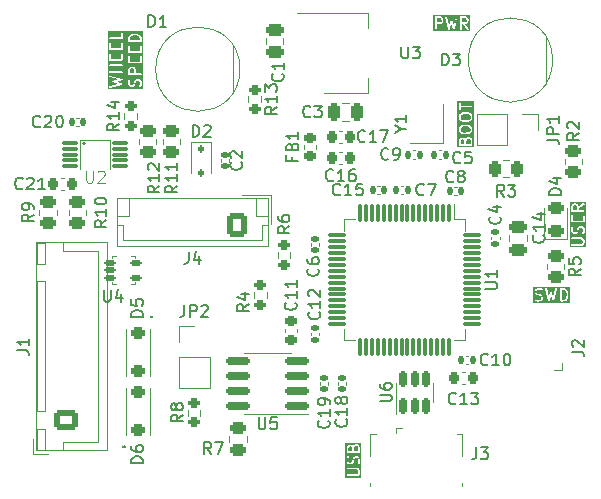
<source format=gto>
G04 #@! TF.GenerationSoftware,KiCad,Pcbnew,8.0.2*
G04 #@! TF.CreationDate,2025-01-25T00:30:06-07:00*
G04 #@! TF.ProjectId,sdm25wheel,73646d32-3577-4686-9565-6c2e6b696361,v1.1*
G04 #@! TF.SameCoordinates,Original*
G04 #@! TF.FileFunction,Legend,Top*
G04 #@! TF.FilePolarity,Positive*
%FSLAX46Y46*%
G04 Gerber Fmt 4.6, Leading zero omitted, Abs format (unit mm)*
G04 Created by KiCad (PCBNEW 8.0.2) date 2025-01-25 00:30:06*
%MOMM*%
%LPD*%
G01*
G04 APERTURE LIST*
G04 Aperture macros list*
%AMRoundRect*
0 Rectangle with rounded corners*
0 $1 Rounding radius*
0 $2 $3 $4 $5 $6 $7 $8 $9 X,Y pos of 4 corners*
0 Add a 4 corners polygon primitive as box body*
4,1,4,$2,$3,$4,$5,$6,$7,$8,$9,$2,$3,0*
0 Add four circle primitives for the rounded corners*
1,1,$1+$1,$2,$3*
1,1,$1+$1,$4,$5*
1,1,$1+$1,$6,$7*
1,1,$1+$1,$8,$9*
0 Add four rect primitives between the rounded corners*
20,1,$1+$1,$2,$3,$4,$5,0*
20,1,$1+$1,$4,$5,$6,$7,0*
20,1,$1+$1,$6,$7,$8,$9,0*
20,1,$1+$1,$8,$9,$2,$3,0*%
G04 Aperture macros list end*
%ADD10C,0.150000*%
%ADD11C,0.100000*%
%ADD12C,0.120000*%
%ADD13C,0.161803*%
%ADD14RoundRect,0.140000X-0.140000X-0.170000X0.140000X-0.170000X0.140000X0.170000X-0.140000X0.170000X0*%
%ADD15C,0.990600*%
%ADD16C,0.787400*%
%ADD17RoundRect,0.150000X0.150000X-0.512500X0.150000X0.512500X-0.150000X0.512500X-0.150000X-0.512500X0*%
%ADD18RoundRect,0.140000X-0.170000X0.140000X-0.170000X-0.140000X0.170000X-0.140000X0.170000X0.140000X0*%
%ADD19RoundRect,0.112500X-0.112500X0.187500X-0.112500X-0.187500X0.112500X-0.187500X0.112500X0.187500X0*%
%ADD20RoundRect,0.200000X-0.275000X0.200000X-0.275000X-0.200000X0.275000X-0.200000X0.275000X0.200000X0*%
%ADD21RoundRect,0.250000X0.725000X-0.600000X0.725000X0.600000X-0.725000X0.600000X-0.725000X-0.600000X0*%
%ADD22O,1.950000X1.700000*%
%ADD23RoundRect,0.225000X-0.250000X0.225000X-0.250000X-0.225000X0.250000X-0.225000X0.250000X0.225000X0*%
%ADD24RoundRect,0.250000X0.450000X-0.262500X0.450000X0.262500X-0.450000X0.262500X-0.450000X-0.262500X0*%
%ADD25RoundRect,0.075000X-0.075000X0.700000X-0.075000X-0.700000X0.075000X-0.700000X0.075000X0.700000X0*%
%ADD26RoundRect,0.075000X-0.700000X0.075000X-0.700000X-0.075000X0.700000X-0.075000X0.700000X0.075000X0*%
%ADD27RoundRect,0.225000X-0.225000X-0.250000X0.225000X-0.250000X0.225000X0.250000X-0.225000X0.250000X0*%
%ADD28C,1.524000*%
%ADD29R,2.000000X1.500000*%
%ADD30R,2.000000X3.800000*%
%ADD31RoundRect,0.250000X-0.250000X-0.475000X0.250000X-0.475000X0.250000X0.475000X-0.250000X0.475000X0*%
%ADD32RoundRect,0.140000X0.140000X0.170000X-0.140000X0.170000X-0.140000X-0.170000X0.140000X-0.170000X0*%
%ADD33RoundRect,0.250000X-0.475000X0.250000X-0.475000X-0.250000X0.475000X-0.250000X0.475000X0.250000X0*%
%ADD34RoundRect,0.218750X0.256250X-0.218750X0.256250X0.218750X-0.256250X0.218750X-0.256250X-0.218750X0*%
%ADD35RoundRect,0.250000X-0.450000X0.262500X-0.450000X-0.262500X0.450000X-0.262500X0.450000X0.262500X0*%
%ADD36RoundRect,0.200000X0.275000X-0.200000X0.275000X0.200000X-0.275000X0.200000X-0.275000X-0.200000X0*%
%ADD37RoundRect,0.243750X0.456250X-0.243750X0.456250X0.243750X-0.456250X0.243750X-0.456250X-0.243750X0*%
%ADD38C,3.200000*%
%ADD39RoundRect,0.245000X-0.380000X0.245000X-0.380000X-0.245000X0.380000X-0.245000X0.380000X0.245000X0*%
%ADD40R,0.400000X1.350000*%
%ADD41O,1.200000X1.900000*%
%ADD42R,1.200000X1.900000*%
%ADD43C,1.450000*%
%ADD44R,1.500000X1.900000*%
%ADD45RoundRect,0.250000X0.600000X0.725000X-0.600000X0.725000X-0.600000X-0.725000X0.600000X-0.725000X0*%
%ADD46O,1.700000X1.950000*%
%ADD47RoundRect,0.245000X0.380000X-0.245000X0.380000X0.245000X-0.380000X0.245000X-0.380000X-0.245000X0*%
%ADD48RoundRect,0.112500X-0.362500X-0.112500X0.362500X-0.112500X0.362500X0.112500X-0.362500X0.112500X0*%
%ADD49R,1.700000X1.700000*%
%ADD50O,1.700000X1.700000*%
%ADD51RoundRect,0.070000X-0.630000X-0.070000X0.630000X-0.070000X0.630000X0.070000X-0.630000X0.070000X0*%
%ADD52RoundRect,0.250000X-0.262500X-0.450000X0.262500X-0.450000X0.262500X0.450000X-0.262500X0.450000X0*%
%ADD53RoundRect,0.150000X0.825000X0.150000X-0.825000X0.150000X-0.825000X-0.150000X0.825000X-0.150000X0*%
%ADD54R,1.000000X1.200000*%
%ADD55RoundRect,0.140000X0.170000X-0.140000X0.170000X0.140000X-0.170000X0.140000X-0.170000X-0.140000X0*%
G04 APERTURE END LIST*
D10*
G36*
X179704367Y-112246463D02*
G01*
X179735694Y-112276707D01*
X179771073Y-112345410D01*
X179772082Y-112589068D01*
X179444513Y-112589534D01*
X179443520Y-112349784D01*
X179476871Y-112281052D01*
X179507115Y-112249725D01*
X179576096Y-112214203D01*
X179636257Y-112213414D01*
X179704367Y-112246463D01*
G37*
G36*
X180228176Y-112198844D02*
G01*
X180259504Y-112229089D01*
X180294875Y-112297776D01*
X180295933Y-112588324D01*
X179920701Y-112588857D01*
X179919694Y-112345773D01*
X179957566Y-112228767D01*
X179983305Y-112202106D01*
X180052162Y-112166648D01*
X180159794Y-112165663D01*
X180228176Y-112198844D01*
G37*
G36*
X180555930Y-114849331D02*
G01*
X179183708Y-114849331D01*
X179183708Y-114077160D01*
X179296260Y-114077160D01*
X179296260Y-114106424D01*
X179307459Y-114133460D01*
X179328151Y-114154152D01*
X179355187Y-114165351D01*
X179369819Y-114166792D01*
X180159274Y-114165411D01*
X180228176Y-114198844D01*
X180259504Y-114229089D01*
X180294928Y-114297879D01*
X180296018Y-114453048D01*
X180262767Y-114521577D01*
X180232521Y-114552904D01*
X180163890Y-114588247D01*
X179355187Y-114589661D01*
X179328151Y-114600860D01*
X179307459Y-114621552D01*
X179296260Y-114648588D01*
X179296260Y-114677852D01*
X179307459Y-114704888D01*
X179328151Y-114725580D01*
X179355187Y-114736779D01*
X179369819Y-114738220D01*
X180167543Y-114736825D01*
X180169961Y-114737631D01*
X180181648Y-114736800D01*
X180193974Y-114736779D01*
X180196463Y-114735747D01*
X180199151Y-114735557D01*
X180212883Y-114730302D01*
X180307435Y-114681611D01*
X180316247Y-114677962D01*
X180319151Y-114675578D01*
X180320564Y-114674851D01*
X180321863Y-114673352D01*
X180327612Y-114668635D01*
X180374953Y-114619599D01*
X180381450Y-114613966D01*
X180383429Y-114610820D01*
X180384560Y-114609650D01*
X180385317Y-114607822D01*
X180389282Y-114601523D01*
X180430957Y-114515633D01*
X180432179Y-114514412D01*
X180435848Y-114505552D01*
X180442156Y-114492554D01*
X180442347Y-114489864D01*
X180443378Y-114487376D01*
X180444819Y-114472744D01*
X180443560Y-114293655D01*
X180444230Y-114291648D01*
X180443471Y-114280975D01*
X180443378Y-114267636D01*
X180442347Y-114265147D01*
X180442156Y-114262458D01*
X180436901Y-114248727D01*
X180388209Y-114154172D01*
X180384560Y-114145362D01*
X180382177Y-114142459D01*
X180381450Y-114141046D01*
X180379950Y-114139745D01*
X180375232Y-114133996D01*
X180326195Y-114086654D01*
X180320564Y-114080161D01*
X180317418Y-114078181D01*
X180316247Y-114077050D01*
X180314417Y-114076292D01*
X180308121Y-114072329D01*
X180222232Y-114030654D01*
X180221010Y-114029432D01*
X180212144Y-114025759D01*
X180199151Y-114019455D01*
X180196463Y-114019264D01*
X180193974Y-114018233D01*
X180179342Y-114016792D01*
X179355187Y-114018233D01*
X179328151Y-114029432D01*
X179307459Y-114050124D01*
X179296260Y-114077160D01*
X179183708Y-114077160D01*
X179183708Y-113234649D01*
X179294819Y-113234649D01*
X179296111Y-113461253D01*
X179295408Y-113463363D01*
X179296185Y-113474305D01*
X179296260Y-113487376D01*
X179297291Y-113489865D01*
X179297482Y-113492553D01*
X179302737Y-113506285D01*
X179351429Y-113600841D01*
X179355078Y-113609650D01*
X179357460Y-113612552D01*
X179358188Y-113613966D01*
X179359686Y-113615265D01*
X179364405Y-113621015D01*
X179413440Y-113668356D01*
X179419073Y-113674851D01*
X179422218Y-113676830D01*
X179423389Y-113677961D01*
X179425216Y-113678718D01*
X179431516Y-113682683D01*
X179517405Y-113724358D01*
X179518627Y-113725580D01*
X179527486Y-113729249D01*
X179540485Y-113735557D01*
X179543174Y-113735748D01*
X179545663Y-113736779D01*
X179560295Y-113738220D01*
X179644601Y-113737114D01*
X179646152Y-113737631D01*
X179655421Y-113736972D01*
X179670165Y-113736779D01*
X179672654Y-113735747D01*
X179675342Y-113735557D01*
X179689074Y-113730302D01*
X179783630Y-113681609D01*
X179792439Y-113677961D01*
X179795341Y-113675578D01*
X179796755Y-113674851D01*
X179798054Y-113673352D01*
X179803804Y-113668634D01*
X179851145Y-113619598D01*
X179857640Y-113613966D01*
X179859619Y-113610820D01*
X179860750Y-113609650D01*
X179861507Y-113607822D01*
X179865472Y-113601523D01*
X179909740Y-113510290D01*
X179913823Y-113504780D01*
X179917758Y-113493764D01*
X179918346Y-113492554D01*
X179918384Y-113492013D01*
X179918770Y-113490934D01*
X179961854Y-113313450D01*
X180000680Y-113233433D01*
X180030924Y-113202106D01*
X180099905Y-113166584D01*
X180160066Y-113165795D01*
X180228176Y-113198844D01*
X180259504Y-113229089D01*
X180294907Y-113297839D01*
X180296086Y-113504620D01*
X180247789Y-113653840D01*
X180249864Y-113683030D01*
X180262950Y-113709203D01*
X180285057Y-113728377D01*
X180312820Y-113737631D01*
X180342010Y-113735556D01*
X180368183Y-113722470D01*
X180387357Y-113700363D01*
X180393351Y-113686937D01*
X180439500Y-113544355D01*
X180443378Y-113534995D01*
X180443748Y-113531231D01*
X180444230Y-113529744D01*
X180444089Y-113527769D01*
X180444819Y-113520363D01*
X180443526Y-113293757D01*
X180444230Y-113291648D01*
X180443452Y-113280705D01*
X180443378Y-113267636D01*
X180442347Y-113265147D01*
X180442156Y-113262458D01*
X180436901Y-113248727D01*
X180388209Y-113154172D01*
X180384560Y-113145362D01*
X180382177Y-113142459D01*
X180381450Y-113141046D01*
X180379950Y-113139745D01*
X180375232Y-113133996D01*
X180326195Y-113086654D01*
X180320564Y-113080161D01*
X180317418Y-113078181D01*
X180316247Y-113077050D01*
X180314417Y-113076292D01*
X180308121Y-113072329D01*
X180222232Y-113030654D01*
X180221010Y-113029432D01*
X180212144Y-113025759D01*
X180199151Y-113019455D01*
X180196463Y-113019264D01*
X180193974Y-113018233D01*
X180179342Y-113016792D01*
X180095034Y-113017897D01*
X180093484Y-113017381D01*
X180084213Y-113018039D01*
X180069472Y-113018233D01*
X180066983Y-113019263D01*
X180064294Y-113019455D01*
X180050563Y-113024710D01*
X179956008Y-113073401D01*
X179947198Y-113077051D01*
X179944295Y-113079433D01*
X179942882Y-113080161D01*
X179941582Y-113081659D01*
X179935833Y-113086378D01*
X179888491Y-113135413D01*
X179881997Y-113141046D01*
X179880017Y-113144191D01*
X179878887Y-113145362D01*
X179878129Y-113147189D01*
X179874165Y-113153489D01*
X179829898Y-113244720D01*
X179825814Y-113250232D01*
X179821876Y-113261251D01*
X179821291Y-113262459D01*
X179821252Y-113262998D01*
X179820867Y-113264078D01*
X179777782Y-113441561D01*
X179738957Y-113521577D01*
X179708712Y-113552905D01*
X179639731Y-113588427D01*
X179579570Y-113589216D01*
X179511461Y-113556168D01*
X179480133Y-113525923D01*
X179444730Y-113457172D01*
X179443551Y-113250391D01*
X179491849Y-113101173D01*
X179489774Y-113071983D01*
X179476688Y-113045809D01*
X179454580Y-113026635D01*
X179426818Y-113017381D01*
X179397628Y-113019456D01*
X179371455Y-113032543D01*
X179352281Y-113054650D01*
X179346287Y-113068075D01*
X179300138Y-113210653D01*
X179296260Y-113220017D01*
X179295889Y-113223782D01*
X179295408Y-113225269D01*
X179295548Y-113227243D01*
X179294819Y-113234649D01*
X179183708Y-113234649D01*
X179183708Y-112329887D01*
X179294819Y-112329887D01*
X179296260Y-112677852D01*
X179307459Y-112704888D01*
X179328151Y-112725580D01*
X179355187Y-112736779D01*
X179369819Y-112738220D01*
X180384451Y-112736779D01*
X180411487Y-112725580D01*
X180432179Y-112704888D01*
X180443378Y-112677852D01*
X180444819Y-112663220D01*
X180443473Y-112293916D01*
X180444230Y-112291648D01*
X180443424Y-112280306D01*
X180443378Y-112267636D01*
X180442347Y-112265147D01*
X180442156Y-112262458D01*
X180436901Y-112248727D01*
X180388209Y-112154172D01*
X180384560Y-112145362D01*
X180382177Y-112142459D01*
X180381450Y-112141046D01*
X180379950Y-112139745D01*
X180375232Y-112133996D01*
X180326195Y-112086654D01*
X180320564Y-112080161D01*
X180317418Y-112078181D01*
X180316247Y-112077050D01*
X180314417Y-112076292D01*
X180308121Y-112072329D01*
X180222232Y-112030654D01*
X180221010Y-112029432D01*
X180212144Y-112025759D01*
X180199151Y-112019455D01*
X180196463Y-112019264D01*
X180193974Y-112018233D01*
X180179342Y-112016792D01*
X180047711Y-112017996D01*
X180045865Y-112017381D01*
X180035650Y-112018106D01*
X180021853Y-112018233D01*
X180019364Y-112019263D01*
X180016675Y-112019455D01*
X180002944Y-112024710D01*
X179908389Y-112073401D01*
X179899579Y-112077051D01*
X179896676Y-112079433D01*
X179895263Y-112080161D01*
X179893963Y-112081659D01*
X179888214Y-112086378D01*
X179848798Y-112127204D01*
X179847645Y-112127781D01*
X179842371Y-112133860D01*
X179831268Y-112145362D01*
X179830236Y-112147852D01*
X179828471Y-112149888D01*
X179825485Y-112156574D01*
X179802387Y-112134274D01*
X179796755Y-112127780D01*
X179793609Y-112125800D01*
X179792439Y-112124670D01*
X179790611Y-112123912D01*
X179784312Y-112119948D01*
X179698423Y-112078273D01*
X179697201Y-112077051D01*
X179688335Y-112073378D01*
X179675342Y-112067074D01*
X179672654Y-112066883D01*
X179670165Y-112065852D01*
X179655533Y-112064411D01*
X179571225Y-112065516D01*
X179569675Y-112065000D01*
X179560404Y-112065658D01*
X179545663Y-112065852D01*
X179543174Y-112066882D01*
X179540485Y-112067074D01*
X179526754Y-112072329D01*
X179432199Y-112121020D01*
X179423389Y-112124670D01*
X179420486Y-112127052D01*
X179419073Y-112127780D01*
X179417773Y-112129278D01*
X179412024Y-112133997D01*
X179364682Y-112183032D01*
X179358188Y-112188665D01*
X179356208Y-112191810D01*
X179355078Y-112192981D01*
X179354320Y-112194808D01*
X179350356Y-112201108D01*
X179308681Y-112286996D01*
X179307459Y-112288219D01*
X179303786Y-112297084D01*
X179297482Y-112310078D01*
X179297291Y-112312765D01*
X179296260Y-112315255D01*
X179294819Y-112329887D01*
X179183708Y-112329887D01*
X179183708Y-111905681D01*
X180555930Y-111905681D01*
X180555930Y-114849331D01*
G37*
G36*
X189204367Y-86246463D02*
G01*
X189235694Y-86276707D01*
X189271073Y-86345410D01*
X189272082Y-86589068D01*
X188944513Y-86589534D01*
X188943520Y-86349784D01*
X188976871Y-86281052D01*
X189007115Y-86249725D01*
X189076096Y-86214203D01*
X189136257Y-86213414D01*
X189204367Y-86246463D01*
G37*
G36*
X189728176Y-86198844D02*
G01*
X189759504Y-86229089D01*
X189794875Y-86297776D01*
X189795933Y-86588324D01*
X189420701Y-86588857D01*
X189419694Y-86345773D01*
X189457566Y-86228767D01*
X189483305Y-86202106D01*
X189552162Y-86166648D01*
X189659794Y-86165663D01*
X189728176Y-86198844D01*
G37*
G36*
X189687325Y-85157966D02*
G01*
X189759166Y-85228433D01*
X189794928Y-85297879D01*
X189796018Y-85453048D01*
X189762867Y-85521370D01*
X189690485Y-85595163D01*
X189532313Y-85635856D01*
X189217559Y-85637159D01*
X189052311Y-85597045D01*
X188980471Y-85526578D01*
X188944709Y-85457132D01*
X188943619Y-85301963D01*
X188976770Y-85233640D01*
X189049152Y-85159848D01*
X189207323Y-85119155D01*
X189522077Y-85117852D01*
X189687325Y-85157966D01*
G37*
G36*
X189687325Y-84110347D02*
G01*
X189759166Y-84180814D01*
X189794928Y-84250260D01*
X189796018Y-84405429D01*
X189762867Y-84473751D01*
X189690485Y-84547544D01*
X189532313Y-84588237D01*
X189217559Y-84589540D01*
X189052311Y-84549426D01*
X188980471Y-84478959D01*
X188944709Y-84409513D01*
X188943619Y-84254344D01*
X188976770Y-84186021D01*
X189049152Y-84112229D01*
X189207323Y-84071536D01*
X189522077Y-84070233D01*
X189687325Y-84110347D01*
G37*
G36*
X190055930Y-86849331D02*
G01*
X188683708Y-86849331D01*
X188683708Y-86329887D01*
X188794819Y-86329887D01*
X188796260Y-86677852D01*
X188807459Y-86704888D01*
X188828151Y-86725580D01*
X188855187Y-86736779D01*
X188869819Y-86738220D01*
X189884451Y-86736779D01*
X189911487Y-86725580D01*
X189932179Y-86704888D01*
X189943378Y-86677852D01*
X189944819Y-86663220D01*
X189943473Y-86293916D01*
X189944230Y-86291648D01*
X189943424Y-86280306D01*
X189943378Y-86267636D01*
X189942347Y-86265147D01*
X189942156Y-86262458D01*
X189936901Y-86248727D01*
X189888209Y-86154172D01*
X189884560Y-86145362D01*
X189882177Y-86142459D01*
X189881450Y-86141046D01*
X189879950Y-86139745D01*
X189875232Y-86133996D01*
X189826195Y-86086654D01*
X189820564Y-86080161D01*
X189817418Y-86078181D01*
X189816247Y-86077050D01*
X189814417Y-86076292D01*
X189808121Y-86072329D01*
X189722232Y-86030654D01*
X189721010Y-86029432D01*
X189712144Y-86025759D01*
X189699151Y-86019455D01*
X189696463Y-86019264D01*
X189693974Y-86018233D01*
X189679342Y-86016792D01*
X189547711Y-86017996D01*
X189545865Y-86017381D01*
X189535650Y-86018106D01*
X189521853Y-86018233D01*
X189519364Y-86019263D01*
X189516675Y-86019455D01*
X189502944Y-86024710D01*
X189408389Y-86073401D01*
X189399579Y-86077051D01*
X189396676Y-86079433D01*
X189395263Y-86080161D01*
X189393963Y-86081659D01*
X189388214Y-86086378D01*
X189348798Y-86127204D01*
X189347645Y-86127781D01*
X189342371Y-86133860D01*
X189331268Y-86145362D01*
X189330236Y-86147852D01*
X189328471Y-86149888D01*
X189325485Y-86156574D01*
X189302387Y-86134274D01*
X189296755Y-86127780D01*
X189293609Y-86125800D01*
X189292439Y-86124670D01*
X189290611Y-86123912D01*
X189284312Y-86119948D01*
X189198423Y-86078273D01*
X189197201Y-86077051D01*
X189188335Y-86073378D01*
X189175342Y-86067074D01*
X189172654Y-86066883D01*
X189170165Y-86065852D01*
X189155533Y-86064411D01*
X189071225Y-86065516D01*
X189069675Y-86065000D01*
X189060404Y-86065658D01*
X189045663Y-86065852D01*
X189043174Y-86066882D01*
X189040485Y-86067074D01*
X189026754Y-86072329D01*
X188932199Y-86121020D01*
X188923389Y-86124670D01*
X188920486Y-86127052D01*
X188919073Y-86127780D01*
X188917773Y-86129278D01*
X188912024Y-86133997D01*
X188864682Y-86183032D01*
X188858188Y-86188665D01*
X188856208Y-86191810D01*
X188855078Y-86192981D01*
X188854320Y-86194808D01*
X188850356Y-86201108D01*
X188808681Y-86286996D01*
X188807459Y-86288219D01*
X188803786Y-86297084D01*
X188797482Y-86310078D01*
X188797291Y-86312765D01*
X188796260Y-86315255D01*
X188794819Y-86329887D01*
X188683708Y-86329887D01*
X188683708Y-85282268D01*
X188794819Y-85282268D01*
X188796077Y-85461355D01*
X188795408Y-85463363D01*
X188796166Y-85474035D01*
X188796260Y-85487376D01*
X188797291Y-85489865D01*
X188797482Y-85492553D01*
X188802737Y-85506285D01*
X188851429Y-85600841D01*
X188855078Y-85609650D01*
X188857460Y-85612552D01*
X188858188Y-85613966D01*
X188859686Y-85615265D01*
X188864405Y-85621015D01*
X188954728Y-85709612D01*
X188957128Y-85713612D01*
X188963988Y-85718695D01*
X188971008Y-85725581D01*
X188976161Y-85727715D01*
X188980640Y-85731034D01*
X188994486Y-85735981D01*
X189180851Y-85781221D01*
X189188520Y-85784398D01*
X189197634Y-85785295D01*
X189199506Y-85785750D01*
X189200598Y-85785587D01*
X189203152Y-85785839D01*
X189531588Y-85784478D01*
X189540131Y-85785750D01*
X189549223Y-85784405D01*
X189551117Y-85784398D01*
X189552138Y-85783975D01*
X189554675Y-85783600D01*
X189736666Y-85736779D01*
X189741592Y-85736779D01*
X189749667Y-85733434D01*
X189758997Y-85731034D01*
X189763476Y-85727714D01*
X189768628Y-85725581D01*
X189779994Y-85716253D01*
X189873932Y-85620485D01*
X189881450Y-85613966D01*
X189883460Y-85610772D01*
X189884561Y-85609650D01*
X189885319Y-85607817D01*
X189889282Y-85601523D01*
X189930957Y-85515633D01*
X189932179Y-85514412D01*
X189935848Y-85505552D01*
X189942156Y-85492554D01*
X189942347Y-85489864D01*
X189943378Y-85487376D01*
X189944819Y-85472744D01*
X189943560Y-85293655D01*
X189944230Y-85291648D01*
X189943471Y-85280975D01*
X189943378Y-85267636D01*
X189942347Y-85265147D01*
X189942156Y-85262458D01*
X189936901Y-85248727D01*
X189888212Y-85154178D01*
X189884561Y-85145362D01*
X189882176Y-85142456D01*
X189881450Y-85141046D01*
X189879953Y-85139747D01*
X189875233Y-85133997D01*
X189784909Y-85045401D01*
X189782509Y-85041400D01*
X189775645Y-85036314D01*
X189768628Y-85029431D01*
X189763476Y-85027297D01*
X189758997Y-85023978D01*
X189745151Y-85019031D01*
X189558785Y-84973790D01*
X189551117Y-84970614D01*
X189542002Y-84969716D01*
X189540131Y-84969262D01*
X189539038Y-84969424D01*
X189536485Y-84969173D01*
X189208048Y-84970533D01*
X189199506Y-84969262D01*
X189190413Y-84970606D01*
X189188520Y-84970614D01*
X189187498Y-84971036D01*
X189184962Y-84971412D01*
X189002971Y-85018233D01*
X188998045Y-85018233D01*
X188989968Y-85021578D01*
X188980640Y-85023978D01*
X188976161Y-85027296D01*
X188971008Y-85029431D01*
X188959643Y-85038759D01*
X188865711Y-85134521D01*
X188858188Y-85141046D01*
X188856175Y-85144242D01*
X188855078Y-85145362D01*
X188854320Y-85147189D01*
X188850356Y-85153489D01*
X188808681Y-85239377D01*
X188807459Y-85240600D01*
X188803786Y-85249465D01*
X188797482Y-85262459D01*
X188797291Y-85265146D01*
X188796260Y-85267636D01*
X188794819Y-85282268D01*
X188683708Y-85282268D01*
X188683708Y-84234649D01*
X188794819Y-84234649D01*
X188796077Y-84413736D01*
X188795408Y-84415744D01*
X188796166Y-84426416D01*
X188796260Y-84439757D01*
X188797291Y-84442246D01*
X188797482Y-84444934D01*
X188802737Y-84458666D01*
X188851429Y-84553222D01*
X188855078Y-84562031D01*
X188857460Y-84564933D01*
X188858188Y-84566347D01*
X188859686Y-84567646D01*
X188864405Y-84573396D01*
X188954728Y-84661993D01*
X188957128Y-84665993D01*
X188963988Y-84671076D01*
X188971008Y-84677962D01*
X188976161Y-84680096D01*
X188980640Y-84683415D01*
X188994486Y-84688362D01*
X189180851Y-84733602D01*
X189188520Y-84736779D01*
X189197634Y-84737676D01*
X189199506Y-84738131D01*
X189200598Y-84737968D01*
X189203152Y-84738220D01*
X189531588Y-84736859D01*
X189540131Y-84738131D01*
X189549223Y-84736786D01*
X189551117Y-84736779D01*
X189552138Y-84736356D01*
X189554675Y-84735981D01*
X189736666Y-84689160D01*
X189741592Y-84689160D01*
X189749667Y-84685815D01*
X189758997Y-84683415D01*
X189763476Y-84680095D01*
X189768628Y-84677962D01*
X189779994Y-84668634D01*
X189873932Y-84572866D01*
X189881450Y-84566347D01*
X189883460Y-84563153D01*
X189884561Y-84562031D01*
X189885319Y-84560198D01*
X189889282Y-84553904D01*
X189930957Y-84468014D01*
X189932179Y-84466793D01*
X189935848Y-84457933D01*
X189942156Y-84444935D01*
X189942347Y-84442245D01*
X189943378Y-84439757D01*
X189944819Y-84425125D01*
X189943560Y-84246036D01*
X189944230Y-84244029D01*
X189943471Y-84233356D01*
X189943378Y-84220017D01*
X189942347Y-84217528D01*
X189942156Y-84214839D01*
X189936901Y-84201108D01*
X189888212Y-84106559D01*
X189884561Y-84097743D01*
X189882176Y-84094837D01*
X189881450Y-84093427D01*
X189879953Y-84092128D01*
X189875233Y-84086378D01*
X189784909Y-83997782D01*
X189782509Y-83993781D01*
X189775645Y-83988695D01*
X189768628Y-83981812D01*
X189763476Y-83979678D01*
X189758997Y-83976359D01*
X189745151Y-83971412D01*
X189558785Y-83926171D01*
X189551117Y-83922995D01*
X189542002Y-83922097D01*
X189540131Y-83921643D01*
X189539038Y-83921805D01*
X189536485Y-83921554D01*
X189208048Y-83922914D01*
X189199506Y-83921643D01*
X189190413Y-83922987D01*
X189188520Y-83922995D01*
X189187498Y-83923417D01*
X189184962Y-83923793D01*
X189002971Y-83970614D01*
X188998045Y-83970614D01*
X188989968Y-83973959D01*
X188980640Y-83976359D01*
X188976161Y-83979677D01*
X188971008Y-83981812D01*
X188959643Y-83991140D01*
X188865711Y-84086902D01*
X188858188Y-84093427D01*
X188856175Y-84096623D01*
X188855078Y-84097743D01*
X188854320Y-84099570D01*
X188850356Y-84105870D01*
X188808681Y-84191758D01*
X188807459Y-84192981D01*
X188803786Y-84201846D01*
X188797482Y-84214840D01*
X188797291Y-84217527D01*
X188796260Y-84220017D01*
X188794819Y-84234649D01*
X188683708Y-84234649D01*
X188683708Y-83139411D01*
X188794819Y-83139411D01*
X188796260Y-83725471D01*
X188807459Y-83752507D01*
X188828151Y-83773199D01*
X188855187Y-83784398D01*
X188884451Y-83784398D01*
X188911487Y-83773199D01*
X188932179Y-83752507D01*
X188943378Y-83725471D01*
X188944819Y-83710839D01*
X188944300Y-83500019D01*
X189884451Y-83498684D01*
X189911487Y-83487485D01*
X189932179Y-83466793D01*
X189943378Y-83439757D01*
X189943378Y-83410493D01*
X189932179Y-83383457D01*
X189911487Y-83362765D01*
X189884451Y-83351566D01*
X189869819Y-83350125D01*
X188943935Y-83351439D01*
X188943378Y-83124779D01*
X188932179Y-83097743D01*
X188911487Y-83077051D01*
X188884451Y-83065852D01*
X188855187Y-83065852D01*
X188828151Y-83077051D01*
X188807459Y-83097743D01*
X188796260Y-83124779D01*
X188794819Y-83139411D01*
X188683708Y-83139411D01*
X188683708Y-82954741D01*
X190055930Y-82954741D01*
X190055930Y-86849331D01*
G37*
G36*
X161251986Y-80246463D02*
G01*
X161283313Y-80276707D01*
X161318684Y-80345395D01*
X161319745Y-80636620D01*
X160944550Y-80637153D01*
X160943503Y-80349819D01*
X160976871Y-80281052D01*
X161007115Y-80249725D01*
X161075972Y-80214267D01*
X161183604Y-80213282D01*
X161251986Y-80246463D01*
G37*
G36*
X161600540Y-77445732D02*
G01*
X161680350Y-77484458D01*
X161756076Y-77558735D01*
X161794867Y-77671812D01*
X161795749Y-77826420D01*
X160944398Y-77827629D01*
X160943551Y-77678962D01*
X160981290Y-77562366D01*
X161054080Y-77488157D01*
X161129215Y-77449466D01*
X161302645Y-77404848D01*
X161427417Y-77403706D01*
X161600540Y-77445732D01*
G37*
G36*
X162055930Y-81944517D02*
G01*
X159073764Y-81944517D01*
X159073764Y-80898512D01*
X159184927Y-80898512D01*
X159189560Y-80927407D01*
X159204896Y-80952329D01*
X159228603Y-80969486D01*
X159242503Y-80974276D01*
X159956576Y-81143251D01*
X159530927Y-81257629D01*
X159521396Y-81258896D01*
X159517221Y-81261312D01*
X159512498Y-81262582D01*
X159504638Y-81268597D01*
X159496071Y-81273558D01*
X159493117Y-81277415D01*
X159489260Y-81280369D01*
X159484299Y-81288936D01*
X159478284Y-81296796D01*
X159477032Y-81301488D01*
X159474598Y-81305694D01*
X159473293Y-81315509D01*
X159470744Y-81325072D01*
X159471383Y-81329887D01*
X159470744Y-81334702D01*
X159473293Y-81344264D01*
X159474598Y-81354080D01*
X159477032Y-81358285D01*
X159478284Y-81362978D01*
X159484299Y-81370837D01*
X159489260Y-81379405D01*
X159493117Y-81382358D01*
X159496071Y-81386216D01*
X159504638Y-81391176D01*
X159512498Y-81397192D01*
X159519685Y-81399887D01*
X159521396Y-81400878D01*
X159522836Y-81401069D01*
X159526264Y-81402355D01*
X159955931Y-81516052D01*
X159228603Y-81690288D01*
X159204896Y-81707445D01*
X159189560Y-81732367D01*
X159184927Y-81761262D01*
X159191705Y-81789730D01*
X159208862Y-81813437D01*
X159233784Y-81828773D01*
X159262679Y-81833406D01*
X159277247Y-81831418D01*
X160273521Y-81592755D01*
X160284069Y-81591354D01*
X160287384Y-81589434D01*
X160291147Y-81588533D01*
X160299970Y-81582147D01*
X160309393Y-81576692D01*
X160311733Y-81573634D01*
X160314854Y-81571376D01*
X160320559Y-81562104D01*
X160327181Y-81553454D01*
X160328174Y-81549730D01*
X160330190Y-81546454D01*
X160331912Y-81535710D01*
X160334721Y-81525179D01*
X160334213Y-81521360D01*
X160334823Y-81517559D01*
X160332300Y-81506963D01*
X160330866Y-81496170D01*
X160328937Y-81492838D01*
X160328045Y-81489091D01*
X160321658Y-81480266D01*
X160316204Y-81470845D01*
X160313146Y-81468504D01*
X160310888Y-81465384D01*
X160301615Y-81459678D01*
X160292967Y-81453058D01*
X160287565Y-81451032D01*
X160285966Y-81450048D01*
X160284175Y-81449760D01*
X160279200Y-81447895D01*
X159833926Y-81330067D01*
X160011805Y-81282268D01*
X160794819Y-81282268D01*
X160796111Y-81508872D01*
X160795408Y-81510982D01*
X160796185Y-81521924D01*
X160796260Y-81534995D01*
X160797291Y-81537484D01*
X160797482Y-81540172D01*
X160802737Y-81553904D01*
X160851429Y-81648460D01*
X160855078Y-81657269D01*
X160857460Y-81660171D01*
X160858188Y-81661585D01*
X160859686Y-81662884D01*
X160864405Y-81668634D01*
X160913440Y-81715975D01*
X160919073Y-81722470D01*
X160922218Y-81724449D01*
X160923389Y-81725580D01*
X160925216Y-81726337D01*
X160931516Y-81730302D01*
X161017405Y-81771977D01*
X161018627Y-81773199D01*
X161027486Y-81776868D01*
X161040485Y-81783176D01*
X161043174Y-81783367D01*
X161045663Y-81784398D01*
X161060295Y-81785839D01*
X161144601Y-81784733D01*
X161146152Y-81785250D01*
X161155421Y-81784591D01*
X161170165Y-81784398D01*
X161172654Y-81783366D01*
X161175342Y-81783176D01*
X161189074Y-81777921D01*
X161283630Y-81729228D01*
X161292439Y-81725580D01*
X161295341Y-81723197D01*
X161296755Y-81722470D01*
X161298054Y-81720971D01*
X161303804Y-81716253D01*
X161351145Y-81667217D01*
X161357640Y-81661585D01*
X161359619Y-81658439D01*
X161360750Y-81657269D01*
X161361507Y-81655441D01*
X161365472Y-81649142D01*
X161409740Y-81557909D01*
X161413823Y-81552399D01*
X161417758Y-81541383D01*
X161418346Y-81540173D01*
X161418384Y-81539632D01*
X161418770Y-81538553D01*
X161461854Y-81361069D01*
X161500680Y-81281052D01*
X161530924Y-81249725D01*
X161599905Y-81214203D01*
X161660066Y-81213414D01*
X161728176Y-81246463D01*
X161759504Y-81276708D01*
X161794907Y-81345458D01*
X161796086Y-81552239D01*
X161747789Y-81701459D01*
X161749864Y-81730649D01*
X161762950Y-81756822D01*
X161785057Y-81775996D01*
X161812820Y-81785250D01*
X161842010Y-81783175D01*
X161868183Y-81770089D01*
X161887357Y-81747982D01*
X161893351Y-81734556D01*
X161939500Y-81591974D01*
X161943378Y-81582614D01*
X161943748Y-81578850D01*
X161944230Y-81577363D01*
X161944089Y-81575388D01*
X161944819Y-81567982D01*
X161943526Y-81341376D01*
X161944230Y-81339267D01*
X161943452Y-81328324D01*
X161943378Y-81315255D01*
X161942347Y-81312766D01*
X161942156Y-81310077D01*
X161936901Y-81296346D01*
X161888209Y-81201791D01*
X161884560Y-81192981D01*
X161882177Y-81190078D01*
X161881450Y-81188665D01*
X161879950Y-81187364D01*
X161875232Y-81181615D01*
X161826195Y-81134273D01*
X161820564Y-81127780D01*
X161817418Y-81125800D01*
X161816247Y-81124669D01*
X161814417Y-81123911D01*
X161808121Y-81119948D01*
X161722232Y-81078273D01*
X161721010Y-81077051D01*
X161712144Y-81073378D01*
X161699151Y-81067074D01*
X161696463Y-81066883D01*
X161693974Y-81065852D01*
X161679342Y-81064411D01*
X161595034Y-81065516D01*
X161593484Y-81065000D01*
X161584213Y-81065658D01*
X161569472Y-81065852D01*
X161566983Y-81066882D01*
X161564294Y-81067074D01*
X161550563Y-81072329D01*
X161456008Y-81121020D01*
X161447198Y-81124670D01*
X161444295Y-81127052D01*
X161442882Y-81127780D01*
X161441582Y-81129278D01*
X161435833Y-81133997D01*
X161388491Y-81183032D01*
X161381997Y-81188665D01*
X161380017Y-81191810D01*
X161378887Y-81192981D01*
X161378129Y-81194808D01*
X161374165Y-81201108D01*
X161329898Y-81292339D01*
X161325814Y-81297851D01*
X161321876Y-81308870D01*
X161321291Y-81310078D01*
X161321252Y-81310617D01*
X161320867Y-81311697D01*
X161277782Y-81489180D01*
X161238957Y-81569196D01*
X161208712Y-81600524D01*
X161139731Y-81636046D01*
X161079570Y-81636835D01*
X161011461Y-81603787D01*
X160980133Y-81573542D01*
X160944730Y-81504791D01*
X160943551Y-81298010D01*
X160991849Y-81148792D01*
X160989774Y-81119602D01*
X160976688Y-81093428D01*
X160954580Y-81074254D01*
X160926818Y-81065000D01*
X160897628Y-81067075D01*
X160871455Y-81080162D01*
X160852281Y-81102269D01*
X160846287Y-81115694D01*
X160800138Y-81258272D01*
X160796260Y-81267636D01*
X160795889Y-81271401D01*
X160795408Y-81272888D01*
X160795548Y-81274862D01*
X160794819Y-81282268D01*
X160011805Y-81282268D01*
X160275551Y-81211395D01*
X160285966Y-81209726D01*
X160289222Y-81207722D01*
X160292967Y-81206716D01*
X160301615Y-81200095D01*
X160310888Y-81194390D01*
X160313146Y-81191269D01*
X160316204Y-81188929D01*
X160321658Y-81179507D01*
X160328045Y-81170683D01*
X160328937Y-81166935D01*
X160330866Y-81163604D01*
X160332300Y-81152810D01*
X160334823Y-81142215D01*
X160334213Y-81138413D01*
X160334721Y-81134595D01*
X160331912Y-81124063D01*
X160330190Y-81113320D01*
X160328174Y-81110043D01*
X160327181Y-81106320D01*
X160320559Y-81097669D01*
X160314854Y-81088398D01*
X160311733Y-81086139D01*
X160309393Y-81083082D01*
X160299970Y-81077626D01*
X160291147Y-81071241D01*
X160285698Y-81069363D01*
X160284069Y-81068420D01*
X160282265Y-81068180D01*
X160277247Y-81066451D01*
X159262679Y-80826368D01*
X159233784Y-80831001D01*
X159208862Y-80846337D01*
X159191705Y-80870044D01*
X159184927Y-80898512D01*
X159073764Y-80898512D01*
X159073764Y-79934303D01*
X159186316Y-79934303D01*
X159186316Y-79963567D01*
X159197515Y-79990603D01*
X159218207Y-80011295D01*
X159245243Y-80022494D01*
X159259875Y-80023935D01*
X159661248Y-80023364D01*
X159662287Y-80446211D01*
X159245243Y-80446804D01*
X159218207Y-80458003D01*
X159197515Y-80478695D01*
X159186316Y-80505731D01*
X159186316Y-80534995D01*
X159197515Y-80562031D01*
X159218207Y-80582723D01*
X159245243Y-80593922D01*
X159259875Y-80595363D01*
X160274507Y-80593922D01*
X160301543Y-80582723D01*
X160322235Y-80562031D01*
X160333434Y-80534995D01*
X160333434Y-80505731D01*
X160322235Y-80478695D01*
X160301543Y-80458003D01*
X160274507Y-80446804D01*
X160259875Y-80445363D01*
X159810882Y-80446000D01*
X159810596Y-80329887D01*
X160794819Y-80329887D01*
X160796260Y-80725471D01*
X160807459Y-80752507D01*
X160828151Y-80773199D01*
X160855187Y-80784398D01*
X160869819Y-80785839D01*
X161884451Y-80784398D01*
X161911487Y-80773199D01*
X161932179Y-80752507D01*
X161943378Y-80725471D01*
X161943378Y-80696207D01*
X161932179Y-80669171D01*
X161911487Y-80648479D01*
X161884451Y-80637280D01*
X161869819Y-80635839D01*
X161468356Y-80636409D01*
X161467282Y-80341535D01*
X161468039Y-80339267D01*
X161467233Y-80327925D01*
X161467187Y-80315255D01*
X161466156Y-80312766D01*
X161465965Y-80310077D01*
X161460710Y-80296346D01*
X161412018Y-80201791D01*
X161408369Y-80192981D01*
X161405986Y-80190078D01*
X161405259Y-80188665D01*
X161403760Y-80187365D01*
X161399042Y-80181616D01*
X161350006Y-80134274D01*
X161344374Y-80127780D01*
X161341228Y-80125800D01*
X161340058Y-80124670D01*
X161338230Y-80123912D01*
X161331931Y-80119948D01*
X161246042Y-80078273D01*
X161244820Y-80077051D01*
X161235954Y-80073378D01*
X161222961Y-80067074D01*
X161220273Y-80066883D01*
X161217784Y-80065852D01*
X161203152Y-80064411D01*
X161071521Y-80065615D01*
X161069675Y-80065000D01*
X161059460Y-80065725D01*
X161045663Y-80065852D01*
X161043174Y-80066882D01*
X161040485Y-80067074D01*
X161026754Y-80072329D01*
X160932199Y-80121020D01*
X160923389Y-80124670D01*
X160920486Y-80127052D01*
X160919073Y-80127780D01*
X160917773Y-80129278D01*
X160912024Y-80133997D01*
X160864682Y-80183032D01*
X160858188Y-80188665D01*
X160856208Y-80191810D01*
X160855078Y-80192981D01*
X160854320Y-80194808D01*
X160850356Y-80201108D01*
X160808681Y-80286996D01*
X160807459Y-80288219D01*
X160803786Y-80297084D01*
X160797482Y-80310078D01*
X160797291Y-80312765D01*
X160796260Y-80315255D01*
X160794819Y-80329887D01*
X159810596Y-80329887D01*
X159809842Y-80023153D01*
X160274507Y-80022494D01*
X160301543Y-80011295D01*
X160322235Y-79990603D01*
X160333434Y-79963567D01*
X160333434Y-79934303D01*
X160322235Y-79907267D01*
X160301543Y-79886575D01*
X160274507Y-79875376D01*
X160259875Y-79873935D01*
X159245243Y-79875376D01*
X159218207Y-79886575D01*
X159197515Y-79907267D01*
X159186316Y-79934303D01*
X159073764Y-79934303D01*
X159073764Y-78996554D01*
X159184875Y-78996554D01*
X159186316Y-79487376D01*
X159197515Y-79514412D01*
X159218207Y-79535104D01*
X159245243Y-79546303D01*
X159259875Y-79547744D01*
X160274507Y-79546303D01*
X160301543Y-79535104D01*
X160322235Y-79514412D01*
X160333434Y-79487376D01*
X160334875Y-79472744D01*
X160334176Y-79234649D01*
X160794819Y-79234649D01*
X160796260Y-79725471D01*
X160807459Y-79752507D01*
X160828151Y-79773199D01*
X160855187Y-79784398D01*
X160869819Y-79785839D01*
X161884451Y-79784398D01*
X161911487Y-79773199D01*
X161932179Y-79752507D01*
X161943378Y-79725471D01*
X161944819Y-79710839D01*
X161943378Y-79220017D01*
X161932179Y-79192981D01*
X161911487Y-79172289D01*
X161884451Y-79161090D01*
X161855187Y-79161090D01*
X161828151Y-79172289D01*
X161807459Y-79192981D01*
X161796260Y-79220017D01*
X161794819Y-79234649D01*
X161795997Y-79635943D01*
X161420701Y-79636476D01*
X161419568Y-79362874D01*
X161408369Y-79335838D01*
X161387677Y-79315146D01*
X161360641Y-79303947D01*
X161331377Y-79303947D01*
X161304341Y-79315146D01*
X161283649Y-79335838D01*
X161272450Y-79362874D01*
X161271009Y-79377506D01*
X161272082Y-79636687D01*
X160944602Y-79637153D01*
X160943378Y-79220017D01*
X160932179Y-79192981D01*
X160911487Y-79172289D01*
X160884451Y-79161090D01*
X160855187Y-79161090D01*
X160828151Y-79172289D01*
X160807459Y-79192981D01*
X160796260Y-79220017D01*
X160794819Y-79234649D01*
X160334176Y-79234649D01*
X160333434Y-78981922D01*
X160322235Y-78954886D01*
X160301543Y-78934194D01*
X160274507Y-78922995D01*
X160245243Y-78922995D01*
X160218207Y-78934194D01*
X160197515Y-78954886D01*
X160186316Y-78981922D01*
X160184875Y-78996554D01*
X160186053Y-79397848D01*
X159810757Y-79398381D01*
X159809624Y-79124779D01*
X159798425Y-79097743D01*
X159777733Y-79077051D01*
X159750697Y-79065852D01*
X159721433Y-79065852D01*
X159694397Y-79077051D01*
X159673705Y-79097743D01*
X159662506Y-79124779D01*
X159661065Y-79139411D01*
X159662138Y-79398592D01*
X159334658Y-79399058D01*
X159333434Y-78981922D01*
X159322235Y-78954886D01*
X159301543Y-78934194D01*
X159274507Y-78922995D01*
X159245243Y-78922995D01*
X159218207Y-78934194D01*
X159197515Y-78954886D01*
X159186316Y-78981922D01*
X159184875Y-78996554D01*
X159073764Y-78996554D01*
X159073764Y-78091792D01*
X159184875Y-78091792D01*
X159186316Y-78582614D01*
X159197515Y-78609650D01*
X159218207Y-78630342D01*
X159245243Y-78641541D01*
X159259875Y-78642982D01*
X160274507Y-78641541D01*
X160301543Y-78630342D01*
X160322235Y-78609650D01*
X160333434Y-78582614D01*
X160334875Y-78567982D01*
X160334176Y-78329887D01*
X160794819Y-78329887D01*
X160796260Y-78820709D01*
X160807459Y-78847745D01*
X160828151Y-78868437D01*
X160855187Y-78879636D01*
X160869819Y-78881077D01*
X161884451Y-78879636D01*
X161911487Y-78868437D01*
X161932179Y-78847745D01*
X161943378Y-78820709D01*
X161944819Y-78806077D01*
X161943378Y-78315255D01*
X161932179Y-78288219D01*
X161911487Y-78267527D01*
X161884451Y-78256328D01*
X161855187Y-78256328D01*
X161828151Y-78267527D01*
X161807459Y-78288219D01*
X161796260Y-78315255D01*
X161794819Y-78329887D01*
X161795997Y-78731181D01*
X161420701Y-78731714D01*
X161419568Y-78458112D01*
X161408369Y-78431076D01*
X161387677Y-78410384D01*
X161360641Y-78399185D01*
X161331377Y-78399185D01*
X161304341Y-78410384D01*
X161283649Y-78431076D01*
X161272450Y-78458112D01*
X161271009Y-78472744D01*
X161272082Y-78731925D01*
X160944602Y-78732391D01*
X160943378Y-78315255D01*
X160932179Y-78288219D01*
X160911487Y-78267527D01*
X160884451Y-78256328D01*
X160855187Y-78256328D01*
X160828151Y-78267527D01*
X160807459Y-78288219D01*
X160796260Y-78315255D01*
X160794819Y-78329887D01*
X160334176Y-78329887D01*
X160333434Y-78077160D01*
X160322235Y-78050124D01*
X160301543Y-78029432D01*
X160274507Y-78018233D01*
X160245243Y-78018233D01*
X160218207Y-78029432D01*
X160197515Y-78050124D01*
X160186316Y-78077160D01*
X160184875Y-78091792D01*
X160186053Y-78493086D01*
X159810757Y-78493619D01*
X159809624Y-78220017D01*
X159798425Y-78192981D01*
X159777733Y-78172289D01*
X159750697Y-78161090D01*
X159721433Y-78161090D01*
X159694397Y-78172289D01*
X159673705Y-78192981D01*
X159662506Y-78220017D01*
X159661065Y-78234649D01*
X159662138Y-78493830D01*
X159334658Y-78494296D01*
X159333434Y-78077160D01*
X159322235Y-78050124D01*
X159301543Y-78029432D01*
X159274507Y-78018233D01*
X159245243Y-78018233D01*
X159218207Y-78029432D01*
X159197515Y-78050124D01*
X159186316Y-78077160D01*
X159184875Y-78091792D01*
X159073764Y-78091792D01*
X159073764Y-77648588D01*
X159186316Y-77648588D01*
X159186316Y-77677852D01*
X159197515Y-77704888D01*
X159218207Y-77725580D01*
X159245243Y-77736779D01*
X159259875Y-77738220D01*
X160274507Y-77736779D01*
X160301543Y-77725580D01*
X160322235Y-77704888D01*
X160333434Y-77677852D01*
X160334875Y-77663220D01*
X160794819Y-77663220D01*
X160796260Y-77915947D01*
X160807459Y-77942983D01*
X160828151Y-77963675D01*
X160855187Y-77974874D01*
X160869819Y-77976315D01*
X161884451Y-77974874D01*
X161911487Y-77963675D01*
X161932179Y-77942983D01*
X161943378Y-77915947D01*
X161944819Y-77901315D01*
X161943468Y-77664544D01*
X161944230Y-77653839D01*
X161943386Y-77650130D01*
X161943378Y-77648588D01*
X161942619Y-77646757D01*
X161940970Y-77639502D01*
X161895759Y-77507711D01*
X161895759Y-77505731D01*
X161891802Y-77496178D01*
X161887357Y-77483220D01*
X161885592Y-77481185D01*
X161884561Y-77478695D01*
X161875233Y-77467330D01*
X161779468Y-77373397D01*
X161772945Y-77365875D01*
X161769748Y-77363862D01*
X161768628Y-77362764D01*
X161766798Y-77362006D01*
X161760502Y-77358043D01*
X161669270Y-77313776D01*
X161663759Y-77309692D01*
X161652739Y-77305754D01*
X161651532Y-77305169D01*
X161650992Y-77305130D01*
X161649913Y-77304745D01*
X161463547Y-77259504D01*
X161455879Y-77256328D01*
X161446764Y-77255430D01*
X161444893Y-77254976D01*
X161443800Y-77255138D01*
X161441247Y-77254887D01*
X161302667Y-77256154D01*
X161294744Y-77254976D01*
X161285719Y-77256310D01*
X161283758Y-77256328D01*
X161282736Y-77256750D01*
X161280200Y-77257126D01*
X161095501Y-77304643D01*
X161088104Y-77305169D01*
X161077121Y-77309372D01*
X161075878Y-77309692D01*
X161075442Y-77310014D01*
X161074373Y-77310424D01*
X160979823Y-77359112D01*
X160971008Y-77362764D01*
X160968102Y-77365148D01*
X160966692Y-77365875D01*
X160965393Y-77367371D01*
X160959643Y-77372092D01*
X160873158Y-77460262D01*
X160871455Y-77461114D01*
X160864826Y-77468756D01*
X160855078Y-77478695D01*
X160854046Y-77481185D01*
X160852281Y-77483221D01*
X160846287Y-77496646D01*
X160800138Y-77639224D01*
X160796260Y-77648588D01*
X160795889Y-77652353D01*
X160795408Y-77653840D01*
X160795548Y-77655814D01*
X160794819Y-77663220D01*
X160334875Y-77663220D01*
X160333434Y-77172398D01*
X160322235Y-77145362D01*
X160301543Y-77124670D01*
X160274507Y-77113471D01*
X160245243Y-77113471D01*
X160218207Y-77124670D01*
X160197515Y-77145362D01*
X160186316Y-77172398D01*
X160184875Y-77187030D01*
X160186053Y-77588324D01*
X159245243Y-77589661D01*
X159218207Y-77600860D01*
X159197515Y-77621552D01*
X159186316Y-77648588D01*
X159073764Y-77648588D01*
X159073764Y-77002360D01*
X162055930Y-77002360D01*
X162055930Y-81944517D01*
G37*
G36*
X197770965Y-98981290D02*
G01*
X197845174Y-99054080D01*
X197883865Y-99129215D01*
X197928483Y-99302645D01*
X197929625Y-99427417D01*
X197887599Y-99600540D01*
X197848874Y-99680350D01*
X197774597Y-99756076D01*
X197661518Y-99794867D01*
X197506911Y-99795749D01*
X197505702Y-98944398D01*
X197654369Y-98943551D01*
X197770965Y-98981290D01*
G37*
G36*
X198189556Y-100055930D02*
G01*
X195103049Y-100055930D01*
X195103049Y-99060295D01*
X195214160Y-99060295D01*
X195215265Y-99144601D01*
X195214749Y-99146152D01*
X195215407Y-99155421D01*
X195215601Y-99170165D01*
X195216632Y-99172654D01*
X195216823Y-99175342D01*
X195222078Y-99189074D01*
X195270770Y-99283630D01*
X195274419Y-99292439D01*
X195276801Y-99295341D01*
X195277529Y-99296755D01*
X195279027Y-99298054D01*
X195283746Y-99303804D01*
X195332781Y-99351145D01*
X195338414Y-99357640D01*
X195341559Y-99359619D01*
X195342730Y-99360750D01*
X195344557Y-99361507D01*
X195350857Y-99365472D01*
X195442089Y-99409740D01*
X195447600Y-99413823D01*
X195458615Y-99417758D01*
X195459826Y-99418346D01*
X195460366Y-99418384D01*
X195461446Y-99418770D01*
X195638929Y-99461854D01*
X195718946Y-99500680D01*
X195750273Y-99530924D01*
X195785795Y-99599905D01*
X195786584Y-99660066D01*
X195753536Y-99728175D01*
X195723290Y-99759504D01*
X195654540Y-99794907D01*
X195447759Y-99796086D01*
X195298540Y-99747789D01*
X195269350Y-99749864D01*
X195243177Y-99762950D01*
X195224003Y-99785057D01*
X195214749Y-99812820D01*
X195216824Y-99842010D01*
X195229910Y-99868183D01*
X195252017Y-99887357D01*
X195265443Y-99893351D01*
X195408024Y-99939500D01*
X195417385Y-99943378D01*
X195421148Y-99943748D01*
X195422636Y-99944230D01*
X195424610Y-99944089D01*
X195432017Y-99944819D01*
X195658621Y-99943526D01*
X195660731Y-99944230D01*
X195671673Y-99943452D01*
X195684744Y-99943378D01*
X195687233Y-99942346D01*
X195689921Y-99942156D01*
X195703653Y-99936901D01*
X195798207Y-99888209D01*
X195807018Y-99884560D01*
X195809920Y-99882177D01*
X195811334Y-99881450D01*
X195812634Y-99879950D01*
X195818384Y-99875232D01*
X195865725Y-99826195D01*
X195872219Y-99820564D01*
X195874198Y-99817418D01*
X195875330Y-99816247D01*
X195876087Y-99814417D01*
X195880051Y-99808121D01*
X195921726Y-99722231D01*
X195922948Y-99721010D01*
X195926617Y-99712150D01*
X195932925Y-99699152D01*
X195933116Y-99696462D01*
X195934147Y-99693974D01*
X195935588Y-99679342D01*
X195934482Y-99595034D01*
X195934999Y-99593484D01*
X195934340Y-99584213D01*
X195934147Y-99569472D01*
X195933116Y-99566983D01*
X195932925Y-99564294D01*
X195927670Y-99550563D01*
X195878978Y-99456008D01*
X195875329Y-99447198D01*
X195872946Y-99444295D01*
X195872219Y-99442882D01*
X195870720Y-99441582D01*
X195866002Y-99435833D01*
X195816966Y-99388491D01*
X195811334Y-99381997D01*
X195808188Y-99380017D01*
X195807018Y-99378887D01*
X195805190Y-99378129D01*
X195798891Y-99374165D01*
X195707659Y-99329898D01*
X195702148Y-99325814D01*
X195691128Y-99321876D01*
X195689921Y-99321291D01*
X195689381Y-99321252D01*
X195688302Y-99320867D01*
X195510818Y-99277782D01*
X195430802Y-99238957D01*
X195399474Y-99208712D01*
X195363952Y-99139731D01*
X195363163Y-99079570D01*
X195396212Y-99011460D01*
X195426456Y-98980133D01*
X195495207Y-98944730D01*
X195701988Y-98943551D01*
X195851207Y-98991849D01*
X195880397Y-98989774D01*
X195906571Y-98976688D01*
X195925745Y-98954580D01*
X195934999Y-98926818D01*
X195932924Y-98897628D01*
X195920421Y-98872623D01*
X196118974Y-98872623D01*
X196120962Y-98887191D01*
X196359624Y-99883466D01*
X196361026Y-99894012D01*
X196362945Y-99897327D01*
X196363847Y-99901091D01*
X196370233Y-99909915D01*
X196375688Y-99919337D01*
X196378745Y-99921677D01*
X196381004Y-99924798D01*
X196390279Y-99930505D01*
X196398926Y-99937124D01*
X196402646Y-99938116D01*
X196405926Y-99940134D01*
X196416680Y-99941858D01*
X196427202Y-99944664D01*
X196431017Y-99944157D01*
X196434821Y-99944767D01*
X196445419Y-99942243D01*
X196456210Y-99940810D01*
X196459541Y-99938881D01*
X196463289Y-99937989D01*
X196472113Y-99931602D01*
X196481535Y-99926148D01*
X196483875Y-99923090D01*
X196486996Y-99920832D01*
X196492703Y-99911556D01*
X196499322Y-99902910D01*
X196501347Y-99897510D01*
X196502332Y-99895910D01*
X196502619Y-99894118D01*
X196504485Y-99889144D01*
X196622312Y-99443870D01*
X196740984Y-99885495D01*
X196742654Y-99895910D01*
X196744657Y-99899166D01*
X196745664Y-99902911D01*
X196752284Y-99911559D01*
X196757990Y-99920832D01*
X196761110Y-99923090D01*
X196763451Y-99926148D01*
X196772872Y-99931602D01*
X196781697Y-99937989D01*
X196785444Y-99938881D01*
X196788776Y-99940810D01*
X196799569Y-99942244D01*
X196810165Y-99944767D01*
X196813966Y-99944157D01*
X196817785Y-99944665D01*
X196828316Y-99941856D01*
X196839060Y-99940134D01*
X196842336Y-99938118D01*
X196846060Y-99937125D01*
X196854710Y-99930503D01*
X196863982Y-99924798D01*
X196866240Y-99921677D01*
X196869298Y-99919337D01*
X196874753Y-99909914D01*
X196881139Y-99901091D01*
X196883016Y-99895642D01*
X196883960Y-99894013D01*
X196884199Y-99892209D01*
X196885929Y-99887191D01*
X197126013Y-98872623D01*
X197125563Y-98869819D01*
X197357017Y-98869819D01*
X197358458Y-99884451D01*
X197369657Y-99911487D01*
X197390349Y-99932179D01*
X197417385Y-99943378D01*
X197432017Y-99944819D01*
X197668786Y-99943468D01*
X197679492Y-99944230D01*
X197683200Y-99943386D01*
X197684744Y-99943378D01*
X197686575Y-99942619D01*
X197693829Y-99940970D01*
X197825619Y-99895759D01*
X197827601Y-99895759D01*
X197837153Y-99891802D01*
X197850111Y-99887357D01*
X197852146Y-99885591D01*
X197854637Y-99884560D01*
X197866002Y-99875233D01*
X197959934Y-99779468D01*
X197967457Y-99772945D01*
X197969469Y-99769748D01*
X197970568Y-99768628D01*
X197971325Y-99766798D01*
X197975289Y-99760502D01*
X198019557Y-99669269D01*
X198023640Y-99663759D01*
X198027575Y-99652743D01*
X198028163Y-99651533D01*
X198028201Y-99650992D01*
X198028587Y-99649913D01*
X198073827Y-99463547D01*
X198077004Y-99455879D01*
X198077901Y-99446764D01*
X198078356Y-99444893D01*
X198078193Y-99443800D01*
X198078445Y-99441247D01*
X198077177Y-99302667D01*
X198078356Y-99294744D01*
X198077021Y-99285719D01*
X198077004Y-99283758D01*
X198076581Y-99282736D01*
X198076206Y-99280200D01*
X198028688Y-99095501D01*
X198028163Y-99088104D01*
X198023959Y-99077121D01*
X198023640Y-99075878D01*
X198023317Y-99075442D01*
X198022908Y-99074373D01*
X197974219Y-98979823D01*
X197970568Y-98971008D01*
X197968183Y-98968102D01*
X197967457Y-98966692D01*
X197965960Y-98965393D01*
X197961240Y-98959643D01*
X197873069Y-98873158D01*
X197872218Y-98871455D01*
X197864575Y-98864826D01*
X197854637Y-98855078D01*
X197852146Y-98854046D01*
X197850111Y-98852281D01*
X197836686Y-98846287D01*
X197694107Y-98800138D01*
X197684744Y-98796260D01*
X197680978Y-98795889D01*
X197679492Y-98795408D01*
X197677517Y-98795548D01*
X197670112Y-98794819D01*
X197417385Y-98796260D01*
X197390349Y-98807459D01*
X197369657Y-98828151D01*
X197358458Y-98855187D01*
X197357017Y-98869819D01*
X197125563Y-98869819D01*
X197121380Y-98843728D01*
X197106044Y-98818806D01*
X197082337Y-98801650D01*
X197053869Y-98794871D01*
X197024974Y-98799504D01*
X197000052Y-98814840D01*
X196982895Y-98838547D01*
X196978105Y-98852448D01*
X196809128Y-99566521D01*
X196694750Y-99140872D01*
X196693484Y-99131339D01*
X196691066Y-99127164D01*
X196689798Y-99122442D01*
X196683783Y-99114583D01*
X196678822Y-99106015D01*
X196674963Y-99103061D01*
X196672011Y-99099204D01*
X196663446Y-99094245D01*
X196655584Y-99088227D01*
X196650887Y-99086974D01*
X196646686Y-99084542D01*
X196636879Y-99083239D01*
X196627309Y-99080687D01*
X196622490Y-99081327D01*
X196617678Y-99080688D01*
X196608117Y-99083237D01*
X196598300Y-99084542D01*
X196594094Y-99086976D01*
X196589402Y-99088228D01*
X196581542Y-99094243D01*
X196572975Y-99099204D01*
X196570021Y-99103062D01*
X196566164Y-99106015D01*
X196561205Y-99114580D01*
X196555188Y-99122441D01*
X196552491Y-99129630D01*
X196551502Y-99131340D01*
X196551310Y-99132779D01*
X196550025Y-99136208D01*
X196436327Y-99565875D01*
X196262092Y-98838547D01*
X196244935Y-98814840D01*
X196220013Y-98799504D01*
X196191118Y-98794871D01*
X196162650Y-98801649D01*
X196138943Y-98818806D01*
X196123607Y-98843728D01*
X196118974Y-98872623D01*
X195920421Y-98872623D01*
X195919837Y-98871455D01*
X195897730Y-98852281D01*
X195884305Y-98846287D01*
X195741726Y-98800138D01*
X195732363Y-98796260D01*
X195728597Y-98795889D01*
X195727111Y-98795408D01*
X195725136Y-98795548D01*
X195717731Y-98794819D01*
X195491125Y-98796111D01*
X195489016Y-98795408D01*
X195478073Y-98796185D01*
X195465004Y-98796260D01*
X195462515Y-98797290D01*
X195459826Y-98797482D01*
X195446095Y-98802737D01*
X195351540Y-98851428D01*
X195342730Y-98855078D01*
X195339827Y-98857460D01*
X195338414Y-98858188D01*
X195337114Y-98859686D01*
X195331365Y-98864405D01*
X195284023Y-98913440D01*
X195277529Y-98919073D01*
X195275549Y-98922218D01*
X195274419Y-98923389D01*
X195273661Y-98925216D01*
X195269697Y-98931516D01*
X195228022Y-99017404D01*
X195226800Y-99018627D01*
X195223127Y-99027492D01*
X195216823Y-99040486D01*
X195216632Y-99043173D01*
X195215601Y-99045663D01*
X195214160Y-99060295D01*
X195103049Y-99060295D01*
X195103049Y-98683708D01*
X198189556Y-98683708D01*
X198189556Y-100055930D01*
G37*
G36*
X189409422Y-75976871D02*
G01*
X189440749Y-76007115D01*
X189476207Y-76075972D01*
X189477192Y-76183604D01*
X189444012Y-76251985D01*
X189413767Y-76283313D01*
X189345079Y-76318684D01*
X189218928Y-76319144D01*
X189216106Y-76318646D01*
X189213772Y-76319162D01*
X189053854Y-76319745D01*
X189053321Y-75944550D01*
X189340655Y-75943503D01*
X189409422Y-75976871D01*
G37*
G36*
X187266565Y-75976871D02*
G01*
X187297892Y-76007115D01*
X187333350Y-76075972D01*
X187334335Y-76183604D01*
X187301155Y-76251985D01*
X187270910Y-76283313D01*
X187202222Y-76318684D01*
X186910997Y-76319745D01*
X186910464Y-75944550D01*
X187197798Y-75943503D01*
X187266565Y-75976871D01*
G37*
G36*
X189737175Y-77055913D02*
G01*
X186650668Y-77055913D01*
X186650668Y-75869819D01*
X186761779Y-75869819D01*
X186763220Y-76884451D01*
X186774419Y-76911487D01*
X186795111Y-76932179D01*
X186822147Y-76943378D01*
X186851411Y-76943378D01*
X186878447Y-76932179D01*
X186899139Y-76911487D01*
X186910338Y-76884451D01*
X186911779Y-76869819D01*
X186911208Y-76468356D01*
X187206081Y-76467282D01*
X187208350Y-76468039D01*
X187219691Y-76467233D01*
X187232363Y-76467187D01*
X187234852Y-76466155D01*
X187237540Y-76465965D01*
X187251272Y-76460710D01*
X187345828Y-76412017D01*
X187354637Y-76408369D01*
X187357539Y-76405986D01*
X187358953Y-76405259D01*
X187360252Y-76403760D01*
X187366002Y-76399042D01*
X187413343Y-76350006D01*
X187419838Y-76344374D01*
X187421817Y-76341228D01*
X187422948Y-76340058D01*
X187423705Y-76338230D01*
X187427670Y-76331931D01*
X187469345Y-76246041D01*
X187470567Y-76244820D01*
X187474236Y-76235960D01*
X187480544Y-76222962D01*
X187480735Y-76220272D01*
X187481766Y-76217784D01*
X187483207Y-76203152D01*
X187482002Y-76071521D01*
X187482618Y-76069675D01*
X187481892Y-76059460D01*
X187481766Y-76045663D01*
X187480735Y-76043174D01*
X187480544Y-76040485D01*
X187475289Y-76026754D01*
X187426597Y-75932199D01*
X187422948Y-75923389D01*
X187420565Y-75920486D01*
X187419838Y-75919073D01*
X187418339Y-75917773D01*
X187413621Y-75912024D01*
X187372810Y-75872623D01*
X187666593Y-75872623D01*
X187668581Y-75887191D01*
X187907243Y-76883466D01*
X187908645Y-76894012D01*
X187910564Y-76897327D01*
X187911466Y-76901091D01*
X187917852Y-76909915D01*
X187923307Y-76919337D01*
X187926364Y-76921677D01*
X187928623Y-76924798D01*
X187937898Y-76930505D01*
X187946545Y-76937124D01*
X187950265Y-76938116D01*
X187953545Y-76940134D01*
X187964299Y-76941858D01*
X187974821Y-76944664D01*
X187978636Y-76944157D01*
X187982440Y-76944767D01*
X187993038Y-76942243D01*
X188003829Y-76940810D01*
X188007160Y-76938881D01*
X188010908Y-76937989D01*
X188019732Y-76931602D01*
X188029154Y-76926148D01*
X188031494Y-76923090D01*
X188034615Y-76920832D01*
X188040322Y-76911556D01*
X188046941Y-76902910D01*
X188048966Y-76897510D01*
X188049951Y-76895910D01*
X188050238Y-76894118D01*
X188052104Y-76889144D01*
X188169931Y-76443870D01*
X188288603Y-76885495D01*
X188290273Y-76895910D01*
X188292276Y-76899166D01*
X188293283Y-76902911D01*
X188299903Y-76911559D01*
X188305609Y-76920832D01*
X188308729Y-76923090D01*
X188311070Y-76926148D01*
X188320491Y-76931602D01*
X188329316Y-76937989D01*
X188333063Y-76938881D01*
X188336395Y-76940810D01*
X188347188Y-76942244D01*
X188357784Y-76944767D01*
X188361585Y-76944157D01*
X188365404Y-76944665D01*
X188375935Y-76941856D01*
X188386679Y-76940134D01*
X188389955Y-76938118D01*
X188393679Y-76937125D01*
X188402329Y-76930503D01*
X188411601Y-76924798D01*
X188413859Y-76921677D01*
X188416917Y-76919337D01*
X188422372Y-76909914D01*
X188428758Y-76901091D01*
X188430635Y-76895642D01*
X188431579Y-76894013D01*
X188431818Y-76892209D01*
X188433548Y-76887191D01*
X188673632Y-75872623D01*
X188673182Y-75869819D01*
X188904636Y-75869819D01*
X188906077Y-76884451D01*
X188917276Y-76911487D01*
X188937968Y-76932179D01*
X188965004Y-76943378D01*
X188994268Y-76943378D01*
X189021304Y-76932179D01*
X189041996Y-76911487D01*
X189053195Y-76884451D01*
X189054636Y-76869819D01*
X189054065Y-76468356D01*
X189178288Y-76467904D01*
X189499193Y-76923989D01*
X189523872Y-76939716D01*
X189552689Y-76944802D01*
X189581260Y-76938472D01*
X189605234Y-76921690D01*
X189620961Y-76897012D01*
X189626046Y-76868194D01*
X189619717Y-76839623D01*
X189612507Y-76826810D01*
X189359650Y-76467439D01*
X189362548Y-76467233D01*
X189375220Y-76467187D01*
X189377709Y-76466155D01*
X189380397Y-76465965D01*
X189394129Y-76460710D01*
X189488685Y-76412017D01*
X189497494Y-76408369D01*
X189500396Y-76405986D01*
X189501810Y-76405259D01*
X189503109Y-76403760D01*
X189508859Y-76399042D01*
X189556200Y-76350006D01*
X189562695Y-76344374D01*
X189564674Y-76341228D01*
X189565805Y-76340058D01*
X189566562Y-76338230D01*
X189570527Y-76331931D01*
X189612202Y-76246041D01*
X189613424Y-76244820D01*
X189617093Y-76235960D01*
X189623401Y-76222962D01*
X189623592Y-76220272D01*
X189624623Y-76217784D01*
X189626064Y-76203152D01*
X189624859Y-76071521D01*
X189625475Y-76069675D01*
X189624749Y-76059460D01*
X189624623Y-76045663D01*
X189623592Y-76043174D01*
X189623401Y-76040485D01*
X189618146Y-76026754D01*
X189569454Y-75932199D01*
X189565805Y-75923389D01*
X189563422Y-75920486D01*
X189562695Y-75919073D01*
X189561196Y-75917773D01*
X189556478Y-75912024D01*
X189507442Y-75864682D01*
X189501810Y-75858188D01*
X189498664Y-75856208D01*
X189497494Y-75855078D01*
X189495666Y-75854320D01*
X189489367Y-75850356D01*
X189403478Y-75808681D01*
X189402256Y-75807459D01*
X189393390Y-75803786D01*
X189380397Y-75797482D01*
X189377709Y-75797291D01*
X189375220Y-75796260D01*
X189360588Y-75794819D01*
X188965004Y-75796260D01*
X188937968Y-75807459D01*
X188917276Y-75828151D01*
X188906077Y-75855187D01*
X188904636Y-75869819D01*
X188673182Y-75869819D01*
X188668999Y-75843728D01*
X188653663Y-75818806D01*
X188629956Y-75801650D01*
X188601488Y-75794871D01*
X188572593Y-75799504D01*
X188547671Y-75814840D01*
X188530514Y-75838547D01*
X188525724Y-75852448D01*
X188356747Y-76566521D01*
X188242369Y-76140872D01*
X188241103Y-76131339D01*
X188238685Y-76127164D01*
X188237417Y-76122442D01*
X188231402Y-76114583D01*
X188226441Y-76106015D01*
X188222582Y-76103061D01*
X188219630Y-76099204D01*
X188211065Y-76094245D01*
X188203203Y-76088227D01*
X188198506Y-76086974D01*
X188194305Y-76084542D01*
X188184498Y-76083239D01*
X188174928Y-76080687D01*
X188170109Y-76081327D01*
X188165297Y-76080688D01*
X188155736Y-76083237D01*
X188145919Y-76084542D01*
X188141713Y-76086976D01*
X188137021Y-76088228D01*
X188129161Y-76094243D01*
X188120594Y-76099204D01*
X188117640Y-76103062D01*
X188113783Y-76106015D01*
X188108824Y-76114580D01*
X188102807Y-76122441D01*
X188100110Y-76129630D01*
X188099121Y-76131340D01*
X188098929Y-76132779D01*
X188097644Y-76136208D01*
X187983946Y-76565875D01*
X187809711Y-75838547D01*
X187792554Y-75814840D01*
X187767632Y-75799504D01*
X187738737Y-75794871D01*
X187710269Y-75801649D01*
X187686562Y-75818806D01*
X187671226Y-75843728D01*
X187666593Y-75872623D01*
X187372810Y-75872623D01*
X187364585Y-75864682D01*
X187358953Y-75858188D01*
X187355807Y-75856208D01*
X187354637Y-75855078D01*
X187352809Y-75854320D01*
X187346510Y-75850356D01*
X187260621Y-75808681D01*
X187259399Y-75807459D01*
X187250533Y-75803786D01*
X187237540Y-75797482D01*
X187234852Y-75797291D01*
X187232363Y-75796260D01*
X187217731Y-75794819D01*
X186822147Y-75796260D01*
X186795111Y-75807459D01*
X186774419Y-75828151D01*
X186763220Y-75855187D01*
X186761779Y-75869819D01*
X186650668Y-75869819D01*
X186650668Y-75683708D01*
X189737175Y-75683708D01*
X189737175Y-77055913D01*
G37*
G36*
X198751986Y-91794082D02*
G01*
X198783313Y-91824326D01*
X198818684Y-91893014D01*
X198819144Y-92019165D01*
X198818646Y-92021988D01*
X198819162Y-92024321D01*
X198819745Y-92184239D01*
X198444550Y-92184772D01*
X198443503Y-91897438D01*
X198476871Y-91828671D01*
X198507115Y-91797344D01*
X198575972Y-91761886D01*
X198683604Y-91760901D01*
X198751986Y-91794082D01*
G37*
G36*
X199555930Y-95349331D02*
G01*
X198183708Y-95349331D01*
X198183708Y-94577160D01*
X198296260Y-94577160D01*
X198296260Y-94606424D01*
X198307459Y-94633460D01*
X198328151Y-94654152D01*
X198355187Y-94665351D01*
X198369819Y-94666792D01*
X199159274Y-94665411D01*
X199228176Y-94698844D01*
X199259504Y-94729089D01*
X199294928Y-94797879D01*
X199296018Y-94953048D01*
X199262767Y-95021577D01*
X199232521Y-95052904D01*
X199163890Y-95088247D01*
X198355187Y-95089661D01*
X198328151Y-95100860D01*
X198307459Y-95121552D01*
X198296260Y-95148588D01*
X198296260Y-95177852D01*
X198307459Y-95204888D01*
X198328151Y-95225580D01*
X198355187Y-95236779D01*
X198369819Y-95238220D01*
X199167543Y-95236825D01*
X199169961Y-95237631D01*
X199181648Y-95236800D01*
X199193974Y-95236779D01*
X199196463Y-95235747D01*
X199199151Y-95235557D01*
X199212883Y-95230302D01*
X199307435Y-95181611D01*
X199316247Y-95177962D01*
X199319151Y-95175578D01*
X199320564Y-95174851D01*
X199321863Y-95173352D01*
X199327612Y-95168635D01*
X199374953Y-95119599D01*
X199381450Y-95113966D01*
X199383429Y-95110820D01*
X199384560Y-95109650D01*
X199385317Y-95107822D01*
X199389282Y-95101523D01*
X199430957Y-95015633D01*
X199432179Y-95014412D01*
X199435848Y-95005552D01*
X199442156Y-94992554D01*
X199442347Y-94989864D01*
X199443378Y-94987376D01*
X199444819Y-94972744D01*
X199443560Y-94793655D01*
X199444230Y-94791648D01*
X199443471Y-94780975D01*
X199443378Y-94767636D01*
X199442347Y-94765147D01*
X199442156Y-94762458D01*
X199436901Y-94748727D01*
X199388209Y-94654172D01*
X199384560Y-94645362D01*
X199382177Y-94642459D01*
X199381450Y-94641046D01*
X199379950Y-94639745D01*
X199375232Y-94633996D01*
X199326195Y-94586654D01*
X199320564Y-94580161D01*
X199317418Y-94578181D01*
X199316247Y-94577050D01*
X199314417Y-94576292D01*
X199308121Y-94572329D01*
X199222232Y-94530654D01*
X199221010Y-94529432D01*
X199212144Y-94525759D01*
X199199151Y-94519455D01*
X199196463Y-94519264D01*
X199193974Y-94518233D01*
X199179342Y-94516792D01*
X198355187Y-94518233D01*
X198328151Y-94529432D01*
X198307459Y-94550124D01*
X198296260Y-94577160D01*
X198183708Y-94577160D01*
X198183708Y-93734649D01*
X198294819Y-93734649D01*
X198296111Y-93961253D01*
X198295408Y-93963363D01*
X198296185Y-93974305D01*
X198296260Y-93987376D01*
X198297291Y-93989865D01*
X198297482Y-93992553D01*
X198302737Y-94006285D01*
X198351429Y-94100841D01*
X198355078Y-94109650D01*
X198357460Y-94112552D01*
X198358188Y-94113966D01*
X198359686Y-94115265D01*
X198364405Y-94121015D01*
X198413440Y-94168356D01*
X198419073Y-94174851D01*
X198422218Y-94176830D01*
X198423389Y-94177961D01*
X198425216Y-94178718D01*
X198431516Y-94182683D01*
X198517405Y-94224358D01*
X198518627Y-94225580D01*
X198527486Y-94229249D01*
X198540485Y-94235557D01*
X198543174Y-94235748D01*
X198545663Y-94236779D01*
X198560295Y-94238220D01*
X198644601Y-94237114D01*
X198646152Y-94237631D01*
X198655421Y-94236972D01*
X198670165Y-94236779D01*
X198672654Y-94235747D01*
X198675342Y-94235557D01*
X198689074Y-94230302D01*
X198783630Y-94181609D01*
X198792439Y-94177961D01*
X198795341Y-94175578D01*
X198796755Y-94174851D01*
X198798054Y-94173352D01*
X198803804Y-94168634D01*
X198851145Y-94119598D01*
X198857640Y-94113966D01*
X198859619Y-94110820D01*
X198860750Y-94109650D01*
X198861507Y-94107822D01*
X198865472Y-94101523D01*
X198909740Y-94010290D01*
X198913823Y-94004780D01*
X198917758Y-93993764D01*
X198918346Y-93992554D01*
X198918384Y-93992013D01*
X198918770Y-93990934D01*
X198961854Y-93813450D01*
X199000680Y-93733433D01*
X199030924Y-93702106D01*
X199099905Y-93666584D01*
X199160066Y-93665795D01*
X199228176Y-93698844D01*
X199259504Y-93729089D01*
X199294907Y-93797839D01*
X199296086Y-94004620D01*
X199247789Y-94153840D01*
X199249864Y-94183030D01*
X199262950Y-94209203D01*
X199285057Y-94228377D01*
X199312820Y-94237631D01*
X199342010Y-94235556D01*
X199368183Y-94222470D01*
X199387357Y-94200363D01*
X199393351Y-94186937D01*
X199439500Y-94044355D01*
X199443378Y-94034995D01*
X199443748Y-94031231D01*
X199444230Y-94029744D01*
X199444089Y-94027769D01*
X199444819Y-94020363D01*
X199443526Y-93793757D01*
X199444230Y-93791648D01*
X199443452Y-93780705D01*
X199443378Y-93767636D01*
X199442347Y-93765147D01*
X199442156Y-93762458D01*
X199436901Y-93748727D01*
X199388209Y-93654172D01*
X199384560Y-93645362D01*
X199382177Y-93642459D01*
X199381450Y-93641046D01*
X199379950Y-93639745D01*
X199375232Y-93633996D01*
X199326195Y-93586654D01*
X199320564Y-93580161D01*
X199317418Y-93578181D01*
X199316247Y-93577050D01*
X199314417Y-93576292D01*
X199308121Y-93572329D01*
X199222232Y-93530654D01*
X199221010Y-93529432D01*
X199212144Y-93525759D01*
X199199151Y-93519455D01*
X199196463Y-93519264D01*
X199193974Y-93518233D01*
X199179342Y-93516792D01*
X199095034Y-93517897D01*
X199093484Y-93517381D01*
X199084213Y-93518039D01*
X199069472Y-93518233D01*
X199066983Y-93519263D01*
X199064294Y-93519455D01*
X199050563Y-93524710D01*
X198956008Y-93573401D01*
X198947198Y-93577051D01*
X198944295Y-93579433D01*
X198942882Y-93580161D01*
X198941582Y-93581659D01*
X198935833Y-93586378D01*
X198888491Y-93635413D01*
X198881997Y-93641046D01*
X198880017Y-93644191D01*
X198878887Y-93645362D01*
X198878129Y-93647189D01*
X198874165Y-93653489D01*
X198829898Y-93744720D01*
X198825814Y-93750232D01*
X198821876Y-93761251D01*
X198821291Y-93762459D01*
X198821252Y-93762998D01*
X198820867Y-93764078D01*
X198777782Y-93941561D01*
X198738957Y-94021577D01*
X198708712Y-94052905D01*
X198639731Y-94088427D01*
X198579570Y-94089216D01*
X198511461Y-94056168D01*
X198480133Y-94025923D01*
X198444730Y-93957172D01*
X198443551Y-93750391D01*
X198491849Y-93601173D01*
X198489774Y-93571983D01*
X198476688Y-93545809D01*
X198454580Y-93526635D01*
X198426818Y-93517381D01*
X198397628Y-93519456D01*
X198371455Y-93532543D01*
X198352281Y-93554650D01*
X198346287Y-93568075D01*
X198300138Y-93710653D01*
X198296260Y-93720017D01*
X198295889Y-93723782D01*
X198295408Y-93725269D01*
X198295548Y-93727243D01*
X198294819Y-93734649D01*
X198183708Y-93734649D01*
X198183708Y-92687030D01*
X198294819Y-92687030D01*
X198296260Y-93177852D01*
X198307459Y-93204888D01*
X198328151Y-93225580D01*
X198355187Y-93236779D01*
X198369819Y-93238220D01*
X199384451Y-93236779D01*
X199411487Y-93225580D01*
X199432179Y-93204888D01*
X199443378Y-93177852D01*
X199444819Y-93163220D01*
X199443378Y-92672398D01*
X199432179Y-92645362D01*
X199411487Y-92624670D01*
X199384451Y-92613471D01*
X199355187Y-92613471D01*
X199328151Y-92624670D01*
X199307459Y-92645362D01*
X199296260Y-92672398D01*
X199294819Y-92687030D01*
X199295997Y-93088324D01*
X198920701Y-93088857D01*
X198919568Y-92815255D01*
X198908369Y-92788219D01*
X198887677Y-92767527D01*
X198860641Y-92756328D01*
X198831377Y-92756328D01*
X198804341Y-92767527D01*
X198783649Y-92788219D01*
X198772450Y-92815255D01*
X198771009Y-92829887D01*
X198772082Y-93089068D01*
X198444602Y-93089534D01*
X198443378Y-92672398D01*
X198432179Y-92645362D01*
X198411487Y-92624670D01*
X198384451Y-92613471D01*
X198355187Y-92613471D01*
X198328151Y-92624670D01*
X198307459Y-92645362D01*
X198296260Y-92672398D01*
X198294819Y-92687030D01*
X198183708Y-92687030D01*
X198183708Y-91877506D01*
X198294819Y-91877506D01*
X198296260Y-92273090D01*
X198307459Y-92300126D01*
X198328151Y-92320818D01*
X198355187Y-92332017D01*
X198369819Y-92333458D01*
X199384451Y-92332017D01*
X199411487Y-92320818D01*
X199432179Y-92300126D01*
X199443378Y-92273090D01*
X199443378Y-92243826D01*
X199432179Y-92216790D01*
X199411487Y-92196098D01*
X199384451Y-92184899D01*
X199369819Y-92183458D01*
X198968356Y-92184028D01*
X198967904Y-92059805D01*
X199423989Y-91738901D01*
X199439716Y-91714222D01*
X199444802Y-91685405D01*
X199438472Y-91656834D01*
X199421690Y-91632860D01*
X199397012Y-91617133D01*
X199368194Y-91612048D01*
X199339623Y-91618377D01*
X199326810Y-91625587D01*
X198967439Y-91878443D01*
X198967233Y-91875544D01*
X198967187Y-91862874D01*
X198966156Y-91860385D01*
X198965965Y-91857696D01*
X198960710Y-91843965D01*
X198912018Y-91749410D01*
X198908369Y-91740600D01*
X198905986Y-91737697D01*
X198905259Y-91736284D01*
X198903760Y-91734984D01*
X198899042Y-91729235D01*
X198850006Y-91681893D01*
X198844374Y-91675399D01*
X198841228Y-91673419D01*
X198840058Y-91672289D01*
X198838230Y-91671531D01*
X198831931Y-91667567D01*
X198746042Y-91625892D01*
X198744820Y-91624670D01*
X198735954Y-91620997D01*
X198722961Y-91614693D01*
X198720273Y-91614502D01*
X198717784Y-91613471D01*
X198703152Y-91612030D01*
X198571521Y-91613234D01*
X198569675Y-91612619D01*
X198559460Y-91613344D01*
X198545663Y-91613471D01*
X198543174Y-91614501D01*
X198540485Y-91614693D01*
X198526754Y-91619948D01*
X198432199Y-91668639D01*
X198423389Y-91672289D01*
X198420486Y-91674671D01*
X198419073Y-91675399D01*
X198417773Y-91676897D01*
X198412024Y-91681616D01*
X198364682Y-91730651D01*
X198358188Y-91736284D01*
X198356208Y-91739429D01*
X198355078Y-91740600D01*
X198354320Y-91742427D01*
X198350356Y-91748727D01*
X198308681Y-91834615D01*
X198307459Y-91835838D01*
X198303786Y-91844703D01*
X198297482Y-91857697D01*
X198297291Y-91860384D01*
X198296260Y-91862874D01*
X198294819Y-91877506D01*
X198183708Y-91877506D01*
X198183708Y-91500919D01*
X199555930Y-91500919D01*
X199555930Y-95349331D01*
G37*
X188333333Y-89759580D02*
X188285714Y-89807200D01*
X188285714Y-89807200D02*
X188142857Y-89854819D01*
X188142857Y-89854819D02*
X188047619Y-89854819D01*
X188047619Y-89854819D02*
X187904762Y-89807200D01*
X187904762Y-89807200D02*
X187809524Y-89711961D01*
X187809524Y-89711961D02*
X187761905Y-89616723D01*
X187761905Y-89616723D02*
X187714286Y-89426247D01*
X187714286Y-89426247D02*
X187714286Y-89283390D01*
X187714286Y-89283390D02*
X187761905Y-89092914D01*
X187761905Y-89092914D02*
X187809524Y-88997676D01*
X187809524Y-88997676D02*
X187904762Y-88902438D01*
X187904762Y-88902438D02*
X188047619Y-88854819D01*
X188047619Y-88854819D02*
X188142857Y-88854819D01*
X188142857Y-88854819D02*
X188285714Y-88902438D01*
X188285714Y-88902438D02*
X188333333Y-88950057D01*
X188904762Y-89283390D02*
X188809524Y-89235771D01*
X188809524Y-89235771D02*
X188761905Y-89188152D01*
X188761905Y-89188152D02*
X188714286Y-89092914D01*
X188714286Y-89092914D02*
X188714286Y-89045295D01*
X188714286Y-89045295D02*
X188761905Y-88950057D01*
X188761905Y-88950057D02*
X188809524Y-88902438D01*
X188809524Y-88902438D02*
X188904762Y-88854819D01*
X188904762Y-88854819D02*
X189095238Y-88854819D01*
X189095238Y-88854819D02*
X189190476Y-88902438D01*
X189190476Y-88902438D02*
X189238095Y-88950057D01*
X189238095Y-88950057D02*
X189285714Y-89045295D01*
X189285714Y-89045295D02*
X189285714Y-89092914D01*
X189285714Y-89092914D02*
X189238095Y-89188152D01*
X189238095Y-89188152D02*
X189190476Y-89235771D01*
X189190476Y-89235771D02*
X189095238Y-89283390D01*
X189095238Y-89283390D02*
X188904762Y-89283390D01*
X188904762Y-89283390D02*
X188809524Y-89331009D01*
X188809524Y-89331009D02*
X188761905Y-89378628D01*
X188761905Y-89378628D02*
X188714286Y-89473866D01*
X188714286Y-89473866D02*
X188714286Y-89664342D01*
X188714286Y-89664342D02*
X188761905Y-89759580D01*
X188761905Y-89759580D02*
X188809524Y-89807200D01*
X188809524Y-89807200D02*
X188904762Y-89854819D01*
X188904762Y-89854819D02*
X189095238Y-89854819D01*
X189095238Y-89854819D02*
X189190476Y-89807200D01*
X189190476Y-89807200D02*
X189238095Y-89759580D01*
X189238095Y-89759580D02*
X189285714Y-89664342D01*
X189285714Y-89664342D02*
X189285714Y-89473866D01*
X189285714Y-89473866D02*
X189238095Y-89378628D01*
X189238095Y-89378628D02*
X189190476Y-89331009D01*
X189190476Y-89331009D02*
X189095238Y-89283390D01*
X198389819Y-104203333D02*
X199104104Y-104203333D01*
X199104104Y-104203333D02*
X199246961Y-104250952D01*
X199246961Y-104250952D02*
X199342200Y-104346190D01*
X199342200Y-104346190D02*
X199389819Y-104489047D01*
X199389819Y-104489047D02*
X199389819Y-104584285D01*
X198485057Y-103774761D02*
X198437438Y-103727142D01*
X198437438Y-103727142D02*
X198389819Y-103631904D01*
X198389819Y-103631904D02*
X198389819Y-103393809D01*
X198389819Y-103393809D02*
X198437438Y-103298571D01*
X198437438Y-103298571D02*
X198485057Y-103250952D01*
X198485057Y-103250952D02*
X198580295Y-103203333D01*
X198580295Y-103203333D02*
X198675533Y-103203333D01*
X198675533Y-103203333D02*
X198818390Y-103250952D01*
X198818390Y-103250952D02*
X199389819Y-103822380D01*
X199389819Y-103822380D02*
X199389819Y-103203333D01*
X182104819Y-108399404D02*
X182914342Y-108399404D01*
X182914342Y-108399404D02*
X183009580Y-108351785D01*
X183009580Y-108351785D02*
X183057200Y-108304166D01*
X183057200Y-108304166D02*
X183104819Y-108208928D01*
X183104819Y-108208928D02*
X183104819Y-108018452D01*
X183104819Y-108018452D02*
X183057200Y-107923214D01*
X183057200Y-107923214D02*
X183009580Y-107875595D01*
X183009580Y-107875595D02*
X182914342Y-107827976D01*
X182914342Y-107827976D02*
X182104819Y-107827976D01*
X182104819Y-106923214D02*
X182104819Y-107113690D01*
X182104819Y-107113690D02*
X182152438Y-107208928D01*
X182152438Y-107208928D02*
X182200057Y-107256547D01*
X182200057Y-107256547D02*
X182342914Y-107351785D01*
X182342914Y-107351785D02*
X182533390Y-107399404D01*
X182533390Y-107399404D02*
X182914342Y-107399404D01*
X182914342Y-107399404D02*
X183009580Y-107351785D01*
X183009580Y-107351785D02*
X183057200Y-107304166D01*
X183057200Y-107304166D02*
X183104819Y-107208928D01*
X183104819Y-107208928D02*
X183104819Y-107018452D01*
X183104819Y-107018452D02*
X183057200Y-106923214D01*
X183057200Y-106923214D02*
X183009580Y-106875595D01*
X183009580Y-106875595D02*
X182914342Y-106827976D01*
X182914342Y-106827976D02*
X182676247Y-106827976D01*
X182676247Y-106827976D02*
X182581009Y-106875595D01*
X182581009Y-106875595D02*
X182533390Y-106923214D01*
X182533390Y-106923214D02*
X182485771Y-107018452D01*
X182485771Y-107018452D02*
X182485771Y-107208928D01*
X182485771Y-107208928D02*
X182533390Y-107304166D01*
X182533390Y-107304166D02*
X182581009Y-107351785D01*
X182581009Y-107351785D02*
X182676247Y-107399404D01*
X176959580Y-100842857D02*
X177007200Y-100890476D01*
X177007200Y-100890476D02*
X177054819Y-101033333D01*
X177054819Y-101033333D02*
X177054819Y-101128571D01*
X177054819Y-101128571D02*
X177007200Y-101271428D01*
X177007200Y-101271428D02*
X176911961Y-101366666D01*
X176911961Y-101366666D02*
X176816723Y-101414285D01*
X176816723Y-101414285D02*
X176626247Y-101461904D01*
X176626247Y-101461904D02*
X176483390Y-101461904D01*
X176483390Y-101461904D02*
X176292914Y-101414285D01*
X176292914Y-101414285D02*
X176197676Y-101366666D01*
X176197676Y-101366666D02*
X176102438Y-101271428D01*
X176102438Y-101271428D02*
X176054819Y-101128571D01*
X176054819Y-101128571D02*
X176054819Y-101033333D01*
X176054819Y-101033333D02*
X176102438Y-100890476D01*
X176102438Y-100890476D02*
X176150057Y-100842857D01*
X177054819Y-99890476D02*
X177054819Y-100461904D01*
X177054819Y-100176190D02*
X176054819Y-100176190D01*
X176054819Y-100176190D02*
X176197676Y-100271428D01*
X176197676Y-100271428D02*
X176292914Y-100366666D01*
X176292914Y-100366666D02*
X176340533Y-100461904D01*
X176150057Y-99509523D02*
X176102438Y-99461904D01*
X176102438Y-99461904D02*
X176054819Y-99366666D01*
X176054819Y-99366666D02*
X176054819Y-99128571D01*
X176054819Y-99128571D02*
X176102438Y-99033333D01*
X176102438Y-99033333D02*
X176150057Y-98985714D01*
X176150057Y-98985714D02*
X176245295Y-98938095D01*
X176245295Y-98938095D02*
X176340533Y-98938095D01*
X176340533Y-98938095D02*
X176483390Y-98985714D01*
X176483390Y-98985714D02*
X177054819Y-99557142D01*
X177054819Y-99557142D02*
X177054819Y-98938095D01*
X166261905Y-86004819D02*
X166261905Y-85004819D01*
X166261905Y-85004819D02*
X166500000Y-85004819D01*
X166500000Y-85004819D02*
X166642857Y-85052438D01*
X166642857Y-85052438D02*
X166738095Y-85147676D01*
X166738095Y-85147676D02*
X166785714Y-85242914D01*
X166785714Y-85242914D02*
X166833333Y-85433390D01*
X166833333Y-85433390D02*
X166833333Y-85576247D01*
X166833333Y-85576247D02*
X166785714Y-85766723D01*
X166785714Y-85766723D02*
X166738095Y-85861961D01*
X166738095Y-85861961D02*
X166642857Y-85957200D01*
X166642857Y-85957200D02*
X166500000Y-86004819D01*
X166500000Y-86004819D02*
X166261905Y-86004819D01*
X167214286Y-85100057D02*
X167261905Y-85052438D01*
X167261905Y-85052438D02*
X167357143Y-85004819D01*
X167357143Y-85004819D02*
X167595238Y-85004819D01*
X167595238Y-85004819D02*
X167690476Y-85052438D01*
X167690476Y-85052438D02*
X167738095Y-85100057D01*
X167738095Y-85100057D02*
X167785714Y-85195295D01*
X167785714Y-85195295D02*
X167785714Y-85290533D01*
X167785714Y-85290533D02*
X167738095Y-85433390D01*
X167738095Y-85433390D02*
X167166667Y-86004819D01*
X167166667Y-86004819D02*
X167785714Y-86004819D01*
X173384819Y-83467857D02*
X172908628Y-83801190D01*
X173384819Y-84039285D02*
X172384819Y-84039285D01*
X172384819Y-84039285D02*
X172384819Y-83658333D01*
X172384819Y-83658333D02*
X172432438Y-83563095D01*
X172432438Y-83563095D02*
X172480057Y-83515476D01*
X172480057Y-83515476D02*
X172575295Y-83467857D01*
X172575295Y-83467857D02*
X172718152Y-83467857D01*
X172718152Y-83467857D02*
X172813390Y-83515476D01*
X172813390Y-83515476D02*
X172861009Y-83563095D01*
X172861009Y-83563095D02*
X172908628Y-83658333D01*
X172908628Y-83658333D02*
X172908628Y-84039285D01*
X173384819Y-82515476D02*
X173384819Y-83086904D01*
X173384819Y-82801190D02*
X172384819Y-82801190D01*
X172384819Y-82801190D02*
X172527676Y-82896428D01*
X172527676Y-82896428D02*
X172622914Y-82991666D01*
X172622914Y-82991666D02*
X172670533Y-83086904D01*
X172384819Y-82182142D02*
X172384819Y-81563095D01*
X172384819Y-81563095D02*
X172765771Y-81896428D01*
X172765771Y-81896428D02*
X172765771Y-81753571D01*
X172765771Y-81753571D02*
X172813390Y-81658333D01*
X172813390Y-81658333D02*
X172861009Y-81610714D01*
X172861009Y-81610714D02*
X172956247Y-81563095D01*
X172956247Y-81563095D02*
X173194342Y-81563095D01*
X173194342Y-81563095D02*
X173289580Y-81610714D01*
X173289580Y-81610714D02*
X173337200Y-81658333D01*
X173337200Y-81658333D02*
X173384819Y-81753571D01*
X173384819Y-81753571D02*
X173384819Y-82039285D01*
X173384819Y-82039285D02*
X173337200Y-82134523D01*
X173337200Y-82134523D02*
X173289580Y-82182142D01*
X151404819Y-104083333D02*
X152119104Y-104083333D01*
X152119104Y-104083333D02*
X152261961Y-104130952D01*
X152261961Y-104130952D02*
X152357200Y-104226190D01*
X152357200Y-104226190D02*
X152404819Y-104369047D01*
X152404819Y-104369047D02*
X152404819Y-104464285D01*
X152404819Y-103083333D02*
X152404819Y-103654761D01*
X152404819Y-103369047D02*
X151404819Y-103369047D01*
X151404819Y-103369047D02*
X151547676Y-103464285D01*
X151547676Y-103464285D02*
X151642914Y-103559523D01*
X151642914Y-103559523D02*
X151690533Y-103654761D01*
X179259580Y-109927857D02*
X179307200Y-109975476D01*
X179307200Y-109975476D02*
X179354819Y-110118333D01*
X179354819Y-110118333D02*
X179354819Y-110213571D01*
X179354819Y-110213571D02*
X179307200Y-110356428D01*
X179307200Y-110356428D02*
X179211961Y-110451666D01*
X179211961Y-110451666D02*
X179116723Y-110499285D01*
X179116723Y-110499285D02*
X178926247Y-110546904D01*
X178926247Y-110546904D02*
X178783390Y-110546904D01*
X178783390Y-110546904D02*
X178592914Y-110499285D01*
X178592914Y-110499285D02*
X178497676Y-110451666D01*
X178497676Y-110451666D02*
X178402438Y-110356428D01*
X178402438Y-110356428D02*
X178354819Y-110213571D01*
X178354819Y-110213571D02*
X178354819Y-110118333D01*
X178354819Y-110118333D02*
X178402438Y-109975476D01*
X178402438Y-109975476D02*
X178450057Y-109927857D01*
X179354819Y-108975476D02*
X179354819Y-109546904D01*
X179354819Y-109261190D02*
X178354819Y-109261190D01*
X178354819Y-109261190D02*
X178497676Y-109356428D01*
X178497676Y-109356428D02*
X178592914Y-109451666D01*
X178592914Y-109451666D02*
X178640533Y-109546904D01*
X178783390Y-108404047D02*
X178735771Y-108499285D01*
X178735771Y-108499285D02*
X178688152Y-108546904D01*
X178688152Y-108546904D02*
X178592914Y-108594523D01*
X178592914Y-108594523D02*
X178545295Y-108594523D01*
X178545295Y-108594523D02*
X178450057Y-108546904D01*
X178450057Y-108546904D02*
X178402438Y-108499285D01*
X178402438Y-108499285D02*
X178354819Y-108404047D01*
X178354819Y-108404047D02*
X178354819Y-108213571D01*
X178354819Y-108213571D02*
X178402438Y-108118333D01*
X178402438Y-108118333D02*
X178450057Y-108070714D01*
X178450057Y-108070714D02*
X178545295Y-108023095D01*
X178545295Y-108023095D02*
X178592914Y-108023095D01*
X178592914Y-108023095D02*
X178688152Y-108070714D01*
X178688152Y-108070714D02*
X178735771Y-108118333D01*
X178735771Y-108118333D02*
X178783390Y-108213571D01*
X178783390Y-108213571D02*
X178783390Y-108404047D01*
X178783390Y-108404047D02*
X178831009Y-108499285D01*
X178831009Y-108499285D02*
X178878628Y-108546904D01*
X178878628Y-108546904D02*
X178973866Y-108594523D01*
X178973866Y-108594523D02*
X179164342Y-108594523D01*
X179164342Y-108594523D02*
X179259580Y-108546904D01*
X179259580Y-108546904D02*
X179307200Y-108499285D01*
X179307200Y-108499285D02*
X179354819Y-108404047D01*
X179354819Y-108404047D02*
X179354819Y-108213571D01*
X179354819Y-108213571D02*
X179307200Y-108118333D01*
X179307200Y-108118333D02*
X179259580Y-108070714D01*
X179259580Y-108070714D02*
X179164342Y-108023095D01*
X179164342Y-108023095D02*
X178973866Y-108023095D01*
X178973866Y-108023095D02*
X178878628Y-108070714D01*
X178878628Y-108070714D02*
X178831009Y-108118333D01*
X178831009Y-108118333D02*
X178783390Y-108213571D01*
X174959580Y-100042857D02*
X175007200Y-100090476D01*
X175007200Y-100090476D02*
X175054819Y-100233333D01*
X175054819Y-100233333D02*
X175054819Y-100328571D01*
X175054819Y-100328571D02*
X175007200Y-100471428D01*
X175007200Y-100471428D02*
X174911961Y-100566666D01*
X174911961Y-100566666D02*
X174816723Y-100614285D01*
X174816723Y-100614285D02*
X174626247Y-100661904D01*
X174626247Y-100661904D02*
X174483390Y-100661904D01*
X174483390Y-100661904D02*
X174292914Y-100614285D01*
X174292914Y-100614285D02*
X174197676Y-100566666D01*
X174197676Y-100566666D02*
X174102438Y-100471428D01*
X174102438Y-100471428D02*
X174054819Y-100328571D01*
X174054819Y-100328571D02*
X174054819Y-100233333D01*
X174054819Y-100233333D02*
X174102438Y-100090476D01*
X174102438Y-100090476D02*
X174150057Y-100042857D01*
X175054819Y-99090476D02*
X175054819Y-99661904D01*
X175054819Y-99376190D02*
X174054819Y-99376190D01*
X174054819Y-99376190D02*
X174197676Y-99471428D01*
X174197676Y-99471428D02*
X174292914Y-99566666D01*
X174292914Y-99566666D02*
X174340533Y-99661904D01*
X175054819Y-98138095D02*
X175054819Y-98709523D01*
X175054819Y-98423809D02*
X174054819Y-98423809D01*
X174054819Y-98423809D02*
X174197676Y-98519047D01*
X174197676Y-98519047D02*
X174292914Y-98614285D01*
X174292914Y-98614285D02*
X174340533Y-98709523D01*
X163454819Y-90142857D02*
X162978628Y-90476190D01*
X163454819Y-90714285D02*
X162454819Y-90714285D01*
X162454819Y-90714285D02*
X162454819Y-90333333D01*
X162454819Y-90333333D02*
X162502438Y-90238095D01*
X162502438Y-90238095D02*
X162550057Y-90190476D01*
X162550057Y-90190476D02*
X162645295Y-90142857D01*
X162645295Y-90142857D02*
X162788152Y-90142857D01*
X162788152Y-90142857D02*
X162883390Y-90190476D01*
X162883390Y-90190476D02*
X162931009Y-90238095D01*
X162931009Y-90238095D02*
X162978628Y-90333333D01*
X162978628Y-90333333D02*
X162978628Y-90714285D01*
X163454819Y-89190476D02*
X163454819Y-89761904D01*
X163454819Y-89476190D02*
X162454819Y-89476190D01*
X162454819Y-89476190D02*
X162597676Y-89571428D01*
X162597676Y-89571428D02*
X162692914Y-89666666D01*
X162692914Y-89666666D02*
X162740533Y-89761904D01*
X162550057Y-88809523D02*
X162502438Y-88761904D01*
X162502438Y-88761904D02*
X162454819Y-88666666D01*
X162454819Y-88666666D02*
X162454819Y-88428571D01*
X162454819Y-88428571D02*
X162502438Y-88333333D01*
X162502438Y-88333333D02*
X162550057Y-88285714D01*
X162550057Y-88285714D02*
X162645295Y-88238095D01*
X162645295Y-88238095D02*
X162740533Y-88238095D01*
X162740533Y-88238095D02*
X162883390Y-88285714D01*
X162883390Y-88285714D02*
X163454819Y-88857142D01*
X163454819Y-88857142D02*
X163454819Y-88238095D01*
X191054819Y-98861904D02*
X191864342Y-98861904D01*
X191864342Y-98861904D02*
X191959580Y-98814285D01*
X191959580Y-98814285D02*
X192007200Y-98766666D01*
X192007200Y-98766666D02*
X192054819Y-98671428D01*
X192054819Y-98671428D02*
X192054819Y-98480952D01*
X192054819Y-98480952D02*
X192007200Y-98385714D01*
X192007200Y-98385714D02*
X191959580Y-98338095D01*
X191959580Y-98338095D02*
X191864342Y-98290476D01*
X191864342Y-98290476D02*
X191054819Y-98290476D01*
X192054819Y-97290476D02*
X192054819Y-97861904D01*
X192054819Y-97576190D02*
X191054819Y-97576190D01*
X191054819Y-97576190D02*
X191197676Y-97671428D01*
X191197676Y-97671428D02*
X191292914Y-97766666D01*
X191292914Y-97766666D02*
X191340533Y-97861904D01*
X188557142Y-108559580D02*
X188509523Y-108607200D01*
X188509523Y-108607200D02*
X188366666Y-108654819D01*
X188366666Y-108654819D02*
X188271428Y-108654819D01*
X188271428Y-108654819D02*
X188128571Y-108607200D01*
X188128571Y-108607200D02*
X188033333Y-108511961D01*
X188033333Y-108511961D02*
X187985714Y-108416723D01*
X187985714Y-108416723D02*
X187938095Y-108226247D01*
X187938095Y-108226247D02*
X187938095Y-108083390D01*
X187938095Y-108083390D02*
X187985714Y-107892914D01*
X187985714Y-107892914D02*
X188033333Y-107797676D01*
X188033333Y-107797676D02*
X188128571Y-107702438D01*
X188128571Y-107702438D02*
X188271428Y-107654819D01*
X188271428Y-107654819D02*
X188366666Y-107654819D01*
X188366666Y-107654819D02*
X188509523Y-107702438D01*
X188509523Y-107702438D02*
X188557142Y-107750057D01*
X189509523Y-108654819D02*
X188938095Y-108654819D01*
X189223809Y-108654819D02*
X189223809Y-107654819D01*
X189223809Y-107654819D02*
X189128571Y-107797676D01*
X189128571Y-107797676D02*
X189033333Y-107892914D01*
X189033333Y-107892914D02*
X188938095Y-107940533D01*
X189842857Y-107654819D02*
X190461904Y-107654819D01*
X190461904Y-107654819D02*
X190128571Y-108035771D01*
X190128571Y-108035771D02*
X190271428Y-108035771D01*
X190271428Y-108035771D02*
X190366666Y-108083390D01*
X190366666Y-108083390D02*
X190414285Y-108131009D01*
X190414285Y-108131009D02*
X190461904Y-108226247D01*
X190461904Y-108226247D02*
X190461904Y-108464342D01*
X190461904Y-108464342D02*
X190414285Y-108559580D01*
X190414285Y-108559580D02*
X190366666Y-108607200D01*
X190366666Y-108607200D02*
X190271428Y-108654819D01*
X190271428Y-108654819D02*
X189985714Y-108654819D01*
X189985714Y-108654819D02*
X189890476Y-108607200D01*
X189890476Y-108607200D02*
X189842857Y-108559580D01*
X187361905Y-79954819D02*
X187361905Y-78954819D01*
X187361905Y-78954819D02*
X187600000Y-78954819D01*
X187600000Y-78954819D02*
X187742857Y-79002438D01*
X187742857Y-79002438D02*
X187838095Y-79097676D01*
X187838095Y-79097676D02*
X187885714Y-79192914D01*
X187885714Y-79192914D02*
X187933333Y-79383390D01*
X187933333Y-79383390D02*
X187933333Y-79526247D01*
X187933333Y-79526247D02*
X187885714Y-79716723D01*
X187885714Y-79716723D02*
X187838095Y-79811961D01*
X187838095Y-79811961D02*
X187742857Y-79907200D01*
X187742857Y-79907200D02*
X187600000Y-79954819D01*
X187600000Y-79954819D02*
X187361905Y-79954819D01*
X188266667Y-78954819D02*
X188885714Y-78954819D01*
X188885714Y-78954819D02*
X188552381Y-79335771D01*
X188552381Y-79335771D02*
X188695238Y-79335771D01*
X188695238Y-79335771D02*
X188790476Y-79383390D01*
X188790476Y-79383390D02*
X188838095Y-79431009D01*
X188838095Y-79431009D02*
X188885714Y-79526247D01*
X188885714Y-79526247D02*
X188885714Y-79764342D01*
X188885714Y-79764342D02*
X188838095Y-79859580D01*
X188838095Y-79859580D02*
X188790476Y-79907200D01*
X188790476Y-79907200D02*
X188695238Y-79954819D01*
X188695238Y-79954819D02*
X188409524Y-79954819D01*
X188409524Y-79954819D02*
X188314286Y-79907200D01*
X188314286Y-79907200D02*
X188266667Y-79859580D01*
X183938095Y-78354819D02*
X183938095Y-79164342D01*
X183938095Y-79164342D02*
X183985714Y-79259580D01*
X183985714Y-79259580D02*
X184033333Y-79307200D01*
X184033333Y-79307200D02*
X184128571Y-79354819D01*
X184128571Y-79354819D02*
X184319047Y-79354819D01*
X184319047Y-79354819D02*
X184414285Y-79307200D01*
X184414285Y-79307200D02*
X184461904Y-79259580D01*
X184461904Y-79259580D02*
X184509523Y-79164342D01*
X184509523Y-79164342D02*
X184509523Y-78354819D01*
X184890476Y-78354819D02*
X185509523Y-78354819D01*
X185509523Y-78354819D02*
X185176190Y-78735771D01*
X185176190Y-78735771D02*
X185319047Y-78735771D01*
X185319047Y-78735771D02*
X185414285Y-78783390D01*
X185414285Y-78783390D02*
X185461904Y-78831009D01*
X185461904Y-78831009D02*
X185509523Y-78926247D01*
X185509523Y-78926247D02*
X185509523Y-79164342D01*
X185509523Y-79164342D02*
X185461904Y-79259580D01*
X185461904Y-79259580D02*
X185414285Y-79307200D01*
X185414285Y-79307200D02*
X185319047Y-79354819D01*
X185319047Y-79354819D02*
X185033333Y-79354819D01*
X185033333Y-79354819D02*
X184938095Y-79307200D01*
X184938095Y-79307200D02*
X184890476Y-79259580D01*
X176233333Y-84259580D02*
X176185714Y-84307200D01*
X176185714Y-84307200D02*
X176042857Y-84354819D01*
X176042857Y-84354819D02*
X175947619Y-84354819D01*
X175947619Y-84354819D02*
X175804762Y-84307200D01*
X175804762Y-84307200D02*
X175709524Y-84211961D01*
X175709524Y-84211961D02*
X175661905Y-84116723D01*
X175661905Y-84116723D02*
X175614286Y-83926247D01*
X175614286Y-83926247D02*
X175614286Y-83783390D01*
X175614286Y-83783390D02*
X175661905Y-83592914D01*
X175661905Y-83592914D02*
X175709524Y-83497676D01*
X175709524Y-83497676D02*
X175804762Y-83402438D01*
X175804762Y-83402438D02*
X175947619Y-83354819D01*
X175947619Y-83354819D02*
X176042857Y-83354819D01*
X176042857Y-83354819D02*
X176185714Y-83402438D01*
X176185714Y-83402438D02*
X176233333Y-83450057D01*
X176566667Y-83354819D02*
X177185714Y-83354819D01*
X177185714Y-83354819D02*
X176852381Y-83735771D01*
X176852381Y-83735771D02*
X176995238Y-83735771D01*
X176995238Y-83735771D02*
X177090476Y-83783390D01*
X177090476Y-83783390D02*
X177138095Y-83831009D01*
X177138095Y-83831009D02*
X177185714Y-83926247D01*
X177185714Y-83926247D02*
X177185714Y-84164342D01*
X177185714Y-84164342D02*
X177138095Y-84259580D01*
X177138095Y-84259580D02*
X177090476Y-84307200D01*
X177090476Y-84307200D02*
X176995238Y-84354819D01*
X176995238Y-84354819D02*
X176709524Y-84354819D01*
X176709524Y-84354819D02*
X176614286Y-84307200D01*
X176614286Y-84307200D02*
X176566667Y-84259580D01*
X192259580Y-92766666D02*
X192307200Y-92814285D01*
X192307200Y-92814285D02*
X192354819Y-92957142D01*
X192354819Y-92957142D02*
X192354819Y-93052380D01*
X192354819Y-93052380D02*
X192307200Y-93195237D01*
X192307200Y-93195237D02*
X192211961Y-93290475D01*
X192211961Y-93290475D02*
X192116723Y-93338094D01*
X192116723Y-93338094D02*
X191926247Y-93385713D01*
X191926247Y-93385713D02*
X191783390Y-93385713D01*
X191783390Y-93385713D02*
X191592914Y-93338094D01*
X191592914Y-93338094D02*
X191497676Y-93290475D01*
X191497676Y-93290475D02*
X191402438Y-93195237D01*
X191402438Y-93195237D02*
X191354819Y-93052380D01*
X191354819Y-93052380D02*
X191354819Y-92957142D01*
X191354819Y-92957142D02*
X191402438Y-92814285D01*
X191402438Y-92814285D02*
X191450057Y-92766666D01*
X191688152Y-91909523D02*
X192354819Y-91909523D01*
X191307200Y-92147618D02*
X192021485Y-92385713D01*
X192021485Y-92385713D02*
X192021485Y-91766666D01*
X153357142Y-85109580D02*
X153309523Y-85157200D01*
X153309523Y-85157200D02*
X153166666Y-85204819D01*
X153166666Y-85204819D02*
X153071428Y-85204819D01*
X153071428Y-85204819D02*
X152928571Y-85157200D01*
X152928571Y-85157200D02*
X152833333Y-85061961D01*
X152833333Y-85061961D02*
X152785714Y-84966723D01*
X152785714Y-84966723D02*
X152738095Y-84776247D01*
X152738095Y-84776247D02*
X152738095Y-84633390D01*
X152738095Y-84633390D02*
X152785714Y-84442914D01*
X152785714Y-84442914D02*
X152833333Y-84347676D01*
X152833333Y-84347676D02*
X152928571Y-84252438D01*
X152928571Y-84252438D02*
X153071428Y-84204819D01*
X153071428Y-84204819D02*
X153166666Y-84204819D01*
X153166666Y-84204819D02*
X153309523Y-84252438D01*
X153309523Y-84252438D02*
X153357142Y-84300057D01*
X153738095Y-84300057D02*
X153785714Y-84252438D01*
X153785714Y-84252438D02*
X153880952Y-84204819D01*
X153880952Y-84204819D02*
X154119047Y-84204819D01*
X154119047Y-84204819D02*
X154214285Y-84252438D01*
X154214285Y-84252438D02*
X154261904Y-84300057D01*
X154261904Y-84300057D02*
X154309523Y-84395295D01*
X154309523Y-84395295D02*
X154309523Y-84490533D01*
X154309523Y-84490533D02*
X154261904Y-84633390D01*
X154261904Y-84633390D02*
X153690476Y-85204819D01*
X153690476Y-85204819D02*
X154309523Y-85204819D01*
X154928571Y-84204819D02*
X155023809Y-84204819D01*
X155023809Y-84204819D02*
X155119047Y-84252438D01*
X155119047Y-84252438D02*
X155166666Y-84300057D01*
X155166666Y-84300057D02*
X155214285Y-84395295D01*
X155214285Y-84395295D02*
X155261904Y-84585771D01*
X155261904Y-84585771D02*
X155261904Y-84823866D01*
X155261904Y-84823866D02*
X155214285Y-85014342D01*
X155214285Y-85014342D02*
X155166666Y-85109580D01*
X155166666Y-85109580D02*
X155119047Y-85157200D01*
X155119047Y-85157200D02*
X155023809Y-85204819D01*
X155023809Y-85204819D02*
X154928571Y-85204819D01*
X154928571Y-85204819D02*
X154833333Y-85157200D01*
X154833333Y-85157200D02*
X154785714Y-85109580D01*
X154785714Y-85109580D02*
X154738095Y-85014342D01*
X154738095Y-85014342D02*
X154690476Y-84823866D01*
X154690476Y-84823866D02*
X154690476Y-84585771D01*
X154690476Y-84585771D02*
X154738095Y-84395295D01*
X154738095Y-84395295D02*
X154785714Y-84300057D01*
X154785714Y-84300057D02*
X154833333Y-84252438D01*
X154833333Y-84252438D02*
X154928571Y-84204819D01*
X185833333Y-90859580D02*
X185785714Y-90907200D01*
X185785714Y-90907200D02*
X185642857Y-90954819D01*
X185642857Y-90954819D02*
X185547619Y-90954819D01*
X185547619Y-90954819D02*
X185404762Y-90907200D01*
X185404762Y-90907200D02*
X185309524Y-90811961D01*
X185309524Y-90811961D02*
X185261905Y-90716723D01*
X185261905Y-90716723D02*
X185214286Y-90526247D01*
X185214286Y-90526247D02*
X185214286Y-90383390D01*
X185214286Y-90383390D02*
X185261905Y-90192914D01*
X185261905Y-90192914D02*
X185309524Y-90097676D01*
X185309524Y-90097676D02*
X185404762Y-90002438D01*
X185404762Y-90002438D02*
X185547619Y-89954819D01*
X185547619Y-89954819D02*
X185642857Y-89954819D01*
X185642857Y-89954819D02*
X185785714Y-90002438D01*
X185785714Y-90002438D02*
X185833333Y-90050057D01*
X186166667Y-89954819D02*
X186833333Y-89954819D01*
X186833333Y-89954819D02*
X186404762Y-90954819D01*
X178157142Y-89659580D02*
X178109523Y-89707200D01*
X178109523Y-89707200D02*
X177966666Y-89754819D01*
X177966666Y-89754819D02*
X177871428Y-89754819D01*
X177871428Y-89754819D02*
X177728571Y-89707200D01*
X177728571Y-89707200D02*
X177633333Y-89611961D01*
X177633333Y-89611961D02*
X177585714Y-89516723D01*
X177585714Y-89516723D02*
X177538095Y-89326247D01*
X177538095Y-89326247D02*
X177538095Y-89183390D01*
X177538095Y-89183390D02*
X177585714Y-88992914D01*
X177585714Y-88992914D02*
X177633333Y-88897676D01*
X177633333Y-88897676D02*
X177728571Y-88802438D01*
X177728571Y-88802438D02*
X177871428Y-88754819D01*
X177871428Y-88754819D02*
X177966666Y-88754819D01*
X177966666Y-88754819D02*
X178109523Y-88802438D01*
X178109523Y-88802438D02*
X178157142Y-88850057D01*
X179109523Y-89754819D02*
X178538095Y-89754819D01*
X178823809Y-89754819D02*
X178823809Y-88754819D01*
X178823809Y-88754819D02*
X178728571Y-88897676D01*
X178728571Y-88897676D02*
X178633333Y-88992914D01*
X178633333Y-88992914D02*
X178538095Y-89040533D01*
X179966666Y-88754819D02*
X179776190Y-88754819D01*
X179776190Y-88754819D02*
X179680952Y-88802438D01*
X179680952Y-88802438D02*
X179633333Y-88850057D01*
X179633333Y-88850057D02*
X179538095Y-88992914D01*
X179538095Y-88992914D02*
X179490476Y-89183390D01*
X179490476Y-89183390D02*
X179490476Y-89564342D01*
X179490476Y-89564342D02*
X179538095Y-89659580D01*
X179538095Y-89659580D02*
X179585714Y-89707200D01*
X179585714Y-89707200D02*
X179680952Y-89754819D01*
X179680952Y-89754819D02*
X179871428Y-89754819D01*
X179871428Y-89754819D02*
X179966666Y-89707200D01*
X179966666Y-89707200D02*
X180014285Y-89659580D01*
X180014285Y-89659580D02*
X180061904Y-89564342D01*
X180061904Y-89564342D02*
X180061904Y-89326247D01*
X180061904Y-89326247D02*
X180014285Y-89231009D01*
X180014285Y-89231009D02*
X179966666Y-89183390D01*
X179966666Y-89183390D02*
X179871428Y-89135771D01*
X179871428Y-89135771D02*
X179680952Y-89135771D01*
X179680952Y-89135771D02*
X179585714Y-89183390D01*
X179585714Y-89183390D02*
X179538095Y-89231009D01*
X179538095Y-89231009D02*
X179490476Y-89326247D01*
X177759580Y-110027857D02*
X177807200Y-110075476D01*
X177807200Y-110075476D02*
X177854819Y-110218333D01*
X177854819Y-110218333D02*
X177854819Y-110313571D01*
X177854819Y-110313571D02*
X177807200Y-110456428D01*
X177807200Y-110456428D02*
X177711961Y-110551666D01*
X177711961Y-110551666D02*
X177616723Y-110599285D01*
X177616723Y-110599285D02*
X177426247Y-110646904D01*
X177426247Y-110646904D02*
X177283390Y-110646904D01*
X177283390Y-110646904D02*
X177092914Y-110599285D01*
X177092914Y-110599285D02*
X176997676Y-110551666D01*
X176997676Y-110551666D02*
X176902438Y-110456428D01*
X176902438Y-110456428D02*
X176854819Y-110313571D01*
X176854819Y-110313571D02*
X176854819Y-110218333D01*
X176854819Y-110218333D02*
X176902438Y-110075476D01*
X176902438Y-110075476D02*
X176950057Y-110027857D01*
X177854819Y-109075476D02*
X177854819Y-109646904D01*
X177854819Y-109361190D02*
X176854819Y-109361190D01*
X176854819Y-109361190D02*
X176997676Y-109456428D01*
X176997676Y-109456428D02*
X177092914Y-109551666D01*
X177092914Y-109551666D02*
X177140533Y-109646904D01*
X177854819Y-108599285D02*
X177854819Y-108408809D01*
X177854819Y-108408809D02*
X177807200Y-108313571D01*
X177807200Y-108313571D02*
X177759580Y-108265952D01*
X177759580Y-108265952D02*
X177616723Y-108170714D01*
X177616723Y-108170714D02*
X177426247Y-108123095D01*
X177426247Y-108123095D02*
X177045295Y-108123095D01*
X177045295Y-108123095D02*
X176950057Y-108170714D01*
X176950057Y-108170714D02*
X176902438Y-108218333D01*
X176902438Y-108218333D02*
X176854819Y-108313571D01*
X176854819Y-108313571D02*
X176854819Y-108504047D01*
X176854819Y-108504047D02*
X176902438Y-108599285D01*
X176902438Y-108599285D02*
X176950057Y-108646904D01*
X176950057Y-108646904D02*
X177045295Y-108694523D01*
X177045295Y-108694523D02*
X177283390Y-108694523D01*
X177283390Y-108694523D02*
X177378628Y-108646904D01*
X177378628Y-108646904D02*
X177426247Y-108599285D01*
X177426247Y-108599285D02*
X177473866Y-108504047D01*
X177473866Y-108504047D02*
X177473866Y-108313571D01*
X177473866Y-108313571D02*
X177426247Y-108218333D01*
X177426247Y-108218333D02*
X177378628Y-108170714D01*
X177378628Y-108170714D02*
X177283390Y-108123095D01*
X174454819Y-93566666D02*
X173978628Y-93899999D01*
X174454819Y-94138094D02*
X173454819Y-94138094D01*
X173454819Y-94138094D02*
X173454819Y-93757142D01*
X173454819Y-93757142D02*
X173502438Y-93661904D01*
X173502438Y-93661904D02*
X173550057Y-93614285D01*
X173550057Y-93614285D02*
X173645295Y-93566666D01*
X173645295Y-93566666D02*
X173788152Y-93566666D01*
X173788152Y-93566666D02*
X173883390Y-93614285D01*
X173883390Y-93614285D02*
X173931009Y-93661904D01*
X173931009Y-93661904D02*
X173978628Y-93757142D01*
X173978628Y-93757142D02*
X173978628Y-94138094D01*
X173454819Y-92709523D02*
X173454819Y-92899999D01*
X173454819Y-92899999D02*
X173502438Y-92995237D01*
X173502438Y-92995237D02*
X173550057Y-93042856D01*
X173550057Y-93042856D02*
X173692914Y-93138094D01*
X173692914Y-93138094D02*
X173883390Y-93185713D01*
X173883390Y-93185713D02*
X174264342Y-93185713D01*
X174264342Y-93185713D02*
X174359580Y-93138094D01*
X174359580Y-93138094D02*
X174407200Y-93090475D01*
X174407200Y-93090475D02*
X174454819Y-92995237D01*
X174454819Y-92995237D02*
X174454819Y-92804761D01*
X174454819Y-92804761D02*
X174407200Y-92709523D01*
X174407200Y-92709523D02*
X174359580Y-92661904D01*
X174359580Y-92661904D02*
X174264342Y-92614285D01*
X174264342Y-92614285D02*
X174026247Y-92614285D01*
X174026247Y-92614285D02*
X173931009Y-92661904D01*
X173931009Y-92661904D02*
X173883390Y-92709523D01*
X173883390Y-92709523D02*
X173835771Y-92804761D01*
X173835771Y-92804761D02*
X173835771Y-92995237D01*
X173835771Y-92995237D02*
X173883390Y-93090475D01*
X173883390Y-93090475D02*
X173931009Y-93138094D01*
X173931009Y-93138094D02*
X174026247Y-93185713D01*
X173859580Y-80666666D02*
X173907200Y-80714285D01*
X173907200Y-80714285D02*
X173954819Y-80857142D01*
X173954819Y-80857142D02*
X173954819Y-80952380D01*
X173954819Y-80952380D02*
X173907200Y-81095237D01*
X173907200Y-81095237D02*
X173811961Y-81190475D01*
X173811961Y-81190475D02*
X173716723Y-81238094D01*
X173716723Y-81238094D02*
X173526247Y-81285713D01*
X173526247Y-81285713D02*
X173383390Y-81285713D01*
X173383390Y-81285713D02*
X173192914Y-81238094D01*
X173192914Y-81238094D02*
X173097676Y-81190475D01*
X173097676Y-81190475D02*
X173002438Y-81095237D01*
X173002438Y-81095237D02*
X172954819Y-80952380D01*
X172954819Y-80952380D02*
X172954819Y-80857142D01*
X172954819Y-80857142D02*
X173002438Y-80714285D01*
X173002438Y-80714285D02*
X173050057Y-80666666D01*
X173954819Y-79714285D02*
X173954819Y-80285713D01*
X173954819Y-79999999D02*
X172954819Y-79999999D01*
X172954819Y-79999999D02*
X173097676Y-80095237D01*
X173097676Y-80095237D02*
X173192914Y-80190475D01*
X173192914Y-80190475D02*
X173240533Y-80285713D01*
X174667009Y-87683333D02*
X174667009Y-88016666D01*
X175190819Y-88016666D02*
X174190819Y-88016666D01*
X174190819Y-88016666D02*
X174190819Y-87540476D01*
X174667009Y-86826190D02*
X174714628Y-86683333D01*
X174714628Y-86683333D02*
X174762247Y-86635714D01*
X174762247Y-86635714D02*
X174857485Y-86588095D01*
X174857485Y-86588095D02*
X175000342Y-86588095D01*
X175000342Y-86588095D02*
X175095580Y-86635714D01*
X175095580Y-86635714D02*
X175143200Y-86683333D01*
X175143200Y-86683333D02*
X175190819Y-86778571D01*
X175190819Y-86778571D02*
X175190819Y-87159523D01*
X175190819Y-87159523D02*
X174190819Y-87159523D01*
X174190819Y-87159523D02*
X174190819Y-86826190D01*
X174190819Y-86826190D02*
X174238438Y-86730952D01*
X174238438Y-86730952D02*
X174286057Y-86683333D01*
X174286057Y-86683333D02*
X174381295Y-86635714D01*
X174381295Y-86635714D02*
X174476533Y-86635714D01*
X174476533Y-86635714D02*
X174571771Y-86683333D01*
X174571771Y-86683333D02*
X174619390Y-86730952D01*
X174619390Y-86730952D02*
X174667009Y-86826190D01*
X174667009Y-86826190D02*
X174667009Y-87159523D01*
X175190819Y-85635714D02*
X175190819Y-86207142D01*
X175190819Y-85921428D02*
X174190819Y-85921428D01*
X174190819Y-85921428D02*
X174333676Y-86016666D01*
X174333676Y-86016666D02*
X174428914Y-86111904D01*
X174428914Y-86111904D02*
X174476533Y-86207142D01*
X152804819Y-92579166D02*
X152328628Y-92912499D01*
X152804819Y-93150594D02*
X151804819Y-93150594D01*
X151804819Y-93150594D02*
X151804819Y-92769642D01*
X151804819Y-92769642D02*
X151852438Y-92674404D01*
X151852438Y-92674404D02*
X151900057Y-92626785D01*
X151900057Y-92626785D02*
X151995295Y-92579166D01*
X151995295Y-92579166D02*
X152138152Y-92579166D01*
X152138152Y-92579166D02*
X152233390Y-92626785D01*
X152233390Y-92626785D02*
X152281009Y-92674404D01*
X152281009Y-92674404D02*
X152328628Y-92769642D01*
X152328628Y-92769642D02*
X152328628Y-93150594D01*
X152804819Y-92102975D02*
X152804819Y-91912499D01*
X152804819Y-91912499D02*
X152757200Y-91817261D01*
X152757200Y-91817261D02*
X152709580Y-91769642D01*
X152709580Y-91769642D02*
X152566723Y-91674404D01*
X152566723Y-91674404D02*
X152376247Y-91626785D01*
X152376247Y-91626785D02*
X151995295Y-91626785D01*
X151995295Y-91626785D02*
X151900057Y-91674404D01*
X151900057Y-91674404D02*
X151852438Y-91722023D01*
X151852438Y-91722023D02*
X151804819Y-91817261D01*
X151804819Y-91817261D02*
X151804819Y-92007737D01*
X151804819Y-92007737D02*
X151852438Y-92102975D01*
X151852438Y-92102975D02*
X151900057Y-92150594D01*
X151900057Y-92150594D02*
X151995295Y-92198213D01*
X151995295Y-92198213D02*
X152233390Y-92198213D01*
X152233390Y-92198213D02*
X152328628Y-92150594D01*
X152328628Y-92150594D02*
X152376247Y-92102975D01*
X152376247Y-92102975D02*
X152423866Y-92007737D01*
X152423866Y-92007737D02*
X152423866Y-91817261D01*
X152423866Y-91817261D02*
X152376247Y-91722023D01*
X152376247Y-91722023D02*
X152328628Y-91674404D01*
X152328628Y-91674404D02*
X152233390Y-91626785D01*
X199104819Y-97166666D02*
X198628628Y-97499999D01*
X199104819Y-97738094D02*
X198104819Y-97738094D01*
X198104819Y-97738094D02*
X198104819Y-97357142D01*
X198104819Y-97357142D02*
X198152438Y-97261904D01*
X198152438Y-97261904D02*
X198200057Y-97214285D01*
X198200057Y-97214285D02*
X198295295Y-97166666D01*
X198295295Y-97166666D02*
X198438152Y-97166666D01*
X198438152Y-97166666D02*
X198533390Y-97214285D01*
X198533390Y-97214285D02*
X198581009Y-97261904D01*
X198581009Y-97261904D02*
X198628628Y-97357142D01*
X198628628Y-97357142D02*
X198628628Y-97738094D01*
X198104819Y-96261904D02*
X198104819Y-96738094D01*
X198104819Y-96738094D02*
X198581009Y-96785713D01*
X198581009Y-96785713D02*
X198533390Y-96738094D01*
X198533390Y-96738094D02*
X198485771Y-96642856D01*
X198485771Y-96642856D02*
X198485771Y-96404761D01*
X198485771Y-96404761D02*
X198533390Y-96309523D01*
X198533390Y-96309523D02*
X198581009Y-96261904D01*
X198581009Y-96261904D02*
X198676247Y-96214285D01*
X198676247Y-96214285D02*
X198914342Y-96214285D01*
X198914342Y-96214285D02*
X199009580Y-96261904D01*
X199009580Y-96261904D02*
X199057200Y-96309523D01*
X199057200Y-96309523D02*
X199104819Y-96404761D01*
X199104819Y-96404761D02*
X199104819Y-96642856D01*
X199104819Y-96642856D02*
X199057200Y-96738094D01*
X199057200Y-96738094D02*
X199009580Y-96785713D01*
X160024819Y-84892857D02*
X159548628Y-85226190D01*
X160024819Y-85464285D02*
X159024819Y-85464285D01*
X159024819Y-85464285D02*
X159024819Y-85083333D01*
X159024819Y-85083333D02*
X159072438Y-84988095D01*
X159072438Y-84988095D02*
X159120057Y-84940476D01*
X159120057Y-84940476D02*
X159215295Y-84892857D01*
X159215295Y-84892857D02*
X159358152Y-84892857D01*
X159358152Y-84892857D02*
X159453390Y-84940476D01*
X159453390Y-84940476D02*
X159501009Y-84988095D01*
X159501009Y-84988095D02*
X159548628Y-85083333D01*
X159548628Y-85083333D02*
X159548628Y-85464285D01*
X160024819Y-83940476D02*
X160024819Y-84511904D01*
X160024819Y-84226190D02*
X159024819Y-84226190D01*
X159024819Y-84226190D02*
X159167676Y-84321428D01*
X159167676Y-84321428D02*
X159262914Y-84416666D01*
X159262914Y-84416666D02*
X159310533Y-84511904D01*
X159358152Y-83083333D02*
X160024819Y-83083333D01*
X158977200Y-83321428D02*
X159691485Y-83559523D01*
X159691485Y-83559523D02*
X159691485Y-82940476D01*
X162511905Y-76704819D02*
X162511905Y-75704819D01*
X162511905Y-75704819D02*
X162750000Y-75704819D01*
X162750000Y-75704819D02*
X162892857Y-75752438D01*
X162892857Y-75752438D02*
X162988095Y-75847676D01*
X162988095Y-75847676D02*
X163035714Y-75942914D01*
X163035714Y-75942914D02*
X163083333Y-76133390D01*
X163083333Y-76133390D02*
X163083333Y-76276247D01*
X163083333Y-76276247D02*
X163035714Y-76466723D01*
X163035714Y-76466723D02*
X162988095Y-76561961D01*
X162988095Y-76561961D02*
X162892857Y-76657200D01*
X162892857Y-76657200D02*
X162750000Y-76704819D01*
X162750000Y-76704819D02*
X162511905Y-76704819D01*
X164035714Y-76704819D02*
X163464286Y-76704819D01*
X163750000Y-76704819D02*
X163750000Y-75704819D01*
X163750000Y-75704819D02*
X163654762Y-75847676D01*
X163654762Y-75847676D02*
X163559524Y-75942914D01*
X163559524Y-75942914D02*
X163464286Y-75990533D01*
X197454819Y-90938094D02*
X196454819Y-90938094D01*
X196454819Y-90938094D02*
X196454819Y-90699999D01*
X196454819Y-90699999D02*
X196502438Y-90557142D01*
X196502438Y-90557142D02*
X196597676Y-90461904D01*
X196597676Y-90461904D02*
X196692914Y-90414285D01*
X196692914Y-90414285D02*
X196883390Y-90366666D01*
X196883390Y-90366666D02*
X197026247Y-90366666D01*
X197026247Y-90366666D02*
X197216723Y-90414285D01*
X197216723Y-90414285D02*
X197311961Y-90461904D01*
X197311961Y-90461904D02*
X197407200Y-90557142D01*
X197407200Y-90557142D02*
X197454819Y-90699999D01*
X197454819Y-90699999D02*
X197454819Y-90938094D01*
X196788152Y-89509523D02*
X197454819Y-89509523D01*
X196407200Y-89747618D02*
X197121485Y-89985713D01*
X197121485Y-89985713D02*
X197121485Y-89366666D01*
X162054819Y-101238094D02*
X161054819Y-101238094D01*
X161054819Y-101238094D02*
X161054819Y-100999999D01*
X161054819Y-100999999D02*
X161102438Y-100857142D01*
X161102438Y-100857142D02*
X161197676Y-100761904D01*
X161197676Y-100761904D02*
X161292914Y-100714285D01*
X161292914Y-100714285D02*
X161483390Y-100666666D01*
X161483390Y-100666666D02*
X161626247Y-100666666D01*
X161626247Y-100666666D02*
X161816723Y-100714285D01*
X161816723Y-100714285D02*
X161911961Y-100761904D01*
X161911961Y-100761904D02*
X162007200Y-100857142D01*
X162007200Y-100857142D02*
X162054819Y-100999999D01*
X162054819Y-100999999D02*
X162054819Y-101238094D01*
X161054819Y-99761904D02*
X161054819Y-100238094D01*
X161054819Y-100238094D02*
X161531009Y-100285713D01*
X161531009Y-100285713D02*
X161483390Y-100238094D01*
X161483390Y-100238094D02*
X161435771Y-100142856D01*
X161435771Y-100142856D02*
X161435771Y-99904761D01*
X161435771Y-99904761D02*
X161483390Y-99809523D01*
X161483390Y-99809523D02*
X161531009Y-99761904D01*
X161531009Y-99761904D02*
X161626247Y-99714285D01*
X161626247Y-99714285D02*
X161864342Y-99714285D01*
X161864342Y-99714285D02*
X161959580Y-99761904D01*
X161959580Y-99761904D02*
X162007200Y-99809523D01*
X162007200Y-99809523D02*
X162054819Y-99904761D01*
X162054819Y-99904761D02*
X162054819Y-100142856D01*
X162054819Y-100142856D02*
X162007200Y-100238094D01*
X162007200Y-100238094D02*
X161959580Y-100285713D01*
X162850419Y-101250000D02*
X162802800Y-101297619D01*
X162802800Y-101297619D02*
X162755180Y-101250000D01*
X162755180Y-101250000D02*
X162802800Y-101202381D01*
X162802800Y-101202381D02*
X162850419Y-101250000D01*
X162850419Y-101250000D02*
X162755180Y-101250000D01*
X190266666Y-112304819D02*
X190266666Y-113019104D01*
X190266666Y-113019104D02*
X190219047Y-113161961D01*
X190219047Y-113161961D02*
X190123809Y-113257200D01*
X190123809Y-113257200D02*
X189980952Y-113304819D01*
X189980952Y-113304819D02*
X189885714Y-113304819D01*
X190647619Y-112304819D02*
X191266666Y-112304819D01*
X191266666Y-112304819D02*
X190933333Y-112685771D01*
X190933333Y-112685771D02*
X191076190Y-112685771D01*
X191076190Y-112685771D02*
X191171428Y-112733390D01*
X191171428Y-112733390D02*
X191219047Y-112781009D01*
X191219047Y-112781009D02*
X191266666Y-112876247D01*
X191266666Y-112876247D02*
X191266666Y-113114342D01*
X191266666Y-113114342D02*
X191219047Y-113209580D01*
X191219047Y-113209580D02*
X191171428Y-113257200D01*
X191171428Y-113257200D02*
X191076190Y-113304819D01*
X191076190Y-113304819D02*
X190790476Y-113304819D01*
X190790476Y-113304819D02*
X190695238Y-113257200D01*
X190695238Y-113257200D02*
X190647619Y-113209580D01*
X151857142Y-90359580D02*
X151809523Y-90407200D01*
X151809523Y-90407200D02*
X151666666Y-90454819D01*
X151666666Y-90454819D02*
X151571428Y-90454819D01*
X151571428Y-90454819D02*
X151428571Y-90407200D01*
X151428571Y-90407200D02*
X151333333Y-90311961D01*
X151333333Y-90311961D02*
X151285714Y-90216723D01*
X151285714Y-90216723D02*
X151238095Y-90026247D01*
X151238095Y-90026247D02*
X151238095Y-89883390D01*
X151238095Y-89883390D02*
X151285714Y-89692914D01*
X151285714Y-89692914D02*
X151333333Y-89597676D01*
X151333333Y-89597676D02*
X151428571Y-89502438D01*
X151428571Y-89502438D02*
X151571428Y-89454819D01*
X151571428Y-89454819D02*
X151666666Y-89454819D01*
X151666666Y-89454819D02*
X151809523Y-89502438D01*
X151809523Y-89502438D02*
X151857142Y-89550057D01*
X152238095Y-89550057D02*
X152285714Y-89502438D01*
X152285714Y-89502438D02*
X152380952Y-89454819D01*
X152380952Y-89454819D02*
X152619047Y-89454819D01*
X152619047Y-89454819D02*
X152714285Y-89502438D01*
X152714285Y-89502438D02*
X152761904Y-89550057D01*
X152761904Y-89550057D02*
X152809523Y-89645295D01*
X152809523Y-89645295D02*
X152809523Y-89740533D01*
X152809523Y-89740533D02*
X152761904Y-89883390D01*
X152761904Y-89883390D02*
X152190476Y-90454819D01*
X152190476Y-90454819D02*
X152809523Y-90454819D01*
X153761904Y-90454819D02*
X153190476Y-90454819D01*
X153476190Y-90454819D02*
X153476190Y-89454819D01*
X153476190Y-89454819D02*
X153380952Y-89597676D01*
X153380952Y-89597676D02*
X153285714Y-89692914D01*
X153285714Y-89692914D02*
X153190476Y-89740533D01*
X165916666Y-95754819D02*
X165916666Y-96469104D01*
X165916666Y-96469104D02*
X165869047Y-96611961D01*
X165869047Y-96611961D02*
X165773809Y-96707200D01*
X165773809Y-96707200D02*
X165630952Y-96754819D01*
X165630952Y-96754819D02*
X165535714Y-96754819D01*
X166821428Y-96088152D02*
X166821428Y-96754819D01*
X166583333Y-95707200D02*
X166345238Y-96421485D01*
X166345238Y-96421485D02*
X166964285Y-96421485D01*
X164954819Y-90142857D02*
X164478628Y-90476190D01*
X164954819Y-90714285D02*
X163954819Y-90714285D01*
X163954819Y-90714285D02*
X163954819Y-90333333D01*
X163954819Y-90333333D02*
X164002438Y-90238095D01*
X164002438Y-90238095D02*
X164050057Y-90190476D01*
X164050057Y-90190476D02*
X164145295Y-90142857D01*
X164145295Y-90142857D02*
X164288152Y-90142857D01*
X164288152Y-90142857D02*
X164383390Y-90190476D01*
X164383390Y-90190476D02*
X164431009Y-90238095D01*
X164431009Y-90238095D02*
X164478628Y-90333333D01*
X164478628Y-90333333D02*
X164478628Y-90714285D01*
X164954819Y-89190476D02*
X164954819Y-89761904D01*
X164954819Y-89476190D02*
X163954819Y-89476190D01*
X163954819Y-89476190D02*
X164097676Y-89571428D01*
X164097676Y-89571428D02*
X164192914Y-89666666D01*
X164192914Y-89666666D02*
X164240533Y-89761904D01*
X164954819Y-88238095D02*
X164954819Y-88809523D01*
X164954819Y-88523809D02*
X163954819Y-88523809D01*
X163954819Y-88523809D02*
X164097676Y-88619047D01*
X164097676Y-88619047D02*
X164192914Y-88714285D01*
X164192914Y-88714285D02*
X164240533Y-88809523D01*
X171024819Y-100166666D02*
X170548628Y-100499999D01*
X171024819Y-100738094D02*
X170024819Y-100738094D01*
X170024819Y-100738094D02*
X170024819Y-100357142D01*
X170024819Y-100357142D02*
X170072438Y-100261904D01*
X170072438Y-100261904D02*
X170120057Y-100214285D01*
X170120057Y-100214285D02*
X170215295Y-100166666D01*
X170215295Y-100166666D02*
X170358152Y-100166666D01*
X170358152Y-100166666D02*
X170453390Y-100214285D01*
X170453390Y-100214285D02*
X170501009Y-100261904D01*
X170501009Y-100261904D02*
X170548628Y-100357142D01*
X170548628Y-100357142D02*
X170548628Y-100738094D01*
X170358152Y-99309523D02*
X171024819Y-99309523D01*
X169977200Y-99547618D02*
X170691485Y-99785713D01*
X170691485Y-99785713D02*
X170691485Y-99166666D01*
X195959580Y-94342857D02*
X196007200Y-94390476D01*
X196007200Y-94390476D02*
X196054819Y-94533333D01*
X196054819Y-94533333D02*
X196054819Y-94628571D01*
X196054819Y-94628571D02*
X196007200Y-94771428D01*
X196007200Y-94771428D02*
X195911961Y-94866666D01*
X195911961Y-94866666D02*
X195816723Y-94914285D01*
X195816723Y-94914285D02*
X195626247Y-94961904D01*
X195626247Y-94961904D02*
X195483390Y-94961904D01*
X195483390Y-94961904D02*
X195292914Y-94914285D01*
X195292914Y-94914285D02*
X195197676Y-94866666D01*
X195197676Y-94866666D02*
X195102438Y-94771428D01*
X195102438Y-94771428D02*
X195054819Y-94628571D01*
X195054819Y-94628571D02*
X195054819Y-94533333D01*
X195054819Y-94533333D02*
X195102438Y-94390476D01*
X195102438Y-94390476D02*
X195150057Y-94342857D01*
X196054819Y-93390476D02*
X196054819Y-93961904D01*
X196054819Y-93676190D02*
X195054819Y-93676190D01*
X195054819Y-93676190D02*
X195197676Y-93771428D01*
X195197676Y-93771428D02*
X195292914Y-93866666D01*
X195292914Y-93866666D02*
X195340533Y-93961904D01*
X195388152Y-92533333D02*
X196054819Y-92533333D01*
X195007200Y-92771428D02*
X195721485Y-93009523D01*
X195721485Y-93009523D02*
X195721485Y-92390476D01*
X162054819Y-113638094D02*
X161054819Y-113638094D01*
X161054819Y-113638094D02*
X161054819Y-113399999D01*
X161054819Y-113399999D02*
X161102438Y-113257142D01*
X161102438Y-113257142D02*
X161197676Y-113161904D01*
X161197676Y-113161904D02*
X161292914Y-113114285D01*
X161292914Y-113114285D02*
X161483390Y-113066666D01*
X161483390Y-113066666D02*
X161626247Y-113066666D01*
X161626247Y-113066666D02*
X161816723Y-113114285D01*
X161816723Y-113114285D02*
X161911961Y-113161904D01*
X161911961Y-113161904D02*
X162007200Y-113257142D01*
X162007200Y-113257142D02*
X162054819Y-113399999D01*
X162054819Y-113399999D02*
X162054819Y-113638094D01*
X161054819Y-112209523D02*
X161054819Y-112399999D01*
X161054819Y-112399999D02*
X161102438Y-112495237D01*
X161102438Y-112495237D02*
X161150057Y-112542856D01*
X161150057Y-112542856D02*
X161292914Y-112638094D01*
X161292914Y-112638094D02*
X161483390Y-112685713D01*
X161483390Y-112685713D02*
X161864342Y-112685713D01*
X161864342Y-112685713D02*
X161959580Y-112638094D01*
X161959580Y-112638094D02*
X162007200Y-112590475D01*
X162007200Y-112590475D02*
X162054819Y-112495237D01*
X162054819Y-112495237D02*
X162054819Y-112304761D01*
X162054819Y-112304761D02*
X162007200Y-112209523D01*
X162007200Y-112209523D02*
X161959580Y-112161904D01*
X161959580Y-112161904D02*
X161864342Y-112114285D01*
X161864342Y-112114285D02*
X161626247Y-112114285D01*
X161626247Y-112114285D02*
X161531009Y-112161904D01*
X161531009Y-112161904D02*
X161483390Y-112209523D01*
X161483390Y-112209523D02*
X161435771Y-112304761D01*
X161435771Y-112304761D02*
X161435771Y-112495237D01*
X161435771Y-112495237D02*
X161483390Y-112590475D01*
X161483390Y-112590475D02*
X161531009Y-112638094D01*
X161531009Y-112638094D02*
X161626247Y-112685713D01*
X160399580Y-112249999D02*
X160447200Y-112202380D01*
X160447200Y-112202380D02*
X160494819Y-112249999D01*
X160494819Y-112249999D02*
X160447200Y-112297618D01*
X160447200Y-112297618D02*
X160399580Y-112249999D01*
X160399580Y-112249999D02*
X160494819Y-112249999D01*
X198954819Y-85666666D02*
X198478628Y-85999999D01*
X198954819Y-86238094D02*
X197954819Y-86238094D01*
X197954819Y-86238094D02*
X197954819Y-85857142D01*
X197954819Y-85857142D02*
X198002438Y-85761904D01*
X198002438Y-85761904D02*
X198050057Y-85714285D01*
X198050057Y-85714285D02*
X198145295Y-85666666D01*
X198145295Y-85666666D02*
X198288152Y-85666666D01*
X198288152Y-85666666D02*
X198383390Y-85714285D01*
X198383390Y-85714285D02*
X198431009Y-85761904D01*
X198431009Y-85761904D02*
X198478628Y-85857142D01*
X198478628Y-85857142D02*
X198478628Y-86238094D01*
X198050057Y-85285713D02*
X198002438Y-85238094D01*
X198002438Y-85238094D02*
X197954819Y-85142856D01*
X197954819Y-85142856D02*
X197954819Y-84904761D01*
X197954819Y-84904761D02*
X198002438Y-84809523D01*
X198002438Y-84809523D02*
X198050057Y-84761904D01*
X198050057Y-84761904D02*
X198145295Y-84714285D01*
X198145295Y-84714285D02*
X198240533Y-84714285D01*
X198240533Y-84714285D02*
X198383390Y-84761904D01*
X198383390Y-84761904D02*
X198954819Y-85333332D01*
X198954819Y-85333332D02*
X198954819Y-84714285D01*
X158738095Y-98954819D02*
X158738095Y-99764342D01*
X158738095Y-99764342D02*
X158785714Y-99859580D01*
X158785714Y-99859580D02*
X158833333Y-99907200D01*
X158833333Y-99907200D02*
X158928571Y-99954819D01*
X158928571Y-99954819D02*
X159119047Y-99954819D01*
X159119047Y-99954819D02*
X159214285Y-99907200D01*
X159214285Y-99907200D02*
X159261904Y-99859580D01*
X159261904Y-99859580D02*
X159309523Y-99764342D01*
X159309523Y-99764342D02*
X159309523Y-98954819D01*
X160214285Y-99288152D02*
X160214285Y-99954819D01*
X159976190Y-98907200D02*
X159738095Y-99621485D01*
X159738095Y-99621485D02*
X160357142Y-99621485D01*
X196254819Y-86233333D02*
X196969104Y-86233333D01*
X196969104Y-86233333D02*
X197111961Y-86280952D01*
X197111961Y-86280952D02*
X197207200Y-86376190D01*
X197207200Y-86376190D02*
X197254819Y-86519047D01*
X197254819Y-86519047D02*
X197254819Y-86614285D01*
X197254819Y-85757142D02*
X196254819Y-85757142D01*
X196254819Y-85757142D02*
X196254819Y-85376190D01*
X196254819Y-85376190D02*
X196302438Y-85280952D01*
X196302438Y-85280952D02*
X196350057Y-85233333D01*
X196350057Y-85233333D02*
X196445295Y-85185714D01*
X196445295Y-85185714D02*
X196588152Y-85185714D01*
X196588152Y-85185714D02*
X196683390Y-85233333D01*
X196683390Y-85233333D02*
X196731009Y-85280952D01*
X196731009Y-85280952D02*
X196778628Y-85376190D01*
X196778628Y-85376190D02*
X196778628Y-85757142D01*
X197254819Y-84233333D02*
X197254819Y-84804761D01*
X197254819Y-84519047D02*
X196254819Y-84519047D01*
X196254819Y-84519047D02*
X196397676Y-84614285D01*
X196397676Y-84614285D02*
X196492914Y-84709523D01*
X196492914Y-84709523D02*
X196540533Y-84804761D01*
X167833333Y-112854819D02*
X167500000Y-112378628D01*
X167261905Y-112854819D02*
X167261905Y-111854819D01*
X167261905Y-111854819D02*
X167642857Y-111854819D01*
X167642857Y-111854819D02*
X167738095Y-111902438D01*
X167738095Y-111902438D02*
X167785714Y-111950057D01*
X167785714Y-111950057D02*
X167833333Y-112045295D01*
X167833333Y-112045295D02*
X167833333Y-112188152D01*
X167833333Y-112188152D02*
X167785714Y-112283390D01*
X167785714Y-112283390D02*
X167738095Y-112331009D01*
X167738095Y-112331009D02*
X167642857Y-112378628D01*
X167642857Y-112378628D02*
X167261905Y-112378628D01*
X168166667Y-111854819D02*
X168833333Y-111854819D01*
X168833333Y-111854819D02*
X168404762Y-112854819D01*
X191257142Y-105259580D02*
X191209523Y-105307200D01*
X191209523Y-105307200D02*
X191066666Y-105354819D01*
X191066666Y-105354819D02*
X190971428Y-105354819D01*
X190971428Y-105354819D02*
X190828571Y-105307200D01*
X190828571Y-105307200D02*
X190733333Y-105211961D01*
X190733333Y-105211961D02*
X190685714Y-105116723D01*
X190685714Y-105116723D02*
X190638095Y-104926247D01*
X190638095Y-104926247D02*
X190638095Y-104783390D01*
X190638095Y-104783390D02*
X190685714Y-104592914D01*
X190685714Y-104592914D02*
X190733333Y-104497676D01*
X190733333Y-104497676D02*
X190828571Y-104402438D01*
X190828571Y-104402438D02*
X190971428Y-104354819D01*
X190971428Y-104354819D02*
X191066666Y-104354819D01*
X191066666Y-104354819D02*
X191209523Y-104402438D01*
X191209523Y-104402438D02*
X191257142Y-104450057D01*
X192209523Y-105354819D02*
X191638095Y-105354819D01*
X191923809Y-105354819D02*
X191923809Y-104354819D01*
X191923809Y-104354819D02*
X191828571Y-104497676D01*
X191828571Y-104497676D02*
X191733333Y-104592914D01*
X191733333Y-104592914D02*
X191638095Y-104640533D01*
X192828571Y-104354819D02*
X192923809Y-104354819D01*
X192923809Y-104354819D02*
X193019047Y-104402438D01*
X193019047Y-104402438D02*
X193066666Y-104450057D01*
X193066666Y-104450057D02*
X193114285Y-104545295D01*
X193114285Y-104545295D02*
X193161904Y-104735771D01*
X193161904Y-104735771D02*
X193161904Y-104973866D01*
X193161904Y-104973866D02*
X193114285Y-105164342D01*
X193114285Y-105164342D02*
X193066666Y-105259580D01*
X193066666Y-105259580D02*
X193019047Y-105307200D01*
X193019047Y-105307200D02*
X192923809Y-105354819D01*
X192923809Y-105354819D02*
X192828571Y-105354819D01*
X192828571Y-105354819D02*
X192733333Y-105307200D01*
X192733333Y-105307200D02*
X192685714Y-105259580D01*
X192685714Y-105259580D02*
X192638095Y-105164342D01*
X192638095Y-105164342D02*
X192590476Y-104973866D01*
X192590476Y-104973866D02*
X192590476Y-104735771D01*
X192590476Y-104735771D02*
X192638095Y-104545295D01*
X192638095Y-104545295D02*
X192685714Y-104450057D01*
X192685714Y-104450057D02*
X192733333Y-104402438D01*
X192733333Y-104402438D02*
X192828571Y-104354819D01*
D11*
X157238095Y-88877419D02*
X157238095Y-89686942D01*
X157238095Y-89686942D02*
X157285714Y-89782180D01*
X157285714Y-89782180D02*
X157333333Y-89829800D01*
X157333333Y-89829800D02*
X157428571Y-89877419D01*
X157428571Y-89877419D02*
X157619047Y-89877419D01*
X157619047Y-89877419D02*
X157714285Y-89829800D01*
X157714285Y-89829800D02*
X157761904Y-89782180D01*
X157761904Y-89782180D02*
X157809523Y-89686942D01*
X157809523Y-89686942D02*
X157809523Y-88877419D01*
X158238095Y-88972657D02*
X158285714Y-88925038D01*
X158285714Y-88925038D02*
X158380952Y-88877419D01*
X158380952Y-88877419D02*
X158619047Y-88877419D01*
X158619047Y-88877419D02*
X158714285Y-88925038D01*
X158714285Y-88925038D02*
X158761904Y-88972657D01*
X158761904Y-88972657D02*
X158809523Y-89067895D01*
X158809523Y-89067895D02*
X158809523Y-89163133D01*
X158809523Y-89163133D02*
X158761904Y-89305990D01*
X158761904Y-89305990D02*
X158190476Y-89877419D01*
X158190476Y-89877419D02*
X158809523Y-89877419D01*
D10*
X188933333Y-88159580D02*
X188885714Y-88207200D01*
X188885714Y-88207200D02*
X188742857Y-88254819D01*
X188742857Y-88254819D02*
X188647619Y-88254819D01*
X188647619Y-88254819D02*
X188504762Y-88207200D01*
X188504762Y-88207200D02*
X188409524Y-88111961D01*
X188409524Y-88111961D02*
X188361905Y-88016723D01*
X188361905Y-88016723D02*
X188314286Y-87826247D01*
X188314286Y-87826247D02*
X188314286Y-87683390D01*
X188314286Y-87683390D02*
X188361905Y-87492914D01*
X188361905Y-87492914D02*
X188409524Y-87397676D01*
X188409524Y-87397676D02*
X188504762Y-87302438D01*
X188504762Y-87302438D02*
X188647619Y-87254819D01*
X188647619Y-87254819D02*
X188742857Y-87254819D01*
X188742857Y-87254819D02*
X188885714Y-87302438D01*
X188885714Y-87302438D02*
X188933333Y-87350057D01*
X189838095Y-87254819D02*
X189361905Y-87254819D01*
X189361905Y-87254819D02*
X189314286Y-87731009D01*
X189314286Y-87731009D02*
X189361905Y-87683390D01*
X189361905Y-87683390D02*
X189457143Y-87635771D01*
X189457143Y-87635771D02*
X189695238Y-87635771D01*
X189695238Y-87635771D02*
X189790476Y-87683390D01*
X189790476Y-87683390D02*
X189838095Y-87731009D01*
X189838095Y-87731009D02*
X189885714Y-87826247D01*
X189885714Y-87826247D02*
X189885714Y-88064342D01*
X189885714Y-88064342D02*
X189838095Y-88159580D01*
X189838095Y-88159580D02*
X189790476Y-88207200D01*
X189790476Y-88207200D02*
X189695238Y-88254819D01*
X189695238Y-88254819D02*
X189457143Y-88254819D01*
X189457143Y-88254819D02*
X189361905Y-88207200D01*
X189361905Y-88207200D02*
X189314286Y-88159580D01*
X178757142Y-90859580D02*
X178709523Y-90907200D01*
X178709523Y-90907200D02*
X178566666Y-90954819D01*
X178566666Y-90954819D02*
X178471428Y-90954819D01*
X178471428Y-90954819D02*
X178328571Y-90907200D01*
X178328571Y-90907200D02*
X178233333Y-90811961D01*
X178233333Y-90811961D02*
X178185714Y-90716723D01*
X178185714Y-90716723D02*
X178138095Y-90526247D01*
X178138095Y-90526247D02*
X178138095Y-90383390D01*
X178138095Y-90383390D02*
X178185714Y-90192914D01*
X178185714Y-90192914D02*
X178233333Y-90097676D01*
X178233333Y-90097676D02*
X178328571Y-90002438D01*
X178328571Y-90002438D02*
X178471428Y-89954819D01*
X178471428Y-89954819D02*
X178566666Y-89954819D01*
X178566666Y-89954819D02*
X178709523Y-90002438D01*
X178709523Y-90002438D02*
X178757142Y-90050057D01*
X179709523Y-90954819D02*
X179138095Y-90954819D01*
X179423809Y-90954819D02*
X179423809Y-89954819D01*
X179423809Y-89954819D02*
X179328571Y-90097676D01*
X179328571Y-90097676D02*
X179233333Y-90192914D01*
X179233333Y-90192914D02*
X179138095Y-90240533D01*
X180614285Y-89954819D02*
X180138095Y-89954819D01*
X180138095Y-89954819D02*
X180090476Y-90431009D01*
X180090476Y-90431009D02*
X180138095Y-90383390D01*
X180138095Y-90383390D02*
X180233333Y-90335771D01*
X180233333Y-90335771D02*
X180471428Y-90335771D01*
X180471428Y-90335771D02*
X180566666Y-90383390D01*
X180566666Y-90383390D02*
X180614285Y-90431009D01*
X180614285Y-90431009D02*
X180661904Y-90526247D01*
X180661904Y-90526247D02*
X180661904Y-90764342D01*
X180661904Y-90764342D02*
X180614285Y-90859580D01*
X180614285Y-90859580D02*
X180566666Y-90907200D01*
X180566666Y-90907200D02*
X180471428Y-90954819D01*
X180471428Y-90954819D02*
X180233333Y-90954819D01*
X180233333Y-90954819D02*
X180138095Y-90907200D01*
X180138095Y-90907200D02*
X180090476Y-90859580D01*
X192633333Y-91054819D02*
X192300000Y-90578628D01*
X192061905Y-91054819D02*
X192061905Y-90054819D01*
X192061905Y-90054819D02*
X192442857Y-90054819D01*
X192442857Y-90054819D02*
X192538095Y-90102438D01*
X192538095Y-90102438D02*
X192585714Y-90150057D01*
X192585714Y-90150057D02*
X192633333Y-90245295D01*
X192633333Y-90245295D02*
X192633333Y-90388152D01*
X192633333Y-90388152D02*
X192585714Y-90483390D01*
X192585714Y-90483390D02*
X192538095Y-90531009D01*
X192538095Y-90531009D02*
X192442857Y-90578628D01*
X192442857Y-90578628D02*
X192061905Y-90578628D01*
X192966667Y-90054819D02*
X193585714Y-90054819D01*
X193585714Y-90054819D02*
X193252381Y-90435771D01*
X193252381Y-90435771D02*
X193395238Y-90435771D01*
X193395238Y-90435771D02*
X193490476Y-90483390D01*
X193490476Y-90483390D02*
X193538095Y-90531009D01*
X193538095Y-90531009D02*
X193585714Y-90626247D01*
X193585714Y-90626247D02*
X193585714Y-90864342D01*
X193585714Y-90864342D02*
X193538095Y-90959580D01*
X193538095Y-90959580D02*
X193490476Y-91007200D01*
X193490476Y-91007200D02*
X193395238Y-91054819D01*
X193395238Y-91054819D02*
X193109524Y-91054819D01*
X193109524Y-91054819D02*
X193014286Y-91007200D01*
X193014286Y-91007200D02*
X192966667Y-90959580D01*
X165424819Y-109526666D02*
X164948628Y-109859999D01*
X165424819Y-110098094D02*
X164424819Y-110098094D01*
X164424819Y-110098094D02*
X164424819Y-109717142D01*
X164424819Y-109717142D02*
X164472438Y-109621904D01*
X164472438Y-109621904D02*
X164520057Y-109574285D01*
X164520057Y-109574285D02*
X164615295Y-109526666D01*
X164615295Y-109526666D02*
X164758152Y-109526666D01*
X164758152Y-109526666D02*
X164853390Y-109574285D01*
X164853390Y-109574285D02*
X164901009Y-109621904D01*
X164901009Y-109621904D02*
X164948628Y-109717142D01*
X164948628Y-109717142D02*
X164948628Y-110098094D01*
X164853390Y-108955237D02*
X164805771Y-109050475D01*
X164805771Y-109050475D02*
X164758152Y-109098094D01*
X164758152Y-109098094D02*
X164662914Y-109145713D01*
X164662914Y-109145713D02*
X164615295Y-109145713D01*
X164615295Y-109145713D02*
X164520057Y-109098094D01*
X164520057Y-109098094D02*
X164472438Y-109050475D01*
X164472438Y-109050475D02*
X164424819Y-108955237D01*
X164424819Y-108955237D02*
X164424819Y-108764761D01*
X164424819Y-108764761D02*
X164472438Y-108669523D01*
X164472438Y-108669523D02*
X164520057Y-108621904D01*
X164520057Y-108621904D02*
X164615295Y-108574285D01*
X164615295Y-108574285D02*
X164662914Y-108574285D01*
X164662914Y-108574285D02*
X164758152Y-108621904D01*
X164758152Y-108621904D02*
X164805771Y-108669523D01*
X164805771Y-108669523D02*
X164853390Y-108764761D01*
X164853390Y-108764761D02*
X164853390Y-108955237D01*
X164853390Y-108955237D02*
X164901009Y-109050475D01*
X164901009Y-109050475D02*
X164948628Y-109098094D01*
X164948628Y-109098094D02*
X165043866Y-109145713D01*
X165043866Y-109145713D02*
X165234342Y-109145713D01*
X165234342Y-109145713D02*
X165329580Y-109098094D01*
X165329580Y-109098094D02*
X165377200Y-109050475D01*
X165377200Y-109050475D02*
X165424819Y-108955237D01*
X165424819Y-108955237D02*
X165424819Y-108764761D01*
X165424819Y-108764761D02*
X165377200Y-108669523D01*
X165377200Y-108669523D02*
X165329580Y-108621904D01*
X165329580Y-108621904D02*
X165234342Y-108574285D01*
X165234342Y-108574285D02*
X165043866Y-108574285D01*
X165043866Y-108574285D02*
X164948628Y-108621904D01*
X164948628Y-108621904D02*
X164901009Y-108669523D01*
X164901009Y-108669523D02*
X164853390Y-108764761D01*
X171838095Y-109754819D02*
X171838095Y-110564342D01*
X171838095Y-110564342D02*
X171885714Y-110659580D01*
X171885714Y-110659580D02*
X171933333Y-110707200D01*
X171933333Y-110707200D02*
X172028571Y-110754819D01*
X172028571Y-110754819D02*
X172219047Y-110754819D01*
X172219047Y-110754819D02*
X172314285Y-110707200D01*
X172314285Y-110707200D02*
X172361904Y-110659580D01*
X172361904Y-110659580D02*
X172409523Y-110564342D01*
X172409523Y-110564342D02*
X172409523Y-109754819D01*
X173361904Y-109754819D02*
X172885714Y-109754819D01*
X172885714Y-109754819D02*
X172838095Y-110231009D01*
X172838095Y-110231009D02*
X172885714Y-110183390D01*
X172885714Y-110183390D02*
X172980952Y-110135771D01*
X172980952Y-110135771D02*
X173219047Y-110135771D01*
X173219047Y-110135771D02*
X173314285Y-110183390D01*
X173314285Y-110183390D02*
X173361904Y-110231009D01*
X173361904Y-110231009D02*
X173409523Y-110326247D01*
X173409523Y-110326247D02*
X173409523Y-110564342D01*
X173409523Y-110564342D02*
X173361904Y-110659580D01*
X173361904Y-110659580D02*
X173314285Y-110707200D01*
X173314285Y-110707200D02*
X173219047Y-110754819D01*
X173219047Y-110754819D02*
X172980952Y-110754819D01*
X172980952Y-110754819D02*
X172885714Y-110707200D01*
X172885714Y-110707200D02*
X172838095Y-110659580D01*
X183878628Y-85376190D02*
X184354819Y-85376190D01*
X183354819Y-85709523D02*
X183878628Y-85376190D01*
X183878628Y-85376190D02*
X183354819Y-85042857D01*
X184354819Y-84185714D02*
X184354819Y-84757142D01*
X184354819Y-84471428D02*
X183354819Y-84471428D01*
X183354819Y-84471428D02*
X183497676Y-84566666D01*
X183497676Y-84566666D02*
X183592914Y-84661904D01*
X183592914Y-84661904D02*
X183640533Y-84757142D01*
X182833333Y-87859580D02*
X182785714Y-87907200D01*
X182785714Y-87907200D02*
X182642857Y-87954819D01*
X182642857Y-87954819D02*
X182547619Y-87954819D01*
X182547619Y-87954819D02*
X182404762Y-87907200D01*
X182404762Y-87907200D02*
X182309524Y-87811961D01*
X182309524Y-87811961D02*
X182261905Y-87716723D01*
X182261905Y-87716723D02*
X182214286Y-87526247D01*
X182214286Y-87526247D02*
X182214286Y-87383390D01*
X182214286Y-87383390D02*
X182261905Y-87192914D01*
X182261905Y-87192914D02*
X182309524Y-87097676D01*
X182309524Y-87097676D02*
X182404762Y-87002438D01*
X182404762Y-87002438D02*
X182547619Y-86954819D01*
X182547619Y-86954819D02*
X182642857Y-86954819D01*
X182642857Y-86954819D02*
X182785714Y-87002438D01*
X182785714Y-87002438D02*
X182833333Y-87050057D01*
X183309524Y-87954819D02*
X183500000Y-87954819D01*
X183500000Y-87954819D02*
X183595238Y-87907200D01*
X183595238Y-87907200D02*
X183642857Y-87859580D01*
X183642857Y-87859580D02*
X183738095Y-87716723D01*
X183738095Y-87716723D02*
X183785714Y-87526247D01*
X183785714Y-87526247D02*
X183785714Y-87145295D01*
X183785714Y-87145295D02*
X183738095Y-87050057D01*
X183738095Y-87050057D02*
X183690476Y-87002438D01*
X183690476Y-87002438D02*
X183595238Y-86954819D01*
X183595238Y-86954819D02*
X183404762Y-86954819D01*
X183404762Y-86954819D02*
X183309524Y-87002438D01*
X183309524Y-87002438D02*
X183261905Y-87050057D01*
X183261905Y-87050057D02*
X183214286Y-87145295D01*
X183214286Y-87145295D02*
X183214286Y-87383390D01*
X183214286Y-87383390D02*
X183261905Y-87478628D01*
X183261905Y-87478628D02*
X183309524Y-87526247D01*
X183309524Y-87526247D02*
X183404762Y-87573866D01*
X183404762Y-87573866D02*
X183595238Y-87573866D01*
X183595238Y-87573866D02*
X183690476Y-87526247D01*
X183690476Y-87526247D02*
X183738095Y-87478628D01*
X183738095Y-87478628D02*
X183785714Y-87383390D01*
X158954819Y-93055357D02*
X158478628Y-93388690D01*
X158954819Y-93626785D02*
X157954819Y-93626785D01*
X157954819Y-93626785D02*
X157954819Y-93245833D01*
X157954819Y-93245833D02*
X158002438Y-93150595D01*
X158002438Y-93150595D02*
X158050057Y-93102976D01*
X158050057Y-93102976D02*
X158145295Y-93055357D01*
X158145295Y-93055357D02*
X158288152Y-93055357D01*
X158288152Y-93055357D02*
X158383390Y-93102976D01*
X158383390Y-93102976D02*
X158431009Y-93150595D01*
X158431009Y-93150595D02*
X158478628Y-93245833D01*
X158478628Y-93245833D02*
X158478628Y-93626785D01*
X158954819Y-92102976D02*
X158954819Y-92674404D01*
X158954819Y-92388690D02*
X157954819Y-92388690D01*
X157954819Y-92388690D02*
X158097676Y-92483928D01*
X158097676Y-92483928D02*
X158192914Y-92579166D01*
X158192914Y-92579166D02*
X158240533Y-92674404D01*
X157954819Y-91483928D02*
X157954819Y-91388690D01*
X157954819Y-91388690D02*
X158002438Y-91293452D01*
X158002438Y-91293452D02*
X158050057Y-91245833D01*
X158050057Y-91245833D02*
X158145295Y-91198214D01*
X158145295Y-91198214D02*
X158335771Y-91150595D01*
X158335771Y-91150595D02*
X158573866Y-91150595D01*
X158573866Y-91150595D02*
X158764342Y-91198214D01*
X158764342Y-91198214D02*
X158859580Y-91245833D01*
X158859580Y-91245833D02*
X158907200Y-91293452D01*
X158907200Y-91293452D02*
X158954819Y-91388690D01*
X158954819Y-91388690D02*
X158954819Y-91483928D01*
X158954819Y-91483928D02*
X158907200Y-91579166D01*
X158907200Y-91579166D02*
X158859580Y-91626785D01*
X158859580Y-91626785D02*
X158764342Y-91674404D01*
X158764342Y-91674404D02*
X158573866Y-91722023D01*
X158573866Y-91722023D02*
X158335771Y-91722023D01*
X158335771Y-91722023D02*
X158145295Y-91674404D01*
X158145295Y-91674404D02*
X158050057Y-91626785D01*
X158050057Y-91626785D02*
X158002438Y-91579166D01*
X158002438Y-91579166D02*
X157954819Y-91483928D01*
X176859580Y-97166666D02*
X176907200Y-97214285D01*
X176907200Y-97214285D02*
X176954819Y-97357142D01*
X176954819Y-97357142D02*
X176954819Y-97452380D01*
X176954819Y-97452380D02*
X176907200Y-97595237D01*
X176907200Y-97595237D02*
X176811961Y-97690475D01*
X176811961Y-97690475D02*
X176716723Y-97738094D01*
X176716723Y-97738094D02*
X176526247Y-97785713D01*
X176526247Y-97785713D02*
X176383390Y-97785713D01*
X176383390Y-97785713D02*
X176192914Y-97738094D01*
X176192914Y-97738094D02*
X176097676Y-97690475D01*
X176097676Y-97690475D02*
X176002438Y-97595237D01*
X176002438Y-97595237D02*
X175954819Y-97452380D01*
X175954819Y-97452380D02*
X175954819Y-97357142D01*
X175954819Y-97357142D02*
X176002438Y-97214285D01*
X176002438Y-97214285D02*
X176050057Y-97166666D01*
X175954819Y-96309523D02*
X175954819Y-96499999D01*
X175954819Y-96499999D02*
X176002438Y-96595237D01*
X176002438Y-96595237D02*
X176050057Y-96642856D01*
X176050057Y-96642856D02*
X176192914Y-96738094D01*
X176192914Y-96738094D02*
X176383390Y-96785713D01*
X176383390Y-96785713D02*
X176764342Y-96785713D01*
X176764342Y-96785713D02*
X176859580Y-96738094D01*
X176859580Y-96738094D02*
X176907200Y-96690475D01*
X176907200Y-96690475D02*
X176954819Y-96595237D01*
X176954819Y-96595237D02*
X176954819Y-96404761D01*
X176954819Y-96404761D02*
X176907200Y-96309523D01*
X176907200Y-96309523D02*
X176859580Y-96261904D01*
X176859580Y-96261904D02*
X176764342Y-96214285D01*
X176764342Y-96214285D02*
X176526247Y-96214285D01*
X176526247Y-96214285D02*
X176431009Y-96261904D01*
X176431009Y-96261904D02*
X176383390Y-96309523D01*
X176383390Y-96309523D02*
X176335771Y-96404761D01*
X176335771Y-96404761D02*
X176335771Y-96595237D01*
X176335771Y-96595237D02*
X176383390Y-96690475D01*
X176383390Y-96690475D02*
X176431009Y-96738094D01*
X176431009Y-96738094D02*
X176526247Y-96785713D01*
X180857142Y-86359580D02*
X180809523Y-86407200D01*
X180809523Y-86407200D02*
X180666666Y-86454819D01*
X180666666Y-86454819D02*
X180571428Y-86454819D01*
X180571428Y-86454819D02*
X180428571Y-86407200D01*
X180428571Y-86407200D02*
X180333333Y-86311961D01*
X180333333Y-86311961D02*
X180285714Y-86216723D01*
X180285714Y-86216723D02*
X180238095Y-86026247D01*
X180238095Y-86026247D02*
X180238095Y-85883390D01*
X180238095Y-85883390D02*
X180285714Y-85692914D01*
X180285714Y-85692914D02*
X180333333Y-85597676D01*
X180333333Y-85597676D02*
X180428571Y-85502438D01*
X180428571Y-85502438D02*
X180571428Y-85454819D01*
X180571428Y-85454819D02*
X180666666Y-85454819D01*
X180666666Y-85454819D02*
X180809523Y-85502438D01*
X180809523Y-85502438D02*
X180857142Y-85550057D01*
X181809523Y-86454819D02*
X181238095Y-86454819D01*
X181523809Y-86454819D02*
X181523809Y-85454819D01*
X181523809Y-85454819D02*
X181428571Y-85597676D01*
X181428571Y-85597676D02*
X181333333Y-85692914D01*
X181333333Y-85692914D02*
X181238095Y-85740533D01*
X182142857Y-85454819D02*
X182809523Y-85454819D01*
X182809523Y-85454819D02*
X182380952Y-86454819D01*
X165566666Y-100254819D02*
X165566666Y-100969104D01*
X165566666Y-100969104D02*
X165519047Y-101111961D01*
X165519047Y-101111961D02*
X165423809Y-101207200D01*
X165423809Y-101207200D02*
X165280952Y-101254819D01*
X165280952Y-101254819D02*
X165185714Y-101254819D01*
X166042857Y-101254819D02*
X166042857Y-100254819D01*
X166042857Y-100254819D02*
X166423809Y-100254819D01*
X166423809Y-100254819D02*
X166519047Y-100302438D01*
X166519047Y-100302438D02*
X166566666Y-100350057D01*
X166566666Y-100350057D02*
X166614285Y-100445295D01*
X166614285Y-100445295D02*
X166614285Y-100588152D01*
X166614285Y-100588152D02*
X166566666Y-100683390D01*
X166566666Y-100683390D02*
X166519047Y-100731009D01*
X166519047Y-100731009D02*
X166423809Y-100778628D01*
X166423809Y-100778628D02*
X166042857Y-100778628D01*
X166995238Y-100350057D02*
X167042857Y-100302438D01*
X167042857Y-100302438D02*
X167138095Y-100254819D01*
X167138095Y-100254819D02*
X167376190Y-100254819D01*
X167376190Y-100254819D02*
X167471428Y-100302438D01*
X167471428Y-100302438D02*
X167519047Y-100350057D01*
X167519047Y-100350057D02*
X167566666Y-100445295D01*
X167566666Y-100445295D02*
X167566666Y-100540533D01*
X167566666Y-100540533D02*
X167519047Y-100683390D01*
X167519047Y-100683390D02*
X166947619Y-101254819D01*
X166947619Y-101254819D02*
X167566666Y-101254819D01*
X170359580Y-88166666D02*
X170407200Y-88214285D01*
X170407200Y-88214285D02*
X170454819Y-88357142D01*
X170454819Y-88357142D02*
X170454819Y-88452380D01*
X170454819Y-88452380D02*
X170407200Y-88595237D01*
X170407200Y-88595237D02*
X170311961Y-88690475D01*
X170311961Y-88690475D02*
X170216723Y-88738094D01*
X170216723Y-88738094D02*
X170026247Y-88785713D01*
X170026247Y-88785713D02*
X169883390Y-88785713D01*
X169883390Y-88785713D02*
X169692914Y-88738094D01*
X169692914Y-88738094D02*
X169597676Y-88690475D01*
X169597676Y-88690475D02*
X169502438Y-88595237D01*
X169502438Y-88595237D02*
X169454819Y-88452380D01*
X169454819Y-88452380D02*
X169454819Y-88357142D01*
X169454819Y-88357142D02*
X169502438Y-88214285D01*
X169502438Y-88214285D02*
X169550057Y-88166666D01*
X169550057Y-87785713D02*
X169502438Y-87738094D01*
X169502438Y-87738094D02*
X169454819Y-87642856D01*
X169454819Y-87642856D02*
X169454819Y-87404761D01*
X169454819Y-87404761D02*
X169502438Y-87309523D01*
X169502438Y-87309523D02*
X169550057Y-87261904D01*
X169550057Y-87261904D02*
X169645295Y-87214285D01*
X169645295Y-87214285D02*
X169740533Y-87214285D01*
X169740533Y-87214285D02*
X169883390Y-87261904D01*
X169883390Y-87261904D02*
X170454819Y-87833332D01*
X170454819Y-87833332D02*
X170454819Y-87214285D01*
D12*
X188392164Y-90240000D02*
X188607836Y-90240000D01*
X188392164Y-90960000D02*
X188607836Y-90960000D01*
X197505000Y-105140000D02*
X197505000Y-105775000D01*
X197505000Y-105775000D02*
X196870000Y-105775000D01*
X183490000Y-107637500D02*
X183490000Y-106837500D01*
X183490000Y-107637500D02*
X183490000Y-109437500D01*
X186610000Y-107637500D02*
X186610000Y-106837500D01*
X186610000Y-107637500D02*
X186610000Y-108437500D01*
X176240000Y-102592164D02*
X176240000Y-102807836D01*
X176960000Y-102592164D02*
X176960000Y-102807836D01*
X166150000Y-86440000D02*
X166150000Y-89100000D01*
X167850000Y-86440000D02*
X166150000Y-86440000D01*
X167850000Y-86440000D02*
X167850000Y-89100000D01*
X170977500Y-82587742D02*
X170977500Y-83062258D01*
X172022500Y-82587742D02*
X172022500Y-83062258D01*
X152750000Y-111600000D02*
X152750000Y-112850000D01*
X152750000Y-112850000D02*
X154000000Y-112850000D01*
X153040000Y-94940000D02*
X153040000Y-112560000D01*
X153040000Y-112560000D02*
X159010000Y-112560000D01*
X153050000Y-94950000D02*
X153050000Y-96750000D01*
X153050000Y-96750000D02*
X153800000Y-96750000D01*
X153050000Y-98250000D02*
X153050000Y-109250000D01*
X153050000Y-109250000D02*
X153800000Y-109250000D01*
X153050000Y-110750000D02*
X153050000Y-112550000D01*
X153050000Y-112550000D02*
X153800000Y-112550000D01*
X153800000Y-94950000D02*
X153050000Y-94950000D01*
X153800000Y-96750000D02*
X153800000Y-94950000D01*
X153800000Y-98250000D02*
X153050000Y-98250000D01*
X153800000Y-109250000D02*
X153800000Y-98250000D01*
X153800000Y-110750000D02*
X153050000Y-110750000D01*
X153800000Y-112550000D02*
X153800000Y-110750000D01*
X155300000Y-94950000D02*
X155300000Y-95700000D01*
X155300000Y-95700000D02*
X158250000Y-95700000D01*
X155300000Y-111800000D02*
X158250000Y-111800000D01*
X155300000Y-112550000D02*
X155300000Y-111800000D01*
X158250000Y-95700000D02*
X158250000Y-103750000D01*
X158250000Y-111800000D02*
X158250000Y-103750000D01*
X159010000Y-94940000D02*
X153040000Y-94940000D01*
X159010000Y-112560000D02*
X159010000Y-94940000D01*
X178540000Y-106792164D02*
X178540000Y-107007836D01*
X179260000Y-106792164D02*
X179260000Y-107007836D01*
X174090000Y-102259420D02*
X174090000Y-102540580D01*
X175110000Y-102259420D02*
X175110000Y-102540580D01*
X161715000Y-86639564D02*
X161715000Y-86185436D01*
X163185000Y-86639564D02*
X163185000Y-86185436D01*
X179090000Y-92990000D02*
X180040000Y-92990000D01*
X179090000Y-93940000D02*
X179090000Y-92990000D01*
X179090000Y-102260000D02*
X179090000Y-103210000D01*
X179090000Y-103210000D02*
X180040000Y-103210000D01*
X188360000Y-92990000D02*
X188360000Y-91650000D01*
X189310000Y-92990000D02*
X188360000Y-92990000D01*
X189310000Y-93940000D02*
X189310000Y-92990000D01*
X189310000Y-102260000D02*
X189310000Y-103210000D01*
X189310000Y-103210000D02*
X188360000Y-103210000D01*
X189059420Y-105890000D02*
X189340580Y-105890000D01*
X189059420Y-106910000D02*
X189340580Y-106910000D01*
X196170000Y-77500000D02*
X196170000Y-81500000D01*
X196740000Y-79500000D02*
G75*
G02*
X189600000Y-79500000I-3570000J0D01*
G01*
X189600000Y-79500000D02*
G75*
G02*
X196740000Y-79500000I3570000J0D01*
G01*
X175100000Y-75490000D02*
X181110000Y-75490000D01*
X177350000Y-82310000D02*
X181110000Y-82310000D01*
X181110000Y-75490000D02*
X181110000Y-76750000D01*
X181110000Y-82310000D02*
X181110000Y-81050000D01*
X178938748Y-83165000D02*
X179461252Y-83165000D01*
X178938748Y-84635000D02*
X179461252Y-84635000D01*
X191540000Y-94472164D02*
X191540000Y-94687836D01*
X192260000Y-94472164D02*
X192260000Y-94687836D01*
X156412164Y-84390000D02*
X156627836Y-84390000D01*
X156412164Y-85110000D02*
X156627836Y-85110000D01*
X184107836Y-90140000D02*
X183892164Y-90140000D01*
X184107836Y-90860000D02*
X183892164Y-90860000D01*
X178659420Y-87290000D02*
X178940580Y-87290000D01*
X178659420Y-88310000D02*
X178940580Y-88310000D01*
X177040000Y-106792164D02*
X177040000Y-107007836D01*
X177760000Y-106792164D02*
X177760000Y-107007836D01*
X173477500Y-95762742D02*
X173477500Y-96237258D01*
X174522500Y-95762742D02*
X174522500Y-96237258D01*
X172465000Y-77638748D02*
X172465000Y-78161252D01*
X173935000Y-77638748D02*
X173935000Y-78161252D01*
X175656000Y-87012779D02*
X175656000Y-86687221D01*
X176676000Y-87012779D02*
X176676000Y-86687221D01*
X153265000Y-92639564D02*
X153265000Y-92185436D01*
X154735000Y-92639564D02*
X154735000Y-92185436D01*
X196265000Y-96772936D02*
X196265000Y-97227064D01*
X197735000Y-96772936D02*
X197735000Y-97227064D01*
X160477500Y-84487258D02*
X160477500Y-84012742D01*
X161522500Y-84487258D02*
X161522500Y-84012742D01*
X169700000Y-78270000D02*
X169700000Y-82270000D01*
X170270000Y-80270000D02*
G75*
G02*
X163130000Y-80270000I-3570000J0D01*
G01*
X163130000Y-80270000D02*
G75*
G02*
X170270000Y-80270000I3570000J0D01*
G01*
X196040000Y-92000000D02*
X196040000Y-94685000D01*
X196040000Y-94685000D02*
X197960000Y-94685000D01*
X197960000Y-94685000D02*
X197960000Y-92000000D01*
X160625000Y-102250000D02*
X160625000Y-106250000D01*
X162625000Y-102250000D02*
X162625000Y-106250000D01*
X181300000Y-111200000D02*
X181750000Y-111200000D01*
X181300000Y-113050000D02*
X181300000Y-111200000D01*
X181300000Y-115600000D02*
X181300000Y-115350000D01*
X183500000Y-110650000D02*
X183500000Y-111100000D01*
X183500000Y-110650000D02*
X183950000Y-110650000D01*
X189100000Y-111200000D02*
X188650000Y-111200000D01*
X189100000Y-113050000D02*
X189100000Y-111200000D01*
X189100000Y-115600000D02*
X189100000Y-115350000D01*
X155109420Y-89490000D02*
X155390580Y-89490000D01*
X155109420Y-90510000D02*
X155390580Y-90510000D01*
X159890000Y-91190000D02*
X159890000Y-95210000D01*
X159890000Y-92690000D02*
X160890000Y-92690000D01*
X159890000Y-95210000D02*
X172610000Y-95210000D01*
X160390000Y-93500000D02*
X159890000Y-93500000D01*
X160390000Y-94710000D02*
X160390000Y-93500000D01*
X160890000Y-92690000D02*
X160890000Y-91190000D01*
X171610000Y-92690000D02*
X171610000Y-91190000D01*
X172110000Y-93500000D02*
X172110000Y-94710000D01*
X172110000Y-94710000D02*
X160390000Y-94710000D01*
X172610000Y-91190000D02*
X159890000Y-91190000D01*
X172610000Y-92690000D02*
X171610000Y-92690000D01*
X172610000Y-93500000D02*
X172110000Y-93500000D01*
X172610000Y-95210000D02*
X172610000Y-91190000D01*
X172910000Y-90890000D02*
X170410000Y-90890000D01*
X172910000Y-93390000D02*
X172910000Y-90890000D01*
X163715000Y-86185436D02*
X163715000Y-86639564D01*
X165185000Y-86185436D02*
X165185000Y-86639564D01*
X171477500Y-99637258D02*
X171477500Y-99162742D01*
X172522500Y-99637258D02*
X172522500Y-99162742D01*
X193065000Y-94338748D02*
X193065000Y-94861252D01*
X194535000Y-94338748D02*
X194535000Y-94861252D01*
X160625000Y-111250000D02*
X160625000Y-107250000D01*
X162625000Y-111250000D02*
X162625000Y-107250000D01*
X197765000Y-87860436D02*
X197765000Y-88314564D01*
X199235000Y-87860436D02*
X199235000Y-88314564D01*
X159400000Y-96100000D02*
X159800000Y-96100000D01*
X159400000Y-96300000D02*
X159400000Y-96100000D01*
X159400000Y-98300000D02*
X159400000Y-98500000D01*
X159400000Y-98500000D02*
X159800000Y-98500000D01*
X161400000Y-96100000D02*
X161000000Y-96100000D01*
X161400000Y-96300000D02*
X161400000Y-96100000D01*
X161400000Y-98300000D02*
X161400000Y-98500000D01*
X161400000Y-98500000D02*
X161000000Y-98500000D01*
X159282361Y-95840000D02*
G75*
G02*
X159237639Y-95840000I-22361J0D01*
G01*
X159237639Y-95840000D02*
G75*
G02*
X159282361Y-95840000I22361J0D01*
G01*
X190305000Y-84070000D02*
X190305000Y-86730000D01*
X192905000Y-84070000D02*
X190305000Y-84070000D01*
X192905000Y-84070000D02*
X192905000Y-86730000D01*
X192905000Y-86730000D02*
X190305000Y-86730000D01*
X194175000Y-84070000D02*
X195505000Y-84070000D01*
X195505000Y-84070000D02*
X195505000Y-85400000D01*
X169365000Y-111372936D02*
X169365000Y-111827064D01*
X170835000Y-111372936D02*
X170835000Y-111827064D01*
X189392164Y-104540000D02*
X189607836Y-104540000D01*
X189392164Y-105260000D02*
X189607836Y-105260000D01*
D11*
X156750000Y-88750000D02*
X156750000Y-86250000D01*
X159250000Y-86250000D02*
X156750000Y-86250000D01*
X159250000Y-88750000D02*
X159250000Y-86250000D01*
D13*
X157130901Y-86550000D02*
G75*
G02*
X156969099Y-86550000I-80901J0D01*
G01*
X156969099Y-86550000D02*
G75*
G02*
X157130901Y-86550000I80901J0D01*
G01*
D12*
X187092164Y-87140000D02*
X187307836Y-87140000D01*
X187092164Y-87860000D02*
X187307836Y-87860000D01*
X181892164Y-90140000D02*
X182107836Y-90140000D01*
X181892164Y-90860000D02*
X182107836Y-90860000D01*
X192572936Y-87965000D02*
X193027064Y-87965000D01*
X192572936Y-89435000D02*
X193027064Y-89435000D01*
X165877500Y-109597258D02*
X165877500Y-109122742D01*
X166922500Y-109597258D02*
X166922500Y-109122742D01*
X172600000Y-104340000D02*
X170650000Y-104340000D01*
X172600000Y-104340000D02*
X174550000Y-104340000D01*
X172600000Y-109460000D02*
X170650000Y-109460000D01*
X172600000Y-109460000D02*
X176050000Y-109460000D01*
X184700000Y-86550000D02*
X187500000Y-86550000D01*
X187500000Y-86550000D02*
X187500000Y-83250000D01*
X184892164Y-87140000D02*
X185107836Y-87140000D01*
X184892164Y-87860000D02*
X185107836Y-87860000D01*
X155765000Y-92639564D02*
X155765000Y-92185436D01*
X157235000Y-92639564D02*
X157235000Y-92185436D01*
X176240000Y-95207836D02*
X176240000Y-94992164D01*
X176960000Y-95207836D02*
X176960000Y-94992164D01*
X178659420Y-85490000D02*
X178940580Y-85490000D01*
X178659420Y-86510000D02*
X178940580Y-86510000D01*
X165070000Y-102030000D02*
X166400000Y-102030000D01*
X165070000Y-103360000D02*
X165070000Y-102030000D01*
X165070000Y-104630000D02*
X165070000Y-107230000D01*
X165070000Y-104630000D02*
X167730000Y-104630000D01*
X165070000Y-107230000D02*
X167730000Y-107230000D01*
X167730000Y-104630000D02*
X167730000Y-107230000D01*
X168640000Y-88107836D02*
X168640000Y-87892164D01*
X169360000Y-88107836D02*
X169360000Y-87892164D01*
%LPC*%
D14*
X188020000Y-90600000D03*
X188980000Y-90600000D03*
D15*
X196235000Y-106410000D03*
X195219000Y-101330000D03*
X197251000Y-101330000D03*
D16*
X196870000Y-105140000D03*
X195600000Y-105140000D03*
X196870000Y-103870000D03*
X195600000Y-103870000D03*
X196870000Y-102600000D03*
X195600000Y-102600000D03*
D17*
X184100000Y-108775000D03*
X185050000Y-108775000D03*
X186000000Y-108775000D03*
X186000000Y-106500000D03*
X185050000Y-106500000D03*
X184100000Y-106500000D03*
D18*
X176600000Y-102220000D03*
X176600000Y-103180000D03*
D19*
X167000000Y-87000000D03*
X167000000Y-89100000D03*
D20*
X171500000Y-82000000D03*
X171500000Y-83650000D03*
D21*
X155500000Y-110000000D03*
D22*
X155500000Y-107500000D03*
X155500000Y-105000000D03*
X155500000Y-102500000D03*
X155500000Y-100000000D03*
X155500000Y-97500000D03*
D18*
X178900000Y-106420000D03*
X178900000Y-107380000D03*
D23*
X174600000Y-101625000D03*
X174600000Y-103175000D03*
D24*
X162450000Y-87325000D03*
X162450000Y-85500000D03*
D25*
X187950000Y-92425000D03*
X187450000Y-92425000D03*
X186950000Y-92425000D03*
X186450000Y-92425000D03*
X185950000Y-92425000D03*
X185450000Y-92425000D03*
X184950000Y-92425000D03*
X184450000Y-92425000D03*
X183950000Y-92425000D03*
X183450000Y-92425000D03*
X182950000Y-92425000D03*
X182450000Y-92425000D03*
X181950000Y-92425000D03*
X181450000Y-92425000D03*
X180950000Y-92425000D03*
X180450000Y-92425000D03*
D26*
X178525000Y-94350000D03*
X178525000Y-94850000D03*
X178525000Y-95350000D03*
X178525000Y-95850000D03*
X178525000Y-96350000D03*
X178525000Y-96850000D03*
X178525000Y-97350000D03*
X178525000Y-97850000D03*
X178525000Y-98350000D03*
X178525000Y-98850000D03*
X178525000Y-99350000D03*
X178525000Y-99850000D03*
X178525000Y-100350000D03*
X178525000Y-100850000D03*
X178525000Y-101350000D03*
X178525000Y-101850000D03*
D25*
X180450000Y-103775000D03*
X180950000Y-103775000D03*
X181450000Y-103775000D03*
X181950000Y-103775000D03*
X182450000Y-103775000D03*
X182950000Y-103775000D03*
X183450000Y-103775000D03*
X183950000Y-103775000D03*
X184450000Y-103775000D03*
X184950000Y-103775000D03*
X185450000Y-103775000D03*
X185950000Y-103775000D03*
X186450000Y-103775000D03*
X186950000Y-103775000D03*
X187450000Y-103775000D03*
X187950000Y-103775000D03*
D26*
X189875000Y-101850000D03*
X189875000Y-101350000D03*
X189875000Y-100850000D03*
X189875000Y-100350000D03*
X189875000Y-99850000D03*
X189875000Y-99350000D03*
X189875000Y-98850000D03*
X189875000Y-98350000D03*
X189875000Y-97850000D03*
X189875000Y-97350000D03*
X189875000Y-96850000D03*
X189875000Y-96350000D03*
X189875000Y-95850000D03*
X189875000Y-95350000D03*
X189875000Y-94850000D03*
X189875000Y-94350000D03*
D27*
X188425000Y-106400000D03*
X189975000Y-106400000D03*
D28*
X194440000Y-79500000D03*
X191900000Y-79500000D03*
D29*
X176050000Y-76600000D03*
X176050000Y-78900000D03*
D30*
X182350000Y-78900000D03*
D29*
X176050000Y-81200000D03*
D31*
X178250000Y-83900000D03*
X180150000Y-83900000D03*
D18*
X191900000Y-94100000D03*
X191900000Y-95060000D03*
D14*
X156040000Y-84750000D03*
X157000000Y-84750000D03*
D32*
X184480000Y-90500000D03*
X183520000Y-90500000D03*
D27*
X178025000Y-87800000D03*
X179575000Y-87800000D03*
D18*
X177400000Y-106420000D03*
X177400000Y-107380000D03*
D20*
X174000000Y-95175000D03*
X174000000Y-96825000D03*
D33*
X173200000Y-76950000D03*
X173200000Y-78850000D03*
D34*
X176166000Y-87637500D03*
X176166000Y-86062500D03*
D24*
X154000000Y-93325000D03*
X154000000Y-91500000D03*
D35*
X197000000Y-96087500D03*
X197000000Y-97912500D03*
D36*
X161000000Y-85075000D03*
X161000000Y-83425000D03*
D28*
X167970000Y-80270000D03*
X165430000Y-80270000D03*
D37*
X197000000Y-93937500D03*
X197000000Y-92062500D03*
D38*
X196000000Y-112000000D03*
D39*
X161625000Y-102640000D03*
X161625000Y-105860000D03*
D40*
X183900000Y-111500000D03*
X184550000Y-111500000D03*
X185200000Y-111500000D03*
X185850000Y-111500000D03*
X186500000Y-111500000D03*
D41*
X181700000Y-114200000D03*
D42*
X182300000Y-114200000D03*
D43*
X182700000Y-111500000D03*
D44*
X184200000Y-114200000D03*
X186200000Y-114200000D03*
D43*
X187700000Y-111500000D03*
D42*
X188100000Y-114200000D03*
D41*
X188700000Y-114200000D03*
D27*
X154475000Y-90000000D03*
X156025000Y-90000000D03*
D45*
X170000000Y-93500000D03*
D46*
X167500000Y-93500000D03*
X165000000Y-93500000D03*
X162500000Y-93500000D03*
D35*
X164450000Y-85500000D03*
X164450000Y-87325000D03*
D36*
X172000000Y-100225000D03*
X172000000Y-98575000D03*
D33*
X193800000Y-93650000D03*
X193800000Y-95550000D03*
D47*
X161625000Y-110860000D03*
X161625000Y-107640000D03*
D35*
X198500000Y-87175000D03*
X198500000Y-89000000D03*
D48*
X159300000Y-96650000D03*
X159300000Y-97300000D03*
X159300000Y-97950000D03*
X161500000Y-97950000D03*
X161500000Y-96650000D03*
D49*
X194175000Y-85400000D03*
D50*
X191635000Y-85400000D03*
D35*
X170100000Y-110687500D03*
X170100000Y-112512500D03*
D14*
X189020000Y-104900000D03*
X189980000Y-104900000D03*
D51*
X155860000Y-86500000D03*
X155860000Y-87000000D03*
X155860000Y-87500000D03*
X155860000Y-88000000D03*
X155860000Y-88500000D03*
X160140000Y-88500000D03*
X160140000Y-88000000D03*
X160140000Y-87500000D03*
X160140000Y-87000000D03*
X160140000Y-86500000D03*
D14*
X186720000Y-87500000D03*
X187680000Y-87500000D03*
X181520000Y-90500000D03*
X182480000Y-90500000D03*
D52*
X191887500Y-88700000D03*
X193712500Y-88700000D03*
D38*
X155000000Y-79000000D03*
D36*
X166400000Y-110185000D03*
X166400000Y-108535000D03*
D53*
X175075000Y-108805000D03*
X175075000Y-107535000D03*
X175075000Y-106265000D03*
X175075000Y-104995000D03*
X170125000Y-104995000D03*
X170125000Y-106265000D03*
X170125000Y-107535000D03*
X170125000Y-108805000D03*
D54*
X186750000Y-85750000D03*
X186750000Y-84050000D03*
X185450000Y-84050000D03*
X185450000Y-85750000D03*
D14*
X184520000Y-87500000D03*
X185480000Y-87500000D03*
D24*
X156500000Y-93325000D03*
X156500000Y-91500000D03*
D55*
X176600000Y-95580000D03*
X176600000Y-94620000D03*
D27*
X178025000Y-86000000D03*
X179575000Y-86000000D03*
D49*
X166400000Y-103360000D03*
D50*
X166400000Y-105900000D03*
D55*
X169000000Y-88480000D03*
X169000000Y-87520000D03*
%LPD*%
M02*

</source>
